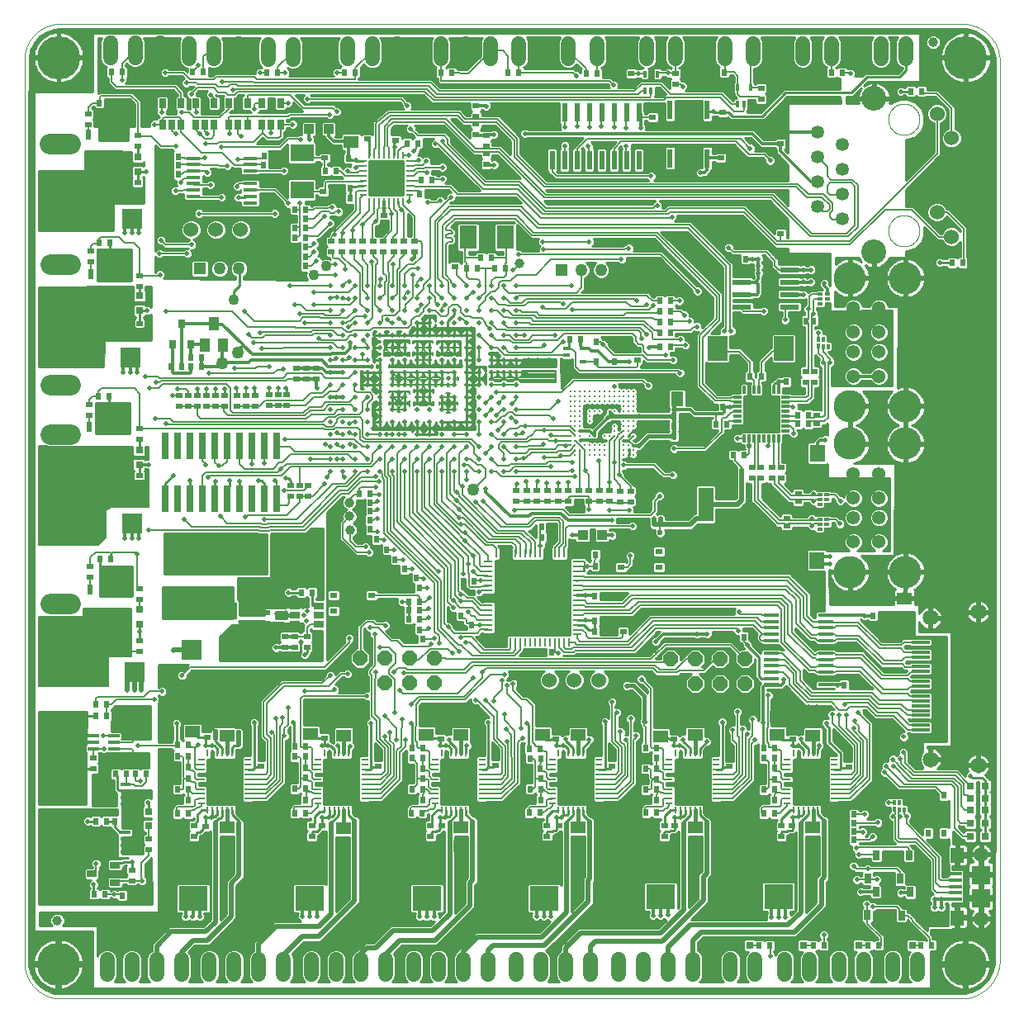
<source format=gtl>
G75*
%MOIN*%
%OFA0B0*%
%FSLAX25Y25*%
%IPPOS*%
%LPD*%
%AMOC8*
5,1,8,0,0,1.08239X$1,22.5*
%
%ADD10C,0.00000*%
%ADD11R,0.03150X0.03150*%
%ADD12R,0.02756X0.02362*%
%ADD13R,0.02362X0.02756*%
%ADD14C,0.06000*%
%ADD15C,0.08250*%
%ADD16R,0.07874X0.07874*%
%ADD17C,0.03937*%
%ADD18R,0.01969X0.04331*%
%ADD19R,0.16929X0.13780*%
%ADD20R,0.02200X0.07800*%
%ADD21R,0.01575X0.02756*%
%ADD22R,0.02756X0.03937*%
%ADD23R,0.05906X0.05118*%
%ADD24R,0.06299X0.07087*%
%ADD25R,0.29528X0.07087*%
%ADD26R,0.11811X0.09843*%
%ADD27R,0.07480X0.01181*%
%ADD28C,0.06496*%
%ADD29C,0.05315*%
%ADD30C,0.06024*%
%ADD31C,0.10039*%
%ADD32C,0.05433*%
%ADD33C,0.13055*%
%ADD34R,0.02717X0.00945*%
%ADD35R,0.00945X0.02717*%
%ADD36R,0.12598X0.12598*%
%ADD37C,0.01181*%
%ADD38R,0.05118X0.05906*%
%ADD39R,0.07087X0.09449*%
%ADD40R,0.07874X0.09843*%
%ADD41R,0.03937X0.03937*%
%ADD42R,0.20079X0.20079*%
%ADD43R,0.03543X0.01142*%
%ADD44R,0.01142X0.03543*%
%ADD45C,0.01969*%
%ADD46C,0.02362*%
%ADD47C,0.04331*%
%ADD48C,0.05000*%
%ADD49R,0.02756X0.00984*%
%ADD50R,0.00984X0.02756*%
%ADD51C,0.00850*%
%ADD52R,0.05315X0.01575*%
%ADD53R,0.05512X0.06299*%
%ADD54R,0.07480X0.07480*%
%ADD55C,0.05906*%
%ADD56R,0.03937X0.02756*%
%ADD57R,0.03200X0.01200*%
%ADD58R,0.01200X0.03200*%
%ADD59R,0.13200X0.13200*%
%ADD60R,0.06000X0.06000*%
%ADD61OC8,0.06000*%
%ADD62R,0.03937X0.05512*%
%ADD63R,0.03150X0.03543*%
%ADD64C,0.06000*%
%ADD65R,0.02800X0.11000*%
%ADD66R,0.09449X0.07087*%
%ADD67R,0.07098X0.06299*%
%ADD68R,0.03898X0.01594*%
%ADD69R,0.06791X0.09252*%
%ADD70R,0.06299X0.01181*%
%ADD71R,0.07800X0.02200*%
%ADD72R,0.01181X0.02165*%
%ADD73R,0.01181X0.02047*%
%ADD74R,0.02165X0.01181*%
%ADD75R,0.02047X0.01181*%
%ADD76R,0.05800X0.01400*%
%ADD77R,0.05000X0.05000*%
%ADD78R,0.04600X0.01400*%
%ADD79C,0.17500*%
%ADD80R,0.06299X0.13780*%
%ADD81R,0.02756X0.01575*%
%ADD82R,0.02362X0.03150*%
%ADD83R,0.03150X0.02362*%
%ADD84C,0.01981*%
%ADD85C,0.00984*%
%ADD86C,0.00591*%
%ADD87C,0.01181*%
%ADD88R,0.01981X0.01981*%
%ADD89C,0.00787*%
%ADD90C,0.07874*%
%ADD91C,0.05000*%
%ADD92C,0.01969*%
%ADD93OC8,0.01981*%
%ADD94C,0.01575*%
%ADD95C,0.01600*%
%ADD96C,0.00606*%
D10*
X0040190Y0042303D02*
X0404363Y0042303D01*
X0404744Y0042308D01*
X0405124Y0042321D01*
X0405504Y0042344D01*
X0405883Y0042377D01*
X0406261Y0042418D01*
X0406638Y0042468D01*
X0407014Y0042528D01*
X0407389Y0042596D01*
X0407761Y0042674D01*
X0408132Y0042761D01*
X0408500Y0042856D01*
X0408866Y0042961D01*
X0409229Y0043074D01*
X0409590Y0043196D01*
X0409947Y0043326D01*
X0410301Y0043466D01*
X0410652Y0043613D01*
X0410999Y0043770D01*
X0411342Y0043934D01*
X0411681Y0044107D01*
X0412016Y0044288D01*
X0412347Y0044477D01*
X0412672Y0044674D01*
X0412993Y0044878D01*
X0413309Y0045091D01*
X0413619Y0045311D01*
X0413925Y0045538D01*
X0414224Y0045773D01*
X0414518Y0046015D01*
X0414806Y0046263D01*
X0415088Y0046519D01*
X0415363Y0046782D01*
X0415632Y0047051D01*
X0415895Y0047326D01*
X0416151Y0047608D01*
X0416399Y0047896D01*
X0416641Y0048190D01*
X0416876Y0048489D01*
X0417103Y0048795D01*
X0417323Y0049105D01*
X0417536Y0049421D01*
X0417740Y0049742D01*
X0417937Y0050067D01*
X0418126Y0050398D01*
X0418307Y0050733D01*
X0418480Y0051072D01*
X0418644Y0051415D01*
X0418801Y0051762D01*
X0418948Y0052113D01*
X0419088Y0052467D01*
X0419218Y0052824D01*
X0419340Y0053185D01*
X0419453Y0053548D01*
X0419558Y0053914D01*
X0419653Y0054282D01*
X0419740Y0054653D01*
X0419818Y0055025D01*
X0419886Y0055400D01*
X0419946Y0055776D01*
X0419996Y0056153D01*
X0420037Y0056531D01*
X0420070Y0056910D01*
X0420093Y0057290D01*
X0420106Y0057670D01*
X0420111Y0058051D01*
X0420111Y0420256D01*
X0420112Y0420256D02*
X0420117Y0420623D01*
X0420113Y0420989D01*
X0420101Y0421355D01*
X0420079Y0421721D01*
X0420049Y0422086D01*
X0420010Y0422451D01*
X0419962Y0422814D01*
X0419905Y0423176D01*
X0419840Y0423536D01*
X0419766Y0423895D01*
X0419683Y0424252D01*
X0419592Y0424607D01*
X0419492Y0424960D01*
X0419383Y0425310D01*
X0419266Y0425657D01*
X0419141Y0426001D01*
X0419008Y0426343D01*
X0418866Y0426681D01*
X0418716Y0427015D01*
X0418559Y0427346D01*
X0418393Y0427672D01*
X0418219Y0427995D01*
X0418038Y0428313D01*
X0417849Y0428627D01*
X0417652Y0428937D01*
X0417448Y0429241D01*
X0417237Y0429540D01*
X0417019Y0429835D01*
X0416793Y0430124D01*
X0416561Y0430407D01*
X0416322Y0430684D01*
X0416076Y0430956D01*
X0415824Y0431222D01*
X0415565Y0431482D01*
X0415300Y0431735D01*
X0415029Y0431982D01*
X0414753Y0432222D01*
X0414470Y0432455D01*
X0414182Y0432682D01*
X0413889Y0432901D01*
X0413590Y0433113D01*
X0413286Y0433318D01*
X0412978Y0433516D01*
X0412665Y0433706D01*
X0412347Y0433889D01*
X0412025Y0434063D01*
X0411699Y0434230D01*
X0411368Y0434389D01*
X0411035Y0434540D01*
X0410697Y0434683D01*
X0410356Y0434818D01*
X0410012Y0434944D01*
X0409666Y0435062D01*
X0409316Y0435172D01*
X0408964Y0435273D01*
X0408609Y0435366D01*
X0408253Y0435450D01*
X0407894Y0435525D01*
X0407534Y0435592D01*
X0407172Y0435650D01*
X0406809Y0435699D01*
X0406445Y0435740D01*
X0406080Y0435771D01*
X0405714Y0435794D01*
X0405348Y0435808D01*
X0405347Y0435807D02*
X0039993Y0435807D01*
X0039641Y0435779D01*
X0039290Y0435742D01*
X0038940Y0435697D01*
X0038591Y0435644D01*
X0038244Y0435582D01*
X0037898Y0435512D01*
X0037554Y0435433D01*
X0037212Y0435346D01*
X0036873Y0435251D01*
X0036535Y0435148D01*
X0036201Y0435037D01*
X0035869Y0434917D01*
X0035540Y0434790D01*
X0035214Y0434654D01*
X0034891Y0434511D01*
X0034572Y0434360D01*
X0034257Y0434202D01*
X0033946Y0434035D01*
X0033639Y0433862D01*
X0033336Y0433681D01*
X0033038Y0433493D01*
X0032744Y0433297D01*
X0032455Y0433095D01*
X0032171Y0432885D01*
X0031892Y0432669D01*
X0031619Y0432446D01*
X0031351Y0432217D01*
X0031088Y0431981D01*
X0030831Y0431739D01*
X0030581Y0431491D01*
X0030336Y0431237D01*
X0030098Y0430976D01*
X0029866Y0430711D01*
X0029640Y0430439D01*
X0029421Y0430163D01*
X0029209Y0429881D01*
X0029003Y0429594D01*
X0028805Y0429302D01*
X0028614Y0429006D01*
X0028430Y0428705D01*
X0028253Y0428399D01*
X0028084Y0428090D01*
X0027922Y0427776D01*
X0027768Y0427459D01*
X0027621Y0427138D01*
X0027483Y0426814D01*
X0027352Y0426486D01*
X0027229Y0426155D01*
X0027114Y0425821D01*
X0027008Y0425485D01*
X0026909Y0425146D01*
X0026819Y0424805D01*
X0026737Y0424462D01*
X0026663Y0424117D01*
X0026598Y0423770D01*
X0026541Y0423422D01*
X0026492Y0423073D01*
X0026452Y0422722D01*
X0026421Y0422371D01*
X0026398Y0422019D01*
X0026383Y0421666D01*
X0026377Y0421313D01*
X0026380Y0420961D01*
X0026391Y0420608D01*
X0026410Y0420256D01*
X0026410Y0058051D01*
X0026390Y0057694D01*
X0026379Y0057337D01*
X0026377Y0056979D01*
X0026384Y0056622D01*
X0026399Y0056264D01*
X0026422Y0055908D01*
X0026455Y0055552D01*
X0026496Y0055196D01*
X0026545Y0054842D01*
X0026603Y0054489D01*
X0026670Y0054138D01*
X0026745Y0053788D01*
X0026828Y0053441D01*
X0026920Y0053095D01*
X0027020Y0052752D01*
X0027129Y0052411D01*
X0027245Y0052073D01*
X0027370Y0051738D01*
X0027503Y0051406D01*
X0027644Y0051077D01*
X0027792Y0050752D01*
X0027949Y0050431D01*
X0028113Y0050113D01*
X0028285Y0049799D01*
X0028464Y0049490D01*
X0028651Y0049185D01*
X0028845Y0048885D01*
X0029046Y0048589D01*
X0029255Y0048299D01*
X0029470Y0048013D01*
X0029692Y0047733D01*
X0029921Y0047458D01*
X0030157Y0047189D01*
X0030399Y0046926D01*
X0030647Y0046669D01*
X0030901Y0046417D01*
X0031161Y0046172D01*
X0031428Y0045933D01*
X0031700Y0045701D01*
X0031977Y0045475D01*
X0032260Y0045257D01*
X0032548Y0045045D01*
X0032841Y0044840D01*
X0033139Y0044642D01*
X0033441Y0044451D01*
X0033748Y0044268D01*
X0034060Y0044092D01*
X0034375Y0043924D01*
X0034695Y0043764D01*
X0035018Y0043611D01*
X0035345Y0043466D01*
X0035675Y0043330D01*
X0036009Y0043201D01*
X0036346Y0043080D01*
X0036685Y0042967D01*
X0037027Y0042863D01*
X0037371Y0042767D01*
X0037718Y0042679D01*
X0038067Y0042600D01*
X0038417Y0042529D01*
X0038769Y0042467D01*
X0039123Y0042413D01*
X0039478Y0042368D01*
X0039833Y0042331D01*
X0040190Y0042303D01*
X0375072Y0352264D02*
X0375074Y0352422D01*
X0375080Y0352580D01*
X0375090Y0352738D01*
X0375104Y0352896D01*
X0375122Y0353053D01*
X0375143Y0353210D01*
X0375169Y0353366D01*
X0375199Y0353522D01*
X0375232Y0353677D01*
X0375270Y0353830D01*
X0375311Y0353983D01*
X0375356Y0354135D01*
X0375405Y0354286D01*
X0375458Y0354435D01*
X0375514Y0354583D01*
X0375574Y0354729D01*
X0375638Y0354874D01*
X0375706Y0355017D01*
X0375777Y0355159D01*
X0375851Y0355299D01*
X0375929Y0355436D01*
X0376011Y0355572D01*
X0376095Y0355706D01*
X0376184Y0355837D01*
X0376275Y0355966D01*
X0376370Y0356093D01*
X0376467Y0356218D01*
X0376568Y0356340D01*
X0376672Y0356459D01*
X0376779Y0356576D01*
X0376889Y0356690D01*
X0377002Y0356801D01*
X0377117Y0356910D01*
X0377235Y0357015D01*
X0377356Y0357117D01*
X0377479Y0357217D01*
X0377605Y0357313D01*
X0377733Y0357406D01*
X0377863Y0357496D01*
X0377996Y0357582D01*
X0378131Y0357666D01*
X0378267Y0357745D01*
X0378406Y0357822D01*
X0378547Y0357894D01*
X0378689Y0357964D01*
X0378833Y0358029D01*
X0378979Y0358091D01*
X0379126Y0358149D01*
X0379275Y0358204D01*
X0379425Y0358255D01*
X0379576Y0358302D01*
X0379728Y0358345D01*
X0379881Y0358384D01*
X0380036Y0358420D01*
X0380191Y0358451D01*
X0380347Y0358479D01*
X0380503Y0358503D01*
X0380660Y0358523D01*
X0380818Y0358539D01*
X0380975Y0358551D01*
X0381134Y0358559D01*
X0381292Y0358563D01*
X0381450Y0358563D01*
X0381608Y0358559D01*
X0381767Y0358551D01*
X0381924Y0358539D01*
X0382082Y0358523D01*
X0382239Y0358503D01*
X0382395Y0358479D01*
X0382551Y0358451D01*
X0382706Y0358420D01*
X0382861Y0358384D01*
X0383014Y0358345D01*
X0383166Y0358302D01*
X0383317Y0358255D01*
X0383467Y0358204D01*
X0383616Y0358149D01*
X0383763Y0358091D01*
X0383909Y0358029D01*
X0384053Y0357964D01*
X0384195Y0357894D01*
X0384336Y0357822D01*
X0384475Y0357745D01*
X0384611Y0357666D01*
X0384746Y0357582D01*
X0384879Y0357496D01*
X0385009Y0357406D01*
X0385137Y0357313D01*
X0385263Y0357217D01*
X0385386Y0357117D01*
X0385507Y0357015D01*
X0385625Y0356910D01*
X0385740Y0356801D01*
X0385853Y0356690D01*
X0385963Y0356576D01*
X0386070Y0356459D01*
X0386174Y0356340D01*
X0386275Y0356218D01*
X0386372Y0356093D01*
X0386467Y0355966D01*
X0386558Y0355837D01*
X0386647Y0355706D01*
X0386731Y0355572D01*
X0386813Y0355436D01*
X0386891Y0355299D01*
X0386965Y0355159D01*
X0387036Y0355017D01*
X0387104Y0354874D01*
X0387168Y0354729D01*
X0387228Y0354583D01*
X0387284Y0354435D01*
X0387337Y0354286D01*
X0387386Y0354135D01*
X0387431Y0353983D01*
X0387472Y0353830D01*
X0387510Y0353677D01*
X0387543Y0353522D01*
X0387573Y0353366D01*
X0387599Y0353210D01*
X0387620Y0353053D01*
X0387638Y0352896D01*
X0387652Y0352738D01*
X0387662Y0352580D01*
X0387668Y0352422D01*
X0387670Y0352264D01*
X0387668Y0352106D01*
X0387662Y0351948D01*
X0387652Y0351790D01*
X0387638Y0351632D01*
X0387620Y0351475D01*
X0387599Y0351318D01*
X0387573Y0351162D01*
X0387543Y0351006D01*
X0387510Y0350851D01*
X0387472Y0350698D01*
X0387431Y0350545D01*
X0387386Y0350393D01*
X0387337Y0350242D01*
X0387284Y0350093D01*
X0387228Y0349945D01*
X0387168Y0349799D01*
X0387104Y0349654D01*
X0387036Y0349511D01*
X0386965Y0349369D01*
X0386891Y0349229D01*
X0386813Y0349092D01*
X0386731Y0348956D01*
X0386647Y0348822D01*
X0386558Y0348691D01*
X0386467Y0348562D01*
X0386372Y0348435D01*
X0386275Y0348310D01*
X0386174Y0348188D01*
X0386070Y0348069D01*
X0385963Y0347952D01*
X0385853Y0347838D01*
X0385740Y0347727D01*
X0385625Y0347618D01*
X0385507Y0347513D01*
X0385386Y0347411D01*
X0385263Y0347311D01*
X0385137Y0347215D01*
X0385009Y0347122D01*
X0384879Y0347032D01*
X0384746Y0346946D01*
X0384611Y0346862D01*
X0384475Y0346783D01*
X0384336Y0346706D01*
X0384195Y0346634D01*
X0384053Y0346564D01*
X0383909Y0346499D01*
X0383763Y0346437D01*
X0383616Y0346379D01*
X0383467Y0346324D01*
X0383317Y0346273D01*
X0383166Y0346226D01*
X0383014Y0346183D01*
X0382861Y0346144D01*
X0382706Y0346108D01*
X0382551Y0346077D01*
X0382395Y0346049D01*
X0382239Y0346025D01*
X0382082Y0346005D01*
X0381924Y0345989D01*
X0381767Y0345977D01*
X0381608Y0345969D01*
X0381450Y0345965D01*
X0381292Y0345965D01*
X0381134Y0345969D01*
X0380975Y0345977D01*
X0380818Y0345989D01*
X0380660Y0346005D01*
X0380503Y0346025D01*
X0380347Y0346049D01*
X0380191Y0346077D01*
X0380036Y0346108D01*
X0379881Y0346144D01*
X0379728Y0346183D01*
X0379576Y0346226D01*
X0379425Y0346273D01*
X0379275Y0346324D01*
X0379126Y0346379D01*
X0378979Y0346437D01*
X0378833Y0346499D01*
X0378689Y0346564D01*
X0378547Y0346634D01*
X0378406Y0346706D01*
X0378267Y0346783D01*
X0378131Y0346862D01*
X0377996Y0346946D01*
X0377863Y0347032D01*
X0377733Y0347122D01*
X0377605Y0347215D01*
X0377479Y0347311D01*
X0377356Y0347411D01*
X0377235Y0347513D01*
X0377117Y0347618D01*
X0377002Y0347727D01*
X0376889Y0347838D01*
X0376779Y0347952D01*
X0376672Y0348069D01*
X0376568Y0348188D01*
X0376467Y0348310D01*
X0376370Y0348435D01*
X0376275Y0348562D01*
X0376184Y0348691D01*
X0376095Y0348822D01*
X0376011Y0348956D01*
X0375929Y0349092D01*
X0375851Y0349229D01*
X0375777Y0349369D01*
X0375706Y0349511D01*
X0375638Y0349654D01*
X0375574Y0349799D01*
X0375514Y0349945D01*
X0375458Y0350093D01*
X0375405Y0350242D01*
X0375356Y0350393D01*
X0375311Y0350545D01*
X0375270Y0350698D01*
X0375232Y0350851D01*
X0375199Y0351006D01*
X0375169Y0351162D01*
X0375143Y0351318D01*
X0375122Y0351475D01*
X0375104Y0351632D01*
X0375090Y0351790D01*
X0375080Y0351948D01*
X0375074Y0352106D01*
X0375072Y0352264D01*
X0375072Y0397264D02*
X0375074Y0397422D01*
X0375080Y0397580D01*
X0375090Y0397738D01*
X0375104Y0397896D01*
X0375122Y0398053D01*
X0375143Y0398210D01*
X0375169Y0398366D01*
X0375199Y0398522D01*
X0375232Y0398677D01*
X0375270Y0398830D01*
X0375311Y0398983D01*
X0375356Y0399135D01*
X0375405Y0399286D01*
X0375458Y0399435D01*
X0375514Y0399583D01*
X0375574Y0399729D01*
X0375638Y0399874D01*
X0375706Y0400017D01*
X0375777Y0400159D01*
X0375851Y0400299D01*
X0375929Y0400436D01*
X0376011Y0400572D01*
X0376095Y0400706D01*
X0376184Y0400837D01*
X0376275Y0400966D01*
X0376370Y0401093D01*
X0376467Y0401218D01*
X0376568Y0401340D01*
X0376672Y0401459D01*
X0376779Y0401576D01*
X0376889Y0401690D01*
X0377002Y0401801D01*
X0377117Y0401910D01*
X0377235Y0402015D01*
X0377356Y0402117D01*
X0377479Y0402217D01*
X0377605Y0402313D01*
X0377733Y0402406D01*
X0377863Y0402496D01*
X0377996Y0402582D01*
X0378131Y0402666D01*
X0378267Y0402745D01*
X0378406Y0402822D01*
X0378547Y0402894D01*
X0378689Y0402964D01*
X0378833Y0403029D01*
X0378979Y0403091D01*
X0379126Y0403149D01*
X0379275Y0403204D01*
X0379425Y0403255D01*
X0379576Y0403302D01*
X0379728Y0403345D01*
X0379881Y0403384D01*
X0380036Y0403420D01*
X0380191Y0403451D01*
X0380347Y0403479D01*
X0380503Y0403503D01*
X0380660Y0403523D01*
X0380818Y0403539D01*
X0380975Y0403551D01*
X0381134Y0403559D01*
X0381292Y0403563D01*
X0381450Y0403563D01*
X0381608Y0403559D01*
X0381767Y0403551D01*
X0381924Y0403539D01*
X0382082Y0403523D01*
X0382239Y0403503D01*
X0382395Y0403479D01*
X0382551Y0403451D01*
X0382706Y0403420D01*
X0382861Y0403384D01*
X0383014Y0403345D01*
X0383166Y0403302D01*
X0383317Y0403255D01*
X0383467Y0403204D01*
X0383616Y0403149D01*
X0383763Y0403091D01*
X0383909Y0403029D01*
X0384053Y0402964D01*
X0384195Y0402894D01*
X0384336Y0402822D01*
X0384475Y0402745D01*
X0384611Y0402666D01*
X0384746Y0402582D01*
X0384879Y0402496D01*
X0385009Y0402406D01*
X0385137Y0402313D01*
X0385263Y0402217D01*
X0385386Y0402117D01*
X0385507Y0402015D01*
X0385625Y0401910D01*
X0385740Y0401801D01*
X0385853Y0401690D01*
X0385963Y0401576D01*
X0386070Y0401459D01*
X0386174Y0401340D01*
X0386275Y0401218D01*
X0386372Y0401093D01*
X0386467Y0400966D01*
X0386558Y0400837D01*
X0386647Y0400706D01*
X0386731Y0400572D01*
X0386813Y0400436D01*
X0386891Y0400299D01*
X0386965Y0400159D01*
X0387036Y0400017D01*
X0387104Y0399874D01*
X0387168Y0399729D01*
X0387228Y0399583D01*
X0387284Y0399435D01*
X0387337Y0399286D01*
X0387386Y0399135D01*
X0387431Y0398983D01*
X0387472Y0398830D01*
X0387510Y0398677D01*
X0387543Y0398522D01*
X0387573Y0398366D01*
X0387599Y0398210D01*
X0387620Y0398053D01*
X0387638Y0397896D01*
X0387652Y0397738D01*
X0387662Y0397580D01*
X0387668Y0397422D01*
X0387670Y0397264D01*
X0387668Y0397106D01*
X0387662Y0396948D01*
X0387652Y0396790D01*
X0387638Y0396632D01*
X0387620Y0396475D01*
X0387599Y0396318D01*
X0387573Y0396162D01*
X0387543Y0396006D01*
X0387510Y0395851D01*
X0387472Y0395698D01*
X0387431Y0395545D01*
X0387386Y0395393D01*
X0387337Y0395242D01*
X0387284Y0395093D01*
X0387228Y0394945D01*
X0387168Y0394799D01*
X0387104Y0394654D01*
X0387036Y0394511D01*
X0386965Y0394369D01*
X0386891Y0394229D01*
X0386813Y0394092D01*
X0386731Y0393956D01*
X0386647Y0393822D01*
X0386558Y0393691D01*
X0386467Y0393562D01*
X0386372Y0393435D01*
X0386275Y0393310D01*
X0386174Y0393188D01*
X0386070Y0393069D01*
X0385963Y0392952D01*
X0385853Y0392838D01*
X0385740Y0392727D01*
X0385625Y0392618D01*
X0385507Y0392513D01*
X0385386Y0392411D01*
X0385263Y0392311D01*
X0385137Y0392215D01*
X0385009Y0392122D01*
X0384879Y0392032D01*
X0384746Y0391946D01*
X0384611Y0391862D01*
X0384475Y0391783D01*
X0384336Y0391706D01*
X0384195Y0391634D01*
X0384053Y0391564D01*
X0383909Y0391499D01*
X0383763Y0391437D01*
X0383616Y0391379D01*
X0383467Y0391324D01*
X0383317Y0391273D01*
X0383166Y0391226D01*
X0383014Y0391183D01*
X0382861Y0391144D01*
X0382706Y0391108D01*
X0382551Y0391077D01*
X0382395Y0391049D01*
X0382239Y0391025D01*
X0382082Y0391005D01*
X0381924Y0390989D01*
X0381767Y0390977D01*
X0381608Y0390969D01*
X0381450Y0390965D01*
X0381292Y0390965D01*
X0381134Y0390969D01*
X0380975Y0390977D01*
X0380818Y0390989D01*
X0380660Y0391005D01*
X0380503Y0391025D01*
X0380347Y0391049D01*
X0380191Y0391077D01*
X0380036Y0391108D01*
X0379881Y0391144D01*
X0379728Y0391183D01*
X0379576Y0391226D01*
X0379425Y0391273D01*
X0379275Y0391324D01*
X0379126Y0391379D01*
X0378979Y0391437D01*
X0378833Y0391499D01*
X0378689Y0391564D01*
X0378547Y0391634D01*
X0378406Y0391706D01*
X0378267Y0391783D01*
X0378131Y0391862D01*
X0377996Y0391946D01*
X0377863Y0392032D01*
X0377733Y0392122D01*
X0377605Y0392215D01*
X0377479Y0392311D01*
X0377356Y0392411D01*
X0377235Y0392513D01*
X0377117Y0392618D01*
X0377002Y0392727D01*
X0376889Y0392838D01*
X0376779Y0392952D01*
X0376672Y0393069D01*
X0376568Y0393188D01*
X0376467Y0393310D01*
X0376370Y0393435D01*
X0376275Y0393562D01*
X0376184Y0393691D01*
X0376095Y0393822D01*
X0376011Y0393956D01*
X0375929Y0394092D01*
X0375851Y0394229D01*
X0375777Y0394369D01*
X0375706Y0394511D01*
X0375638Y0394654D01*
X0375574Y0394799D01*
X0375514Y0394945D01*
X0375458Y0395093D01*
X0375405Y0395242D01*
X0375356Y0395393D01*
X0375311Y0395545D01*
X0375270Y0395698D01*
X0375232Y0395851D01*
X0375199Y0396006D01*
X0375169Y0396162D01*
X0375143Y0396318D01*
X0375122Y0396475D01*
X0375104Y0396632D01*
X0375090Y0396790D01*
X0375080Y0396948D01*
X0375074Y0397106D01*
X0375072Y0397264D01*
D11*
X0408241Y0128287D03*
X0408221Y0123287D03*
X0408221Y0118465D03*
X0408241Y0113248D03*
X0408221Y0107894D03*
X0414127Y0107894D03*
X0414146Y0113248D03*
X0414127Y0118465D03*
X0414127Y0123287D03*
X0414146Y0128287D03*
X0384855Y0063780D03*
X0378950Y0063780D03*
X0363143Y0063780D03*
X0357237Y0063780D03*
X0340918Y0063780D03*
X0335013Y0063780D03*
X0319225Y0063780D03*
X0313320Y0063780D03*
X0076607Y0111988D03*
X0076607Y0117894D03*
X0072965Y0193583D03*
X0072965Y0199488D03*
X0072769Y0257756D03*
X0072769Y0263661D03*
X0072867Y0320059D03*
X0072867Y0325965D03*
X0072080Y0376260D03*
X0072080Y0382165D03*
D12*
X0072080Y0386299D03*
X0072080Y0390630D03*
X0052198Y0395059D03*
X0052198Y0399390D03*
X0072080Y0371831D03*
X0072080Y0367500D03*
X0053182Y0344272D03*
X0053182Y0339941D03*
X0072769Y0334232D03*
X0072769Y0329902D03*
X0072867Y0314941D03*
X0072867Y0310610D03*
X0088950Y0285768D03*
X0092552Y0285728D03*
X0096213Y0285728D03*
X0099954Y0285728D03*
X0103576Y0285689D03*
X0107139Y0285669D03*
X0107139Y0281339D03*
X0103576Y0281358D03*
X0099954Y0281398D03*
X0096213Y0281398D03*
X0092552Y0281398D03*
X0088950Y0281437D03*
X0072867Y0272323D03*
X0072867Y0267992D03*
X0072769Y0253425D03*
X0072769Y0249094D03*
X0052394Y0277736D03*
X0052394Y0282067D03*
X0112257Y0281516D03*
X0115780Y0281476D03*
X0119442Y0281516D03*
X0119442Y0285846D03*
X0115780Y0285807D03*
X0112257Y0285846D03*
X0125229Y0286004D03*
X0128792Y0285984D03*
X0132335Y0286043D03*
X0132335Y0281713D03*
X0128792Y0281654D03*
X0125229Y0281673D03*
X0136154Y0292500D03*
X0140190Y0292500D03*
X0144127Y0292500D03*
X0144127Y0296831D03*
X0140190Y0296831D03*
X0136154Y0296831D03*
X0137434Y0249587D03*
X0140977Y0249587D03*
X0140977Y0245256D03*
X0137434Y0245256D03*
X0133891Y0245256D03*
X0133891Y0249587D03*
X0124048Y0198209D03*
X0124048Y0193878D03*
X0131528Y0188563D03*
X0135367Y0188563D03*
X0135367Y0184232D03*
X0131528Y0184232D03*
X0140485Y0184232D03*
X0140485Y0188563D03*
X0147513Y0151772D03*
X0147513Y0147441D03*
X0169127Y0140531D03*
X0169127Y0136201D03*
X0194383Y0147185D03*
X0194383Y0151516D03*
X0216528Y0140728D03*
X0216528Y0136398D03*
X0240918Y0146988D03*
X0240918Y0151319D03*
X0263654Y0140531D03*
X0263654Y0136201D03*
X0288379Y0146988D03*
X0288379Y0151319D03*
X0310977Y0140335D03*
X0310977Y0136004D03*
X0336607Y0146988D03*
X0336607Y0151319D03*
X0359068Y0140138D03*
X0359068Y0135807D03*
X0336312Y0112146D03*
X0336312Y0107815D03*
X0331883Y0107815D03*
X0331883Y0112146D03*
X0288871Y0112146D03*
X0284737Y0112146D03*
X0284737Y0107815D03*
X0288871Y0107815D03*
X0242099Y0107815D03*
X0242099Y0112146D03*
X0237296Y0112224D03*
X0237296Y0107894D03*
X0194973Y0107815D03*
X0194973Y0112146D03*
X0190249Y0112146D03*
X0190249Y0107815D03*
X0146666Y0107815D03*
X0142454Y0107815D03*
X0142454Y0112146D03*
X0146666Y0112146D03*
X0122001Y0136161D03*
X0122001Y0140492D03*
X0100072Y0147894D03*
X0100072Y0152224D03*
X0072906Y0182579D03*
X0072906Y0186909D03*
X0072965Y0203622D03*
X0072965Y0207953D03*
X0052985Y0212382D03*
X0052985Y0216713D03*
X0054166Y0139350D03*
X0054166Y0135020D03*
X0076607Y0106673D03*
X0076607Y0102343D03*
X0069717Y0094272D03*
X0069717Y0089941D03*
X0094835Y0107815D03*
X0094835Y0112146D03*
X0099442Y0111870D03*
X0099442Y0107539D03*
X0224993Y0242992D03*
X0229225Y0242992D03*
X0233359Y0242992D03*
X0237493Y0242992D03*
X0241725Y0242992D03*
X0245957Y0242992D03*
X0250091Y0242992D03*
X0254324Y0242992D03*
X0258457Y0242992D03*
X0262670Y0242992D03*
X0266804Y0242933D03*
X0271095Y0242953D03*
X0271095Y0247283D03*
X0266804Y0247264D03*
X0262670Y0247323D03*
X0258457Y0247323D03*
X0254324Y0247323D03*
X0250091Y0247323D03*
X0245957Y0247323D03*
X0241725Y0247323D03*
X0237493Y0247323D03*
X0233359Y0247323D03*
X0229225Y0247323D03*
X0224993Y0247323D03*
X0268044Y0194862D03*
X0268044Y0190531D03*
X0334087Y0228917D03*
X0334087Y0233248D03*
X0334087Y0236201D03*
X0334087Y0240531D03*
X0338812Y0238760D03*
X0338812Y0243091D03*
X0338812Y0246240D03*
X0338812Y0250571D03*
X0331725Y0252343D03*
X0328182Y0252343D03*
X0328182Y0256673D03*
X0331725Y0256673D03*
X0323654Y0256673D03*
X0320111Y0256673D03*
X0320111Y0252343D03*
X0323654Y0252343D03*
X0346095Y0270256D03*
X0346095Y0274587D03*
X0346095Y0277736D03*
X0346095Y0282067D03*
X0345111Y0291122D03*
X0341765Y0291122D03*
X0341765Y0295453D03*
X0345111Y0295453D03*
X0331607Y0351102D03*
X0331607Y0355433D03*
X0307513Y0381673D03*
X0307513Y0386004D03*
X0308300Y0395846D03*
X0308300Y0400177D03*
X0323753Y0405551D03*
X0323753Y0409882D03*
X0331568Y0391791D03*
X0331568Y0387461D03*
X0289225Y0411437D03*
X0289225Y0415768D03*
X0271331Y0415768D03*
X0271331Y0411437D03*
X0279954Y0398189D03*
X0279954Y0393858D03*
X0212847Y0390650D03*
X0208654Y0391004D03*
X0208654Y0395335D03*
X0208654Y0398307D03*
X0208654Y0402638D03*
X0212847Y0386319D03*
X0212847Y0383346D03*
X0212847Y0379016D03*
X0183851Y0348012D03*
X0179658Y0348012D03*
X0175544Y0348012D03*
X0171312Y0348012D03*
X0167099Y0348012D03*
X0162906Y0348012D03*
X0158772Y0348012D03*
X0154501Y0348012D03*
X0150308Y0348012D03*
X0150308Y0343681D03*
X0154501Y0343681D03*
X0158772Y0343681D03*
X0162906Y0343681D03*
X0167099Y0343681D03*
X0171312Y0343681D03*
X0175544Y0343681D03*
X0179658Y0343681D03*
X0183851Y0343681D03*
X0171646Y0354252D03*
X0171646Y0358583D03*
X0146922Y0363799D03*
X0146922Y0368130D03*
X0147611Y0381673D03*
X0147611Y0386004D03*
X0164717Y0389311D03*
X0164717Y0393642D03*
X0176292Y0393209D03*
X0176292Y0388878D03*
X0200131Y0342067D03*
X0200131Y0337736D03*
X0273851Y0304311D03*
X0273851Y0299980D03*
D13*
X0282709Y0305433D03*
X0287040Y0305433D03*
X0287099Y0311280D03*
X0287099Y0315413D03*
X0282769Y0315413D03*
X0282769Y0311280D03*
X0282847Y0319843D03*
X0282828Y0324075D03*
X0287158Y0324075D03*
X0287178Y0319843D03*
X0264599Y0299587D03*
X0257119Y0299587D03*
X0257119Y0307461D03*
X0251017Y0308445D03*
X0246686Y0308445D03*
X0220544Y0337067D03*
X0216213Y0337067D03*
X0214875Y0341398D03*
X0210544Y0341398D03*
X0209087Y0337165D03*
X0204757Y0337165D03*
X0190347Y0367106D03*
X0186017Y0367106D03*
X0186646Y0372697D03*
X0190977Y0372697D03*
X0185269Y0387559D03*
X0180938Y0387559D03*
X0157119Y0381614D03*
X0152788Y0381614D03*
X0152237Y0376437D03*
X0147906Y0376437D03*
X0153536Y0369331D03*
X0153576Y0365335D03*
X0157906Y0365335D03*
X0157867Y0369331D03*
X0139796Y0360807D03*
X0139796Y0357067D03*
X0139796Y0353327D03*
X0139796Y0349587D03*
X0139796Y0345846D03*
X0139796Y0341909D03*
X0139796Y0337972D03*
X0135465Y0337972D03*
X0135465Y0341909D03*
X0135465Y0345846D03*
X0135465Y0349587D03*
X0135465Y0353327D03*
X0135465Y0357067D03*
X0135465Y0360807D03*
X0127355Y0378839D03*
X0127394Y0382461D03*
X0123064Y0382461D03*
X0123024Y0378839D03*
X0088418Y0378917D03*
X0088418Y0382264D03*
X0084087Y0382264D03*
X0084087Y0378917D03*
X0084087Y0374980D03*
X0088418Y0374980D03*
X0060957Y0347323D03*
X0056627Y0347323D03*
X0093536Y0301161D03*
X0093536Y0297421D03*
X0089993Y0297421D03*
X0085662Y0297421D03*
X0097867Y0297421D03*
X0097867Y0301161D03*
X0060662Y0285512D03*
X0056331Y0285512D03*
X0057020Y0219764D03*
X0061351Y0219764D03*
X0059481Y0161004D03*
X0055150Y0161004D03*
X0055150Y0156476D03*
X0059481Y0156476D03*
X0063221Y0133051D03*
X0067552Y0133051D03*
X0071095Y0133051D03*
X0075426Y0133051D03*
X0088261Y0131280D03*
X0092591Y0131280D03*
X0092591Y0126831D03*
X0088261Y0126831D03*
X0088261Y0122421D03*
X0092591Y0122421D03*
X0092591Y0116988D03*
X0088261Y0116988D03*
X0088300Y0135807D03*
X0092631Y0135807D03*
X0092631Y0140217D03*
X0088300Y0140217D03*
X0088221Y0144665D03*
X0092552Y0144665D03*
X0067158Y0113957D03*
X0062828Y0113957D03*
X0059481Y0113957D03*
X0055150Y0113957D03*
X0054560Y0084429D03*
X0058891Y0084429D03*
X0065780Y0083839D03*
X0070111Y0083839D03*
X0135623Y0117146D03*
X0139954Y0117146D03*
X0139855Y0122579D03*
X0135524Y0122579D03*
X0135583Y0127008D03*
X0135583Y0131299D03*
X0135603Y0135571D03*
X0139934Y0135571D03*
X0139914Y0131299D03*
X0139914Y0127008D03*
X0139914Y0140079D03*
X0139993Y0144075D03*
X0135662Y0144075D03*
X0135583Y0140079D03*
X0182769Y0139390D03*
X0182828Y0135197D03*
X0182867Y0131024D03*
X0182946Y0126890D03*
X0187276Y0126890D03*
X0187198Y0131024D03*
X0187158Y0135197D03*
X0187099Y0139390D03*
X0187080Y0143622D03*
X0182749Y0143622D03*
X0182769Y0122461D03*
X0187099Y0122461D03*
X0187001Y0117264D03*
X0182670Y0117264D03*
X0230111Y0117362D03*
X0234442Y0117362D03*
X0234737Y0122461D03*
X0230406Y0122461D03*
X0230387Y0126890D03*
X0230387Y0131024D03*
X0230347Y0135118D03*
X0230406Y0139193D03*
X0230190Y0143228D03*
X0234520Y0143228D03*
X0234737Y0139193D03*
X0234678Y0135118D03*
X0234717Y0131024D03*
X0234717Y0126890D03*
X0277237Y0126693D03*
X0277237Y0130827D03*
X0277198Y0135118D03*
X0281528Y0135118D03*
X0281568Y0130827D03*
X0281568Y0126693D03*
X0281587Y0122461D03*
X0277257Y0122461D03*
X0277355Y0117362D03*
X0281686Y0117362D03*
X0281469Y0139508D03*
X0281371Y0143622D03*
X0277040Y0143622D03*
X0277139Y0139508D03*
X0239206Y0182264D03*
X0234875Y0182264D03*
X0256469Y0190610D03*
X0256568Y0194803D03*
X0260898Y0194803D03*
X0260800Y0190610D03*
X0260859Y0204705D03*
X0256528Y0204705D03*
X0256725Y0216909D03*
X0261056Y0216909D03*
X0261135Y0221516D03*
X0256804Y0221516D03*
X0239501Y0228465D03*
X0239422Y0232736D03*
X0235091Y0232736D03*
X0235170Y0228465D03*
X0207828Y0210807D03*
X0203497Y0210807D03*
X0202513Y0196929D03*
X0202631Y0193248D03*
X0206961Y0193248D03*
X0198182Y0196929D03*
X0185741Y0195531D03*
X0185741Y0199035D03*
X0185780Y0202480D03*
X0181450Y0202480D03*
X0181410Y0199035D03*
X0181410Y0195531D03*
X0181430Y0191181D03*
X0182808Y0187362D03*
X0187139Y0187362D03*
X0185761Y0191181D03*
X0185859Y0208031D03*
X0184678Y0212185D03*
X0180347Y0212185D03*
X0179954Y0215728D03*
X0175623Y0215728D03*
X0176017Y0219469D03*
X0171686Y0219469D03*
X0172670Y0223602D03*
X0168339Y0223602D03*
X0168536Y0227736D03*
X0164206Y0227736D03*
X0165977Y0231673D03*
X0165918Y0235610D03*
X0165977Y0239213D03*
X0165977Y0242579D03*
X0165977Y0245965D03*
X0161646Y0245965D03*
X0161646Y0242579D03*
X0161646Y0239213D03*
X0161587Y0235610D03*
X0161646Y0231673D03*
X0181528Y0208031D03*
X0142552Y0206280D03*
X0138221Y0206280D03*
X0288457Y0269350D03*
X0288477Y0273484D03*
X0288438Y0277559D03*
X0292769Y0277559D03*
X0292808Y0273484D03*
X0292788Y0269350D03*
X0305544Y0274193D03*
X0309875Y0274193D03*
X0308300Y0281083D03*
X0303969Y0281083D03*
X0314934Y0293346D03*
X0319265Y0293346D03*
X0323910Y0293484D03*
X0328241Y0293484D03*
X0333891Y0291339D03*
X0338221Y0291339D03*
X0338418Y0277933D03*
X0338418Y0274390D03*
X0342749Y0274390D03*
X0342749Y0277933D03*
X0316765Y0261791D03*
X0312434Y0261791D03*
X0337631Y0315925D03*
X0341961Y0315925D03*
X0344914Y0315925D03*
X0349245Y0315925D03*
X0317552Y0340925D03*
X0313221Y0340925D03*
X0384265Y0408563D03*
X0388595Y0408563D03*
X0356391Y0416142D03*
X0352060Y0416142D03*
X0308930Y0416220D03*
X0304599Y0416220D03*
X0257513Y0415787D03*
X0253182Y0415787D03*
X0225957Y0416280D03*
X0221627Y0416280D03*
X0198812Y0416102D03*
X0194481Y0416102D03*
X0160013Y0416201D03*
X0155682Y0416201D03*
X0128635Y0416102D03*
X0124304Y0416102D03*
X0098694Y0416398D03*
X0094363Y0416398D03*
X0065820Y0416299D03*
X0061489Y0416299D03*
X0061017Y0403819D03*
X0056686Y0403819D03*
X0312434Y0188169D03*
X0316765Y0188169D03*
X0357158Y0168878D03*
X0361489Y0168878D03*
X0368930Y0196831D03*
X0373261Y0196831D03*
X0329186Y0143465D03*
X0329206Y0139390D03*
X0329206Y0135374D03*
X0324875Y0135374D03*
X0324875Y0139390D03*
X0324855Y0143465D03*
X0324875Y0130925D03*
X0324875Y0126693D03*
X0324894Y0122461D03*
X0329225Y0122461D03*
X0329206Y0126693D03*
X0329206Y0130925D03*
X0329225Y0117067D03*
X0324894Y0117067D03*
X0356863Y0116673D03*
X0356902Y0113287D03*
X0356863Y0109921D03*
X0356843Y0106398D03*
X0361174Y0106398D03*
X0361194Y0109921D03*
X0361233Y0113287D03*
X0361194Y0116673D03*
X0366942Y0063780D03*
X0371272Y0063780D03*
X0388339Y0063780D03*
X0392670Y0063780D03*
X0349068Y0063780D03*
X0344737Y0063780D03*
X0327316Y0063780D03*
X0322985Y0063780D03*
X0400761Y0339409D03*
X0405091Y0339409D03*
D14*
X0382080Y0421921D02*
X0382080Y0427921D01*
X0372080Y0427921D02*
X0372080Y0421921D01*
X0362080Y0421921D02*
X0362080Y0427921D01*
X0352080Y0427921D02*
X0352080Y0421921D01*
X0340564Y0421921D02*
X0340564Y0427921D01*
X0330564Y0427921D02*
X0330564Y0421921D01*
X0320564Y0421921D02*
X0320564Y0427921D01*
X0309068Y0427882D02*
X0309068Y0421882D01*
X0299068Y0421882D02*
X0299068Y0427882D01*
X0289068Y0427882D02*
X0289068Y0421882D01*
X0277572Y0421921D02*
X0277572Y0427921D01*
X0267572Y0427921D02*
X0267572Y0421921D01*
X0257572Y0421921D02*
X0257572Y0427921D01*
X0245918Y0427921D02*
X0245918Y0421921D01*
X0235918Y0421921D02*
X0235918Y0427921D01*
X0225918Y0427921D02*
X0225918Y0421921D01*
X0214481Y0421882D02*
X0214481Y0427882D01*
X0204481Y0427882D02*
X0204481Y0421882D01*
X0194481Y0421882D02*
X0194481Y0427882D01*
X0176725Y0427744D02*
X0176725Y0421744D01*
X0166725Y0421744D02*
X0166725Y0427744D01*
X0156725Y0427744D02*
X0156725Y0421744D01*
X0144757Y0421587D02*
X0144757Y0427587D01*
X0134757Y0427587D02*
X0134757Y0421587D01*
X0124757Y0421587D02*
X0124757Y0427587D01*
X0112828Y0427902D02*
X0112828Y0421902D01*
X0102828Y0421902D02*
X0102828Y0427902D01*
X0092828Y0427902D02*
X0092828Y0421902D01*
X0081036Y0422118D02*
X0081036Y0428118D01*
X0071036Y0428118D02*
X0071036Y0422118D01*
X0061036Y0422118D02*
X0061036Y0428118D01*
X0059737Y0058000D02*
X0059737Y0052000D01*
X0069737Y0052000D02*
X0069737Y0058000D01*
X0079737Y0058000D02*
X0079737Y0052000D01*
X0089737Y0052000D02*
X0089737Y0058000D01*
X0100997Y0058079D02*
X0100997Y0052079D01*
X0110997Y0052079D02*
X0110997Y0058079D01*
X0120997Y0058079D02*
X0120997Y0052079D01*
X0130997Y0052079D02*
X0130997Y0058079D01*
X0142217Y0058157D02*
X0142217Y0052157D01*
X0152217Y0052157D02*
X0152217Y0058157D01*
X0162217Y0058157D02*
X0162217Y0052157D01*
X0172217Y0052157D02*
X0172217Y0058157D01*
X0183556Y0058197D02*
X0183556Y0052197D01*
X0193556Y0052197D02*
X0193556Y0058197D01*
X0203556Y0058197D02*
X0203556Y0052197D01*
X0213556Y0052197D02*
X0213556Y0058197D01*
X0224894Y0058157D02*
X0224894Y0052157D01*
X0234894Y0052157D02*
X0234894Y0058157D01*
X0244894Y0058157D02*
X0244894Y0052157D01*
X0254894Y0052157D02*
X0254894Y0058157D01*
X0266253Y0058197D02*
X0266253Y0052197D01*
X0276253Y0052197D02*
X0276253Y0058197D01*
X0286253Y0058197D02*
X0286253Y0052197D01*
X0296253Y0052197D02*
X0296253Y0058197D01*
X0311351Y0058197D02*
X0311351Y0052197D01*
X0321351Y0052197D02*
X0321351Y0058197D01*
X0333261Y0058197D02*
X0333261Y0052197D01*
X0343261Y0052197D02*
X0343261Y0058197D01*
X0355111Y0058197D02*
X0355111Y0052197D01*
X0365111Y0052197D02*
X0365111Y0058197D01*
X0376824Y0058197D02*
X0376824Y0052197D01*
X0386824Y0052197D02*
X0386824Y0058197D01*
D15*
X0045023Y0093209D02*
X0036773Y0093209D01*
X0036773Y0113209D02*
X0045023Y0113209D01*
X0045023Y0133209D02*
X0036773Y0133209D01*
X0036773Y0153209D02*
X0045023Y0153209D01*
X0045023Y0181713D02*
X0036773Y0181713D01*
X0036773Y0201713D02*
X0045023Y0201713D01*
X0045023Y0230217D02*
X0036773Y0230217D01*
X0036773Y0250217D02*
X0045023Y0250217D01*
X0045023Y0270217D02*
X0036773Y0270217D01*
X0036773Y0290217D02*
X0045023Y0290217D01*
X0045023Y0318720D02*
X0036773Y0318720D01*
X0036773Y0338720D02*
X0045023Y0338720D01*
X0044925Y0367343D02*
X0036675Y0367343D01*
X0036675Y0387343D02*
X0044925Y0387343D01*
D16*
X0054068Y0357264D03*
X0069816Y0357264D03*
X0069127Y0300965D03*
X0053379Y0300965D03*
X0053969Y0234035D03*
X0069717Y0234035D03*
X0093930Y0183051D03*
X0109678Y0183051D03*
X0070702Y0173996D03*
X0054954Y0173996D03*
D17*
X0157828Y0231476D03*
X0157670Y0236988D03*
X0157591Y0242618D03*
X0226135Y0338996D03*
X0393280Y0428366D03*
X0039678Y0073839D03*
D18*
X0052867Y0184528D03*
X0057867Y0184528D03*
X0062867Y0184528D03*
X0067867Y0184528D03*
X0067867Y0207362D03*
X0062867Y0207362D03*
X0057867Y0207362D03*
X0052867Y0207362D03*
X0052473Y0250276D03*
X0057473Y0250276D03*
X0062473Y0250276D03*
X0067473Y0250276D03*
X0067473Y0273110D03*
X0062473Y0273110D03*
X0057473Y0273110D03*
X0052473Y0273110D03*
X0053162Y0312087D03*
X0058162Y0312087D03*
X0063162Y0312087D03*
X0068162Y0312087D03*
X0068162Y0334921D03*
X0063162Y0334921D03*
X0058162Y0334921D03*
X0053162Y0334921D03*
X0052178Y0368189D03*
X0057178Y0368189D03*
X0062178Y0368189D03*
X0067178Y0368189D03*
X0067178Y0391024D03*
X0062178Y0391024D03*
X0057178Y0391024D03*
X0052178Y0391024D03*
D19*
X0059678Y0376654D03*
X0060662Y0320551D03*
X0059973Y0258740D03*
X0060367Y0192992D03*
D20*
X0239422Y0380772D03*
X0244422Y0380772D03*
X0249422Y0380772D03*
X0254422Y0380772D03*
X0259422Y0380772D03*
X0264422Y0380772D03*
X0269422Y0380772D03*
X0274422Y0380772D03*
X0287020Y0381619D03*
X0292020Y0381619D03*
X0297020Y0381619D03*
X0302020Y0381619D03*
X0302020Y0401019D03*
X0297020Y0401019D03*
X0292020Y0401019D03*
X0287020Y0401019D03*
X0274422Y0400172D03*
X0269422Y0400172D03*
X0264422Y0400172D03*
X0259422Y0400172D03*
X0254422Y0400172D03*
X0249422Y0400172D03*
X0244422Y0400172D03*
X0239422Y0400172D03*
D21*
X0276784Y0408898D03*
X0279343Y0408898D03*
X0281902Y0408898D03*
X0281902Y0415591D03*
X0276784Y0415591D03*
X0314265Y0410118D03*
X0319383Y0410118D03*
X0319383Y0403425D03*
X0316824Y0403425D03*
X0314265Y0403425D03*
D22*
X0129757Y0403878D03*
X0126017Y0403878D03*
X0122276Y0403878D03*
X0116371Y0403917D03*
X0112631Y0403917D03*
X0108891Y0403917D03*
X0108891Y0395256D03*
X0112631Y0395256D03*
X0116371Y0395256D03*
X0122276Y0395217D03*
X0126017Y0395217D03*
X0129757Y0395217D03*
X0102985Y0395059D03*
X0099245Y0395059D03*
X0095505Y0395059D03*
X0089599Y0395059D03*
X0085859Y0395059D03*
X0082119Y0395059D03*
X0082119Y0403720D03*
X0085859Y0403720D03*
X0089599Y0403720D03*
X0095505Y0403720D03*
X0099245Y0403720D03*
X0102985Y0403720D03*
X0370328Y0100197D03*
X0373871Y0090748D03*
X0379835Y0090650D03*
X0384009Y0085335D03*
X0386922Y0090650D03*
X0383379Y0100098D03*
X0366784Y0090748D03*
X0370131Y0085433D03*
X0373674Y0075984D03*
X0380465Y0075886D03*
X0387552Y0075886D03*
X0366587Y0075984D03*
D23*
X0344658Y0104055D03*
X0344658Y0111535D03*
X0344678Y0148543D03*
X0344678Y0156024D03*
X0330308Y0156142D03*
X0330308Y0148661D03*
X0297040Y0148642D03*
X0297040Y0156122D03*
X0283162Y0155748D03*
X0283162Y0148268D03*
X0249796Y0148642D03*
X0249796Y0156122D03*
X0235524Y0156142D03*
X0235524Y0148661D03*
X0202552Y0148642D03*
X0202552Y0156122D03*
X0188379Y0156437D03*
X0188379Y0148957D03*
X0155308Y0148563D03*
X0155308Y0156043D03*
X0141784Y0156752D03*
X0141784Y0149272D03*
X0108143Y0148563D03*
X0108143Y0156043D03*
X0094284Y0157461D03*
X0094284Y0149980D03*
X0108182Y0111398D03*
X0108182Y0103917D03*
X0155111Y0103543D03*
X0155111Y0111024D03*
X0202631Y0111339D03*
X0202631Y0103858D03*
X0249875Y0103858D03*
X0249875Y0111339D03*
X0297119Y0111339D03*
X0297119Y0103858D03*
X0381568Y0196358D03*
X0381568Y0203839D03*
X0158339Y0388031D03*
X0158339Y0395512D03*
X0118241Y0199783D03*
X0118241Y0192303D03*
D24*
X0118339Y0217205D03*
X0118359Y0225768D03*
X0129383Y0225768D03*
X0129363Y0217205D03*
X0335269Y0219272D03*
X0346292Y0219272D03*
X0346489Y0262382D03*
X0335465Y0262382D03*
D25*
X0097375Y0220846D03*
X0097375Y0198799D03*
D26*
X0094402Y0082657D03*
X0119993Y0082657D03*
X0141607Y0082717D03*
X0167198Y0082717D03*
X0188891Y0082677D03*
X0214481Y0082677D03*
X0236213Y0082697D03*
X0261804Y0082697D03*
X0283261Y0083386D03*
X0308851Y0083386D03*
X0330702Y0083386D03*
X0356292Y0083386D03*
D27*
X0388143Y0150728D03*
X0388143Y0152697D03*
X0388143Y0154665D03*
X0388143Y0156634D03*
X0388143Y0158602D03*
X0388143Y0160571D03*
X0388143Y0162539D03*
X0388143Y0164508D03*
X0388143Y0166476D03*
X0388143Y0168445D03*
X0388143Y0170413D03*
X0388143Y0172382D03*
X0388143Y0174350D03*
X0388143Y0176319D03*
X0388143Y0178287D03*
X0388143Y0180256D03*
X0388143Y0182224D03*
X0388143Y0184193D03*
X0388143Y0186161D03*
D28*
X0392080Y0196004D03*
X0411371Y0198366D03*
X0411371Y0136555D03*
X0392080Y0138917D03*
D29*
X0356371Y0357264D03*
X0356371Y0367264D03*
X0356371Y0377264D03*
X0356371Y0387264D03*
X0346371Y0392264D03*
X0346371Y0382264D03*
X0346371Y0372264D03*
X0346371Y0362264D03*
D30*
X0394757Y0359803D03*
X0400662Y0349961D03*
X0400662Y0389724D03*
X0394757Y0399567D03*
D31*
X0369363Y0405768D03*
X0369363Y0343760D03*
D32*
X0371272Y0321142D03*
X0371272Y0311299D03*
X0371272Y0303425D03*
X0371272Y0293583D03*
X0360957Y0293583D03*
X0360957Y0303425D03*
X0360957Y0311299D03*
X0360957Y0321142D03*
X0360957Y0254213D03*
X0360957Y0244370D03*
X0360957Y0236496D03*
X0360957Y0226654D03*
X0371272Y0226654D03*
X0371272Y0236496D03*
X0371272Y0244370D03*
X0371272Y0254213D03*
D33*
X0381942Y0266299D03*
X0381942Y0281496D03*
X0359580Y0281496D03*
X0359580Y0266299D03*
X0359580Y0214567D03*
X0381942Y0214567D03*
X0381942Y0333228D03*
X0359580Y0333228D03*
D34*
X0181706Y0366654D03*
X0181706Y0368622D03*
X0181706Y0370591D03*
X0181706Y0372559D03*
X0181706Y0374528D03*
X0181706Y0376496D03*
X0181706Y0378465D03*
X0181706Y0380433D03*
X0163162Y0380433D03*
X0163162Y0378465D03*
X0163162Y0376496D03*
X0163162Y0374528D03*
X0163162Y0372559D03*
X0163162Y0370591D03*
X0163162Y0368622D03*
X0163162Y0366654D03*
D35*
X0165544Y0364272D03*
X0167513Y0364272D03*
X0169481Y0364272D03*
X0171450Y0364272D03*
X0173418Y0364272D03*
X0175387Y0364272D03*
X0177355Y0364272D03*
X0179324Y0364272D03*
X0179324Y0382815D03*
X0177355Y0382815D03*
X0175387Y0382815D03*
X0173418Y0382815D03*
X0171450Y0382815D03*
X0169481Y0382815D03*
X0167513Y0382815D03*
X0165544Y0382815D03*
D36*
X0172434Y0373543D03*
D37*
X0246706Y0287303D03*
X0248674Y0287303D03*
X0248674Y0285335D03*
X0246706Y0285335D03*
X0246706Y0283366D03*
X0248674Y0283366D03*
X0248674Y0281398D03*
X0246706Y0281398D03*
X0246706Y0279429D03*
X0248674Y0279429D03*
X0248674Y0277461D03*
X0246706Y0277461D03*
X0246706Y0275492D03*
X0248674Y0275492D03*
X0248674Y0273524D03*
X0246706Y0273524D03*
X0246706Y0271555D03*
X0248674Y0271555D03*
X0248674Y0269587D03*
X0246706Y0269587D03*
X0246706Y0267618D03*
X0248674Y0267618D03*
X0248674Y0265650D03*
X0246706Y0265650D03*
X0246706Y0263681D03*
X0248674Y0263681D03*
X0248674Y0261713D03*
X0246706Y0261713D03*
X0250643Y0261713D03*
X0252611Y0261713D03*
X0252611Y0263681D03*
X0250643Y0263681D03*
X0250643Y0265650D03*
X0252611Y0265650D03*
X0252611Y0267618D03*
X0250643Y0267618D03*
X0250643Y0269587D03*
X0250643Y0271555D03*
X0250643Y0273524D03*
X0250643Y0275492D03*
X0250643Y0277461D03*
X0250643Y0279429D03*
X0250643Y0281398D03*
X0250643Y0283366D03*
X0252611Y0283366D03*
X0254580Y0283366D03*
X0256548Y0283366D03*
X0258517Y0283366D03*
X0260485Y0283366D03*
X0262454Y0283366D03*
X0264422Y0283366D03*
X0266391Y0283366D03*
X0268359Y0283366D03*
X0268359Y0281398D03*
X0270328Y0281398D03*
X0272296Y0281398D03*
X0272296Y0283366D03*
X0270328Y0283366D03*
X0270328Y0285335D03*
X0272296Y0285335D03*
X0272296Y0287303D03*
X0270328Y0287303D03*
X0268359Y0287303D03*
X0268359Y0285335D03*
X0266391Y0285335D03*
X0266391Y0287303D03*
X0264422Y0287303D03*
X0264422Y0285335D03*
X0262454Y0285335D03*
X0262454Y0287303D03*
X0260485Y0287303D03*
X0260485Y0285335D03*
X0258517Y0285335D03*
X0258517Y0287303D03*
X0256548Y0287303D03*
X0256548Y0285335D03*
X0254580Y0285335D03*
X0254580Y0287303D03*
X0252611Y0287303D03*
X0252611Y0285335D03*
X0250643Y0285335D03*
X0250643Y0287303D03*
X0254580Y0279429D03*
X0256548Y0279429D03*
X0258517Y0279429D03*
X0260485Y0279429D03*
X0262454Y0279429D03*
X0264422Y0279429D03*
X0264422Y0277461D03*
X0264422Y0275492D03*
X0264422Y0273524D03*
X0264422Y0271555D03*
X0264422Y0269587D03*
X0262454Y0269587D03*
X0260485Y0269587D03*
X0258517Y0269587D03*
X0256548Y0269587D03*
X0254580Y0269587D03*
X0254580Y0271555D03*
X0254580Y0273524D03*
X0254580Y0275492D03*
X0254580Y0277461D03*
X0254580Y0265650D03*
X0256548Y0265650D03*
X0258517Y0265650D03*
X0260485Y0265650D03*
X0262454Y0265650D03*
X0264422Y0265650D03*
X0266391Y0265650D03*
X0268359Y0265650D03*
X0268359Y0267618D03*
X0270328Y0267618D03*
X0272296Y0267618D03*
X0272296Y0265650D03*
X0270328Y0265650D03*
X0270328Y0263681D03*
X0272296Y0263681D03*
X0272296Y0261713D03*
X0270328Y0261713D03*
X0268359Y0261713D03*
X0268359Y0263681D03*
X0266391Y0263681D03*
X0266391Y0261713D03*
X0264422Y0261713D03*
X0264422Y0263681D03*
X0262454Y0263681D03*
X0262454Y0261713D03*
X0260485Y0261713D03*
X0260485Y0263681D03*
X0258517Y0263681D03*
X0258517Y0261713D03*
X0256548Y0261713D03*
X0256548Y0263681D03*
X0254580Y0263681D03*
X0254580Y0261713D03*
X0268359Y0269587D03*
X0268359Y0271555D03*
X0270328Y0271555D03*
X0272296Y0271555D03*
X0272296Y0269587D03*
X0270328Y0269587D03*
X0270328Y0273524D03*
X0272296Y0273524D03*
X0272296Y0275492D03*
X0270328Y0275492D03*
X0270328Y0277461D03*
X0272296Y0277461D03*
X0272296Y0279429D03*
X0270328Y0279429D03*
X0268359Y0279429D03*
X0268359Y0277461D03*
X0268359Y0275492D03*
X0268359Y0273524D03*
D38*
X0289816Y0284429D03*
X0297296Y0284429D03*
D39*
X0220485Y0349665D03*
X0205524Y0349665D03*
D40*
X0306095Y0304882D03*
X0332867Y0304882D03*
D41*
X0259619Y0229370D03*
X0251745Y0229370D03*
X0149166Y0393366D03*
X0141292Y0393366D03*
D42*
X0231528Y0204075D03*
D43*
X0213615Y0205059D03*
X0213615Y0203091D03*
X0213615Y0201122D03*
X0213615Y0199154D03*
X0213615Y0197185D03*
X0213615Y0195217D03*
X0213615Y0193248D03*
X0213615Y0191280D03*
X0213615Y0189311D03*
X0213615Y0207028D03*
X0213615Y0208996D03*
X0213615Y0210965D03*
X0213615Y0212933D03*
X0213615Y0214902D03*
X0213615Y0216870D03*
X0213615Y0218839D03*
X0249442Y0218839D03*
X0249442Y0216870D03*
X0249442Y0214902D03*
X0249442Y0212933D03*
X0249442Y0210965D03*
X0249442Y0208996D03*
X0249442Y0207028D03*
X0249442Y0205059D03*
X0249442Y0203091D03*
X0249442Y0201122D03*
X0249442Y0199154D03*
X0249442Y0197185D03*
X0249442Y0195217D03*
X0249442Y0193248D03*
X0249442Y0191280D03*
X0249442Y0189311D03*
D44*
X0246292Y0186161D03*
X0244324Y0186161D03*
X0242355Y0186161D03*
X0240387Y0186161D03*
X0238418Y0186161D03*
X0236450Y0186161D03*
X0234481Y0186161D03*
X0232513Y0186161D03*
X0230544Y0186161D03*
X0228576Y0186161D03*
X0226607Y0186161D03*
X0224639Y0186161D03*
X0222670Y0186161D03*
X0220702Y0186161D03*
X0218733Y0186161D03*
X0216765Y0186161D03*
X0216765Y0221988D03*
X0218733Y0221988D03*
X0220702Y0221988D03*
X0222670Y0221988D03*
X0224639Y0221988D03*
X0226607Y0221988D03*
X0228576Y0221988D03*
X0230544Y0221988D03*
X0232513Y0221988D03*
X0234481Y0221988D03*
X0236450Y0221988D03*
X0238418Y0221988D03*
X0240387Y0221988D03*
X0242355Y0221988D03*
X0244324Y0221988D03*
X0246292Y0221988D03*
D45*
X0224973Y0255118D03*
X0219973Y0255118D03*
X0214973Y0255118D03*
X0209973Y0255118D03*
X0204973Y0255118D03*
X0199973Y0255118D03*
X0194973Y0255118D03*
X0189973Y0255118D03*
X0184973Y0255118D03*
X0179973Y0255118D03*
X0174973Y0255118D03*
X0169973Y0255118D03*
X0164973Y0255118D03*
X0159973Y0255118D03*
X0154973Y0255118D03*
X0149973Y0255118D03*
X0149973Y0260118D03*
X0154973Y0260118D03*
X0159973Y0260118D03*
X0164973Y0260118D03*
X0169973Y0260118D03*
X0174973Y0260118D03*
X0179973Y0260118D03*
X0184973Y0260118D03*
X0189973Y0260118D03*
X0194973Y0260118D03*
X0199973Y0260118D03*
X0204973Y0260118D03*
X0209973Y0260118D03*
X0214973Y0260118D03*
X0219973Y0260118D03*
X0224973Y0260118D03*
X0224973Y0265118D03*
X0219973Y0265118D03*
X0214973Y0265118D03*
X0209973Y0265118D03*
X0204973Y0265118D03*
X0199973Y0265118D03*
X0194973Y0265118D03*
X0189973Y0265118D03*
X0184973Y0265118D03*
X0179973Y0265118D03*
X0174973Y0265118D03*
X0169973Y0265118D03*
X0164973Y0265118D03*
X0159973Y0265118D03*
X0154973Y0265118D03*
X0149973Y0265118D03*
X0149973Y0270118D03*
X0149973Y0275118D03*
X0149973Y0280118D03*
X0149973Y0285118D03*
X0149973Y0290118D03*
X0149973Y0295118D03*
X0149973Y0300118D03*
X0149973Y0305118D03*
X0149973Y0310118D03*
X0149973Y0315118D03*
X0149973Y0320118D03*
X0149973Y0325118D03*
X0149973Y0330118D03*
X0154973Y0330118D03*
X0154973Y0325118D03*
X0154973Y0320118D03*
X0154973Y0315118D03*
X0154973Y0310118D03*
X0154973Y0305118D03*
X0154973Y0300118D03*
X0154973Y0295118D03*
X0154973Y0290118D03*
X0154973Y0285118D03*
X0154973Y0280118D03*
X0154973Y0275118D03*
X0154973Y0270118D03*
X0159973Y0270118D03*
X0159973Y0275118D03*
X0159973Y0280118D03*
X0159973Y0285118D03*
X0159973Y0290118D03*
X0159973Y0295118D03*
X0159973Y0300118D03*
X0159973Y0305118D03*
X0159973Y0310118D03*
X0159973Y0315118D03*
X0159973Y0320118D03*
X0159973Y0325118D03*
X0159973Y0330118D03*
X0164973Y0330118D03*
X0164973Y0325118D03*
X0164973Y0320118D03*
X0164973Y0315118D03*
X0164973Y0310118D03*
X0164973Y0305118D03*
X0164973Y0300118D03*
X0164973Y0295118D03*
X0164973Y0290118D03*
X0164973Y0285118D03*
X0164973Y0280118D03*
X0164973Y0275118D03*
X0164973Y0270118D03*
X0169973Y0270118D03*
X0169973Y0275118D03*
X0169973Y0280118D03*
X0169973Y0285118D03*
X0169973Y0290118D03*
X0169973Y0295118D03*
X0169973Y0300118D03*
X0169973Y0305118D03*
X0169973Y0310118D03*
X0169973Y0315118D03*
X0169973Y0320118D03*
X0169973Y0325118D03*
X0169973Y0330118D03*
X0174973Y0330118D03*
X0174973Y0325118D03*
X0174973Y0320118D03*
X0174973Y0315118D03*
X0174973Y0310118D03*
X0174973Y0305118D03*
X0174973Y0300118D03*
X0174973Y0295118D03*
X0174973Y0290118D03*
X0174973Y0285118D03*
X0174973Y0280118D03*
X0174973Y0275118D03*
X0174973Y0270118D03*
X0179973Y0270118D03*
X0179973Y0275118D03*
X0179973Y0280118D03*
X0179973Y0285118D03*
X0179973Y0290118D03*
X0179973Y0295118D03*
X0179973Y0300118D03*
X0179973Y0305118D03*
X0179973Y0310118D03*
X0179973Y0315118D03*
X0179973Y0320118D03*
X0179973Y0325118D03*
X0179973Y0330118D03*
X0184973Y0330118D03*
X0184973Y0325118D03*
X0184973Y0320118D03*
X0184973Y0315118D03*
X0184973Y0310118D03*
X0184973Y0305118D03*
X0184973Y0300118D03*
X0184973Y0295118D03*
X0184973Y0290118D03*
X0184973Y0285118D03*
X0184973Y0280118D03*
X0184973Y0275118D03*
X0184973Y0270118D03*
X0189973Y0270118D03*
X0189973Y0275118D03*
X0189973Y0280118D03*
X0189973Y0285118D03*
X0189973Y0290118D03*
X0189973Y0295118D03*
X0189973Y0300118D03*
X0189973Y0305118D03*
X0189973Y0310118D03*
X0189973Y0315118D03*
X0189973Y0320118D03*
X0189973Y0325118D03*
X0189973Y0330118D03*
X0194973Y0330118D03*
X0194973Y0325118D03*
X0194973Y0320118D03*
X0194973Y0315118D03*
X0194973Y0310118D03*
X0194973Y0305118D03*
X0194973Y0300118D03*
X0194973Y0295118D03*
X0194973Y0290118D03*
X0194973Y0285118D03*
X0194973Y0280118D03*
X0194973Y0275118D03*
X0194973Y0270118D03*
X0199973Y0270118D03*
X0199973Y0275118D03*
X0199973Y0280118D03*
X0199973Y0285118D03*
X0199973Y0290118D03*
X0199973Y0295118D03*
X0199973Y0300118D03*
X0199973Y0305118D03*
X0199973Y0310118D03*
X0199973Y0315118D03*
X0199973Y0320118D03*
X0199973Y0325118D03*
X0199973Y0330118D03*
X0204973Y0330118D03*
X0204973Y0325118D03*
X0204973Y0320118D03*
X0204973Y0315118D03*
X0204973Y0310118D03*
X0204973Y0305118D03*
X0204973Y0300118D03*
X0204973Y0295118D03*
X0204973Y0290118D03*
X0204973Y0285118D03*
X0204973Y0280118D03*
X0204973Y0275118D03*
X0204973Y0270118D03*
X0209973Y0270118D03*
X0209973Y0275118D03*
X0209973Y0280118D03*
X0209973Y0285118D03*
X0209973Y0290118D03*
X0209973Y0295118D03*
X0209973Y0300118D03*
X0209973Y0305118D03*
X0209973Y0310118D03*
X0209973Y0315118D03*
X0209973Y0320118D03*
X0209973Y0325118D03*
X0209973Y0330118D03*
X0214973Y0330118D03*
X0214973Y0325118D03*
X0214973Y0320118D03*
X0214973Y0315118D03*
X0214973Y0310118D03*
X0214973Y0305118D03*
X0214973Y0300118D03*
X0214973Y0295118D03*
X0214973Y0290118D03*
X0214973Y0285118D03*
X0214973Y0280118D03*
X0214973Y0275118D03*
X0214973Y0270118D03*
X0219973Y0270118D03*
X0219973Y0275118D03*
X0219973Y0280118D03*
X0219973Y0285118D03*
X0219973Y0290118D03*
X0219973Y0295118D03*
X0219973Y0300118D03*
X0219973Y0305118D03*
X0219973Y0310118D03*
X0219973Y0315118D03*
X0219973Y0320118D03*
X0219973Y0325118D03*
X0219973Y0330118D03*
X0224973Y0330118D03*
X0224973Y0325118D03*
X0224973Y0320118D03*
X0224973Y0315118D03*
X0224973Y0310118D03*
X0224973Y0305118D03*
X0224973Y0300118D03*
X0224973Y0295118D03*
X0224973Y0290118D03*
X0224973Y0285118D03*
X0224973Y0280118D03*
X0224973Y0275118D03*
X0224973Y0270118D03*
D46*
X0282985Y0230374D03*
D47*
X0148221Y0337972D03*
X0143261Y0334469D03*
X0110977Y0324311D03*
D48*
X0113024Y0336988D03*
X0105150Y0336988D03*
X0120898Y0336988D03*
X0112473Y0303248D03*
X0106292Y0298839D03*
X0207513Y0247776D03*
X0251213Y0336398D03*
X0259087Y0336398D03*
X0266961Y0336398D03*
D49*
X0258300Y0138760D03*
X0258300Y0136791D03*
X0258300Y0134823D03*
X0258300Y0132854D03*
X0258300Y0130886D03*
X0258300Y0128917D03*
X0258300Y0126949D03*
X0258300Y0124980D03*
X0258300Y0123012D03*
X0258300Y0121043D03*
X0239402Y0121043D03*
X0239402Y0123012D03*
X0239402Y0124980D03*
X0239402Y0126949D03*
X0239402Y0128917D03*
X0239402Y0130886D03*
X0239402Y0132854D03*
X0239402Y0134823D03*
X0239402Y0136791D03*
X0239402Y0138760D03*
X0211056Y0138760D03*
X0211056Y0136791D03*
X0211056Y0134823D03*
X0211056Y0132854D03*
X0211056Y0130886D03*
X0211056Y0128917D03*
X0211056Y0126949D03*
X0211056Y0124980D03*
X0211056Y0123012D03*
X0211056Y0121043D03*
X0192158Y0121043D03*
X0192158Y0123012D03*
X0192158Y0124980D03*
X0192158Y0126949D03*
X0192158Y0128917D03*
X0192158Y0130886D03*
X0192158Y0132854D03*
X0192158Y0134823D03*
X0192158Y0136791D03*
X0192158Y0138760D03*
X0163772Y0138760D03*
X0163772Y0136791D03*
X0163772Y0134823D03*
X0163772Y0132854D03*
X0163772Y0130886D03*
X0163772Y0128917D03*
X0163772Y0126949D03*
X0163772Y0124980D03*
X0163772Y0123012D03*
X0163772Y0121043D03*
X0144875Y0121043D03*
X0144875Y0123012D03*
X0144875Y0124980D03*
X0144875Y0126949D03*
X0144875Y0128917D03*
X0144875Y0130886D03*
X0144875Y0132854D03*
X0144875Y0134823D03*
X0144875Y0136791D03*
X0144875Y0138760D03*
X0116646Y0138760D03*
X0116646Y0136791D03*
X0116646Y0134823D03*
X0116646Y0132854D03*
X0116646Y0130886D03*
X0116646Y0128917D03*
X0116646Y0126949D03*
X0116646Y0124980D03*
X0116646Y0123012D03*
X0116646Y0121043D03*
X0097749Y0121043D03*
X0097749Y0123012D03*
X0097749Y0124980D03*
X0097749Y0126949D03*
X0097749Y0128917D03*
X0097749Y0130886D03*
X0097749Y0132854D03*
X0097749Y0134823D03*
X0097749Y0136791D03*
X0097749Y0138760D03*
X0286646Y0138760D03*
X0286646Y0136791D03*
X0286646Y0134823D03*
X0286646Y0132854D03*
X0286646Y0130886D03*
X0286646Y0128917D03*
X0286646Y0126949D03*
X0286646Y0124980D03*
X0286646Y0123012D03*
X0286646Y0121043D03*
X0305544Y0121043D03*
X0305544Y0123012D03*
X0305544Y0124980D03*
X0305544Y0126949D03*
X0305544Y0128917D03*
X0305544Y0130886D03*
X0305544Y0132854D03*
X0305544Y0134823D03*
X0305544Y0136791D03*
X0305544Y0138760D03*
X0334284Y0138760D03*
X0334284Y0136791D03*
X0334284Y0134823D03*
X0334284Y0132854D03*
X0334284Y0130886D03*
X0334284Y0128917D03*
X0334284Y0126949D03*
X0334284Y0124980D03*
X0334284Y0123012D03*
X0334284Y0121043D03*
X0353182Y0121043D03*
X0353182Y0123012D03*
X0353182Y0124980D03*
X0353182Y0126949D03*
X0353182Y0128917D03*
X0353182Y0130886D03*
X0353182Y0132854D03*
X0353182Y0134823D03*
X0353182Y0136791D03*
X0353182Y0138760D03*
D50*
X0350623Y0141319D03*
X0348654Y0141319D03*
X0346686Y0141319D03*
X0344717Y0141319D03*
X0342749Y0141319D03*
X0340780Y0141319D03*
X0338812Y0141319D03*
X0336843Y0141319D03*
X0336843Y0118484D03*
X0338812Y0118484D03*
X0340780Y0118484D03*
X0342749Y0118484D03*
X0344717Y0118484D03*
X0346686Y0118484D03*
X0348654Y0118484D03*
X0350623Y0118484D03*
X0302985Y0118484D03*
X0301017Y0118484D03*
X0299048Y0118484D03*
X0297080Y0118484D03*
X0295111Y0118484D03*
X0293143Y0118484D03*
X0291174Y0118484D03*
X0289206Y0118484D03*
X0289206Y0141319D03*
X0291174Y0141319D03*
X0293143Y0141319D03*
X0295111Y0141319D03*
X0297080Y0141319D03*
X0299048Y0141319D03*
X0301017Y0141319D03*
X0302985Y0141319D03*
X0255741Y0141319D03*
X0253772Y0141319D03*
X0251804Y0141319D03*
X0249835Y0141319D03*
X0247867Y0141319D03*
X0245898Y0141319D03*
X0243930Y0141319D03*
X0241961Y0141319D03*
X0241961Y0118484D03*
X0243930Y0118484D03*
X0245898Y0118484D03*
X0247867Y0118484D03*
X0249835Y0118484D03*
X0251804Y0118484D03*
X0253772Y0118484D03*
X0255741Y0118484D03*
X0208497Y0118484D03*
X0206528Y0118484D03*
X0204560Y0118484D03*
X0202591Y0118484D03*
X0200623Y0118484D03*
X0198654Y0118484D03*
X0196686Y0118484D03*
X0194717Y0118484D03*
X0194717Y0141319D03*
X0196686Y0141319D03*
X0198654Y0141319D03*
X0200623Y0141319D03*
X0202591Y0141319D03*
X0204560Y0141319D03*
X0206528Y0141319D03*
X0208497Y0141319D03*
X0161213Y0141319D03*
X0159245Y0141319D03*
X0157276Y0141319D03*
X0155308Y0141319D03*
X0153339Y0141319D03*
X0151371Y0141319D03*
X0149402Y0141319D03*
X0147434Y0141319D03*
X0147434Y0118484D03*
X0149402Y0118484D03*
X0151371Y0118484D03*
X0153339Y0118484D03*
X0155308Y0118484D03*
X0157276Y0118484D03*
X0159245Y0118484D03*
X0161213Y0118484D03*
X0114087Y0118484D03*
X0112119Y0118484D03*
X0110150Y0118484D03*
X0108182Y0118484D03*
X0106213Y0118484D03*
X0104245Y0118484D03*
X0102276Y0118484D03*
X0100308Y0118484D03*
X0100308Y0141319D03*
X0102276Y0141319D03*
X0104245Y0141319D03*
X0106213Y0141319D03*
X0108182Y0141319D03*
X0110150Y0141319D03*
X0112119Y0141319D03*
X0114087Y0141319D03*
D51*
X0113859Y0138532D02*
X0100537Y0138532D01*
X0113859Y0138532D02*
X0113859Y0121272D01*
X0100537Y0121272D01*
X0100537Y0138532D01*
X0100537Y0122121D02*
X0113859Y0122121D01*
X0113859Y0122970D02*
X0100537Y0122970D01*
X0100537Y0123819D02*
X0113859Y0123819D01*
X0113859Y0124668D02*
X0100537Y0124668D01*
X0100537Y0125517D02*
X0113859Y0125517D01*
X0113859Y0126366D02*
X0100537Y0126366D01*
X0100537Y0127215D02*
X0113859Y0127215D01*
X0113859Y0128064D02*
X0100537Y0128064D01*
X0100537Y0128913D02*
X0113859Y0128913D01*
X0113859Y0129762D02*
X0100537Y0129762D01*
X0100537Y0130611D02*
X0113859Y0130611D01*
X0113859Y0131460D02*
X0100537Y0131460D01*
X0100537Y0132309D02*
X0113859Y0132309D01*
X0113859Y0133158D02*
X0100537Y0133158D01*
X0100537Y0134007D02*
X0113859Y0134007D01*
X0113859Y0134856D02*
X0100537Y0134856D01*
X0100537Y0135705D02*
X0113859Y0135705D01*
X0113859Y0136554D02*
X0100537Y0136554D01*
X0100537Y0137403D02*
X0113859Y0137403D01*
X0113859Y0138252D02*
X0100537Y0138252D01*
X0147663Y0138532D02*
X0160985Y0138532D01*
X0160985Y0121272D01*
X0147663Y0121272D01*
X0147663Y0138532D01*
X0147663Y0122121D02*
X0160985Y0122121D01*
X0160985Y0122970D02*
X0147663Y0122970D01*
X0147663Y0123819D02*
X0160985Y0123819D01*
X0160985Y0124668D02*
X0147663Y0124668D01*
X0147663Y0125517D02*
X0160985Y0125517D01*
X0160985Y0126366D02*
X0147663Y0126366D01*
X0147663Y0127215D02*
X0160985Y0127215D01*
X0160985Y0128064D02*
X0147663Y0128064D01*
X0147663Y0128913D02*
X0160985Y0128913D01*
X0160985Y0129762D02*
X0147663Y0129762D01*
X0147663Y0130611D02*
X0160985Y0130611D01*
X0160985Y0131460D02*
X0147663Y0131460D01*
X0147663Y0132309D02*
X0160985Y0132309D01*
X0160985Y0133158D02*
X0147663Y0133158D01*
X0147663Y0134007D02*
X0160985Y0134007D01*
X0160985Y0134856D02*
X0147663Y0134856D01*
X0147663Y0135705D02*
X0160985Y0135705D01*
X0160985Y0136554D02*
X0147663Y0136554D01*
X0147663Y0137403D02*
X0160985Y0137403D01*
X0160985Y0138252D02*
X0147663Y0138252D01*
X0194946Y0138532D02*
X0208268Y0138532D01*
X0208268Y0121272D01*
X0194946Y0121272D01*
X0194946Y0138532D01*
X0194946Y0122121D02*
X0208268Y0122121D01*
X0208268Y0122970D02*
X0194946Y0122970D01*
X0194946Y0123819D02*
X0208268Y0123819D01*
X0208268Y0124668D02*
X0194946Y0124668D01*
X0194946Y0125517D02*
X0208268Y0125517D01*
X0208268Y0126366D02*
X0194946Y0126366D01*
X0194946Y0127215D02*
X0208268Y0127215D01*
X0208268Y0128064D02*
X0194946Y0128064D01*
X0194946Y0128913D02*
X0208268Y0128913D01*
X0208268Y0129762D02*
X0194946Y0129762D01*
X0194946Y0130611D02*
X0208268Y0130611D01*
X0208268Y0131460D02*
X0194946Y0131460D01*
X0194946Y0132309D02*
X0208268Y0132309D01*
X0208268Y0133158D02*
X0194946Y0133158D01*
X0194946Y0134007D02*
X0208268Y0134007D01*
X0208268Y0134856D02*
X0194946Y0134856D01*
X0194946Y0135705D02*
X0208268Y0135705D01*
X0208268Y0136554D02*
X0194946Y0136554D01*
X0194946Y0137403D02*
X0208268Y0137403D01*
X0208268Y0138252D02*
X0194946Y0138252D01*
X0242190Y0138532D02*
X0255512Y0138532D01*
X0255512Y0121272D01*
X0242190Y0121272D01*
X0242190Y0138532D01*
X0242190Y0122121D02*
X0255512Y0122121D01*
X0255512Y0122970D02*
X0242190Y0122970D01*
X0242190Y0123819D02*
X0255512Y0123819D01*
X0255512Y0124668D02*
X0242190Y0124668D01*
X0242190Y0125517D02*
X0255512Y0125517D01*
X0255512Y0126366D02*
X0242190Y0126366D01*
X0242190Y0127215D02*
X0255512Y0127215D01*
X0255512Y0128064D02*
X0242190Y0128064D01*
X0242190Y0128913D02*
X0255512Y0128913D01*
X0255512Y0129762D02*
X0242190Y0129762D01*
X0242190Y0130611D02*
X0255512Y0130611D01*
X0255512Y0131460D02*
X0242190Y0131460D01*
X0242190Y0132309D02*
X0255512Y0132309D01*
X0255512Y0133158D02*
X0242190Y0133158D01*
X0242190Y0134007D02*
X0255512Y0134007D01*
X0255512Y0134856D02*
X0242190Y0134856D01*
X0242190Y0135705D02*
X0255512Y0135705D01*
X0255512Y0136554D02*
X0242190Y0136554D01*
X0242190Y0137403D02*
X0255512Y0137403D01*
X0255512Y0138252D02*
X0242190Y0138252D01*
X0289434Y0138532D02*
X0302756Y0138532D01*
X0302756Y0121272D01*
X0289434Y0121272D01*
X0289434Y0138532D01*
X0289434Y0122121D02*
X0302756Y0122121D01*
X0302756Y0122970D02*
X0289434Y0122970D01*
X0289434Y0123819D02*
X0302756Y0123819D01*
X0302756Y0124668D02*
X0289434Y0124668D01*
X0289434Y0125517D02*
X0302756Y0125517D01*
X0302756Y0126366D02*
X0289434Y0126366D01*
X0289434Y0127215D02*
X0302756Y0127215D01*
X0302756Y0128064D02*
X0289434Y0128064D01*
X0289434Y0128913D02*
X0302756Y0128913D01*
X0302756Y0129762D02*
X0289434Y0129762D01*
X0289434Y0130611D02*
X0302756Y0130611D01*
X0302756Y0131460D02*
X0289434Y0131460D01*
X0289434Y0132309D02*
X0302756Y0132309D01*
X0302756Y0133158D02*
X0289434Y0133158D01*
X0289434Y0134007D02*
X0302756Y0134007D01*
X0302756Y0134856D02*
X0289434Y0134856D01*
X0289434Y0135705D02*
X0302756Y0135705D01*
X0302756Y0136554D02*
X0289434Y0136554D01*
X0289434Y0137403D02*
X0302756Y0137403D01*
X0302756Y0138252D02*
X0289434Y0138252D01*
X0337072Y0138532D02*
X0350394Y0138532D01*
X0350394Y0121272D01*
X0337072Y0121272D01*
X0337072Y0138532D01*
X0337072Y0122121D02*
X0350394Y0122121D01*
X0350394Y0122970D02*
X0337072Y0122970D01*
X0337072Y0123819D02*
X0350394Y0123819D01*
X0350394Y0124668D02*
X0337072Y0124668D01*
X0337072Y0125517D02*
X0350394Y0125517D01*
X0350394Y0126366D02*
X0337072Y0126366D01*
X0337072Y0127215D02*
X0350394Y0127215D01*
X0350394Y0128064D02*
X0337072Y0128064D01*
X0337072Y0128913D02*
X0350394Y0128913D01*
X0350394Y0129762D02*
X0337072Y0129762D01*
X0337072Y0130611D02*
X0350394Y0130611D01*
X0350394Y0131460D02*
X0337072Y0131460D01*
X0337072Y0132309D02*
X0350394Y0132309D01*
X0350394Y0133158D02*
X0337072Y0133158D01*
X0337072Y0134007D02*
X0350394Y0134007D01*
X0350394Y0134856D02*
X0337072Y0134856D01*
X0337072Y0135705D02*
X0350394Y0135705D01*
X0350394Y0136554D02*
X0337072Y0136554D01*
X0337072Y0137403D02*
X0350394Y0137403D01*
X0350394Y0138252D02*
X0337072Y0138252D01*
D52*
X0402139Y0092657D03*
X0402139Y0090098D03*
X0402139Y0087539D03*
X0402139Y0084980D03*
X0402139Y0082421D03*
D53*
X0403024Y0074941D03*
X0403024Y0100138D03*
D54*
X0412670Y0092264D03*
X0412670Y0082815D03*
D55*
X0412670Y0074547D03*
X0412670Y0100531D03*
D56*
X0263812Y0307461D03*
X0145032Y0200886D03*
X0145032Y0197146D03*
X0145032Y0193406D03*
X0135583Y0193406D03*
X0135583Y0197146D03*
X0135583Y0200886D03*
X0063024Y0096240D03*
X0063024Y0089154D03*
X0053576Y0092697D03*
D57*
X0314051Y0271427D03*
X0314051Y0273427D03*
X0314051Y0275327D03*
X0314051Y0277327D03*
X0314051Y0279327D03*
X0314051Y0281327D03*
X0314051Y0283227D03*
X0314051Y0285227D03*
X0333651Y0285227D03*
X0333651Y0283227D03*
X0333651Y0281327D03*
X0333651Y0279327D03*
X0333651Y0277327D03*
X0333651Y0275327D03*
X0333651Y0273427D03*
X0333651Y0271427D03*
D58*
X0330751Y0268527D03*
X0328751Y0268527D03*
X0326851Y0268527D03*
X0324851Y0268527D03*
X0322851Y0268527D03*
X0320851Y0268527D03*
X0318951Y0268527D03*
X0316951Y0268527D03*
X0316951Y0288127D03*
X0318951Y0288127D03*
X0320851Y0288127D03*
X0322851Y0288127D03*
X0324851Y0288127D03*
X0326851Y0288127D03*
X0328751Y0288127D03*
X0330751Y0288127D03*
D59*
X0323851Y0278127D03*
D60*
X0287198Y0169390D03*
X0228339Y0170846D03*
X0161922Y0169665D03*
X0123694Y0352736D03*
D61*
X0161922Y0179665D03*
X0171922Y0179665D03*
X0171922Y0169665D03*
X0181922Y0169665D03*
X0191922Y0169665D03*
X0191922Y0179665D03*
X0181922Y0179665D03*
X0287198Y0179390D03*
X0297198Y0179390D03*
X0307198Y0179390D03*
X0317198Y0179390D03*
X0317198Y0169390D03*
X0307198Y0169390D03*
X0297198Y0169390D03*
D62*
X0106528Y0306280D03*
X0099048Y0306280D03*
X0102788Y0314941D03*
D63*
X0093536Y0306476D03*
X0086056Y0306476D03*
X0089796Y0314744D03*
D64*
X0093694Y0352736D03*
X0103694Y0352736D03*
X0113694Y0352736D03*
X0238339Y0170846D03*
X0248339Y0170846D03*
X0258339Y0170846D03*
D65*
X0128241Y0244252D03*
X0123241Y0244252D03*
X0118241Y0244252D03*
X0113241Y0244252D03*
X0108241Y0244252D03*
X0103241Y0244252D03*
X0098241Y0244252D03*
X0093241Y0244252D03*
X0088241Y0244252D03*
X0083241Y0244252D03*
X0083241Y0265552D03*
X0088241Y0265552D03*
X0093241Y0265552D03*
X0098241Y0265552D03*
X0103241Y0265552D03*
X0108241Y0265552D03*
X0113241Y0265552D03*
X0118241Y0265552D03*
X0123241Y0265552D03*
X0128241Y0265552D03*
D66*
X0138418Y0368681D03*
X0138418Y0383642D03*
D67*
X0070111Y0149870D03*
X0070111Y0138673D03*
D68*
X0067296Y0128681D03*
X0067296Y0126083D03*
X0067296Y0123484D03*
X0067296Y0120886D03*
X0055997Y0120886D03*
X0055997Y0123484D03*
X0055997Y0126083D03*
X0055997Y0128681D03*
X0055997Y0109390D03*
X0055997Y0106791D03*
X0055997Y0104193D03*
X0055997Y0101594D03*
X0067296Y0101594D03*
X0067296Y0104193D03*
X0067296Y0106791D03*
X0067296Y0109390D03*
D69*
X0059520Y0105492D03*
X0059520Y0124783D03*
D70*
X0327788Y0168976D03*
X0327788Y0171535D03*
X0327788Y0174094D03*
X0327788Y0176654D03*
X0327788Y0179213D03*
X0327788Y0181772D03*
X0327788Y0184331D03*
X0327788Y0186890D03*
X0327788Y0189449D03*
X0327788Y0192008D03*
X0327788Y0194567D03*
X0327788Y0197126D03*
X0349835Y0197126D03*
X0349835Y0194567D03*
X0349835Y0192008D03*
X0349835Y0189449D03*
X0349835Y0186890D03*
X0349835Y0184331D03*
X0349835Y0181772D03*
X0349835Y0179213D03*
X0349835Y0176654D03*
X0349835Y0174094D03*
X0349835Y0171535D03*
X0349835Y0168976D03*
D71*
X0335323Y0321614D03*
X0335323Y0326614D03*
X0335323Y0331614D03*
X0335323Y0336614D03*
X0315923Y0336614D03*
X0315923Y0331614D03*
X0315923Y0326614D03*
X0315923Y0321614D03*
D72*
X0346883Y0305669D03*
X0377591Y0118661D03*
D73*
X0379560Y0118602D03*
X0381528Y0118602D03*
X0381528Y0121516D03*
X0379560Y0121516D03*
X0377591Y0121516D03*
X0350820Y0305610D03*
X0348851Y0305610D03*
X0348851Y0308524D03*
X0346883Y0308524D03*
X0350820Y0308524D03*
D74*
X0347650Y0326752D03*
X0347453Y0245650D03*
X0347453Y0235807D03*
D75*
X0347394Y0233839D03*
X0347394Y0231870D03*
X0350308Y0231870D03*
X0350308Y0233839D03*
X0350308Y0235807D03*
X0350308Y0241713D03*
X0350308Y0243681D03*
X0350308Y0245650D03*
X0347394Y0243681D03*
X0347394Y0241713D03*
X0347591Y0322815D03*
X0347591Y0324783D03*
X0350505Y0324783D03*
X0350505Y0322815D03*
X0350505Y0326752D03*
D76*
X0117635Y0363618D03*
X0117635Y0366218D03*
X0117635Y0368818D03*
X0117635Y0371318D03*
X0117635Y0373918D03*
X0117635Y0376418D03*
X0117635Y0379018D03*
X0117635Y0381618D03*
X0094635Y0381618D03*
X0094635Y0379018D03*
X0094635Y0376418D03*
X0094635Y0373918D03*
X0094635Y0371318D03*
X0094635Y0368818D03*
X0094635Y0366218D03*
X0094635Y0363618D03*
D77*
X0097276Y0336988D03*
X0243339Y0336398D03*
D78*
X0062400Y0148446D03*
X0062400Y0145846D03*
X0062400Y0143246D03*
X0054200Y0143246D03*
X0054200Y0145846D03*
X0054200Y0148446D03*
D79*
X0040190Y0056083D03*
X0406331Y0056083D03*
X0406331Y0422224D03*
X0040190Y0422224D03*
D80*
X0301410Y0241909D03*
X0301410Y0220650D03*
D81*
X0252001Y0299587D03*
X0252001Y0304705D03*
X0245308Y0304705D03*
X0245308Y0302146D03*
X0245308Y0299587D03*
D82*
X0391174Y0124587D03*
X0397473Y0124587D03*
X0397473Y0109232D03*
X0391174Y0109232D03*
D83*
X0282513Y0216516D03*
X0282513Y0222815D03*
X0267158Y0222815D03*
X0267158Y0216516D03*
X0166568Y0205098D03*
X0166568Y0198799D03*
X0151213Y0198799D03*
X0151213Y0205098D03*
D84*
X0140583Y0198799D03*
X0139166Y0197028D03*
X0140347Y0194862D03*
X0139009Y0200571D03*
X0131922Y0198012D03*
X0130150Y0196437D03*
X0128182Y0197815D03*
X0129560Y0200965D03*
X0125426Y0201752D03*
X0132906Y0206280D03*
X0128831Y0211811D03*
X0121725Y0207382D03*
X0118064Y0207382D03*
X0114698Y0207480D03*
X0110662Y0214941D03*
X0103772Y0207264D03*
X0101804Y0204705D03*
X0100229Y0207264D03*
X0097670Y0204705D03*
X0096095Y0207264D03*
X0093536Y0204705D03*
X0091961Y0207264D03*
X0090780Y0227933D03*
X0094914Y0227933D03*
X0100229Y0228130D03*
X0104363Y0227933D03*
X0105544Y0236988D03*
X0115583Y0236791D03*
X0123261Y0235650D03*
X0135131Y0228425D03*
X0135072Y0223799D03*
X0134973Y0219567D03*
X0134973Y0214843D03*
X0164166Y0224705D03*
X0165544Y0222421D03*
X0168654Y0220472D03*
X0172788Y0215945D03*
X0177119Y0211614D03*
X0178635Y0209193D03*
X0178772Y0202539D03*
X0189796Y0204114D03*
X0189009Y0208051D03*
X0187434Y0211791D03*
X0182709Y0215925D03*
X0179166Y0219469D03*
X0175426Y0223602D03*
X0171528Y0227539D03*
X0168930Y0230886D03*
X0168930Y0236201D03*
X0168733Y0239744D03*
X0168733Y0243287D03*
X0169520Y0245768D03*
X0168143Y0248642D03*
X0169599Y0251161D03*
X0168103Y0253287D03*
X0155662Y0252697D03*
X0152591Y0260098D03*
X0148654Y0252736D03*
X0147670Y0249980D03*
X0141961Y0260098D03*
X0147867Y0266240D03*
X0152591Y0266122D03*
X0152591Y0270650D03*
X0157670Y0270807D03*
X0157631Y0274587D03*
X0157749Y0266240D03*
X0167257Y0272520D03*
X0167690Y0277638D03*
X0167847Y0282559D03*
X0167847Y0287835D03*
X0177394Y0287185D03*
X0177394Y0282854D03*
X0177394Y0292697D03*
X0187276Y0287461D03*
X0195308Y0282657D03*
X0197473Y0281476D03*
X0197473Y0283839D03*
X0199639Y0282657D03*
X0207020Y0282756D03*
X0207020Y0287677D03*
X0207020Y0292795D03*
X0202394Y0297815D03*
X0207020Y0303031D03*
X0206627Y0307756D03*
X0207020Y0312677D03*
X0202493Y0312244D03*
X0202198Y0316673D03*
X0197375Y0312874D03*
X0192257Y0312874D03*
X0187335Y0312480D03*
X0182414Y0311102D03*
X0177493Y0311102D03*
X0177513Y0307303D03*
X0172591Y0307106D03*
X0172375Y0311102D03*
X0172867Y0316358D03*
X0177591Y0316909D03*
X0186646Y0322618D03*
X0193339Y0322618D03*
X0196292Y0322421D03*
X0207513Y0327539D03*
X0214245Y0312657D03*
X0228143Y0310138D03*
X0236056Y0306083D03*
X0240583Y0310020D03*
X0243891Y0307461D03*
X0238221Y0299980D03*
X0233694Y0299980D03*
X0229757Y0299980D03*
X0231331Y0293681D03*
X0234284Y0293681D03*
X0237237Y0293681D03*
X0228182Y0293681D03*
X0223261Y0282461D03*
X0217749Y0282854D03*
X0216961Y0287185D03*
X0212631Y0282854D03*
X0212631Y0277933D03*
X0216765Y0277736D03*
X0217552Y0271831D03*
X0222749Y0276949D03*
X0228576Y0273602D03*
X0227591Y0270846D03*
X0236056Y0271634D03*
X0238812Y0269665D03*
X0240780Y0267500D03*
X0244717Y0265531D03*
X0242749Y0261398D03*
X0247670Y0258642D03*
X0247473Y0255492D03*
X0248654Y0253130D03*
X0245898Y0250768D03*
X0241765Y0250571D03*
X0237237Y0250571D03*
X0233497Y0250965D03*
X0228969Y0250965D03*
X0225229Y0250177D03*
X0224245Y0239547D03*
X0232237Y0230906D03*
X0234678Y0225177D03*
X0237729Y0225374D03*
X0247670Y0229508D03*
X0250032Y0239744D03*
X0254324Y0239803D03*
X0262631Y0239547D03*
X0263615Y0235413D03*
X0263615Y0229350D03*
X0261095Y0224783D03*
X0253379Y0216909D03*
X0252828Y0205138D03*
X0253024Y0195217D03*
X0264461Y0194902D03*
X0264265Y0190965D03*
X0271154Y0195492D03*
X0264658Y0205177D03*
X0270898Y0221043D03*
X0271804Y0233051D03*
X0270505Y0239547D03*
X0280544Y0236201D03*
X0283103Y0236201D03*
X0283103Y0233642D03*
X0280544Y0233642D03*
X0282709Y0245256D03*
X0288024Y0253720D03*
X0287729Y0261299D03*
X0288615Y0264350D03*
X0274324Y0265610D03*
X0274324Y0271654D03*
X0274481Y0277461D03*
X0261961Y0276870D03*
X0257828Y0276181D03*
X0261568Y0272441D03*
X0258221Y0259311D03*
X0264402Y0258642D03*
X0268339Y0257657D03*
X0270308Y0259626D03*
X0266371Y0253720D03*
X0262532Y0250669D03*
X0252788Y0255492D03*
X0238812Y0257067D03*
X0236253Y0260807D03*
X0235859Y0266122D03*
X0227985Y0260315D03*
X0212434Y0262382D03*
X0203969Y0257657D03*
X0204954Y0251752D03*
X0203182Y0248996D03*
X0200721Y0246929D03*
X0200721Y0243583D03*
X0201902Y0239646D03*
X0201902Y0236299D03*
X0202690Y0233740D03*
X0204265Y0230591D03*
X0204363Y0227146D03*
X0207513Y0221240D03*
X0205544Y0217894D03*
X0207513Y0214941D03*
X0203576Y0213799D03*
X0204166Y0207854D03*
X0202690Y0205591D03*
X0202690Y0202835D03*
X0199540Y0203031D03*
X0199540Y0200079D03*
X0199894Y0194035D03*
X0197473Y0192303D03*
X0202591Y0187972D03*
X0204560Y0186201D03*
X0201902Y0182559D03*
X0199048Y0181673D03*
X0193733Y0185807D03*
X0191765Y0187776D03*
X0190387Y0185492D03*
X0189402Y0191713D03*
X0189402Y0196043D03*
X0189599Y0199783D03*
X0178831Y0191280D03*
X0172080Y0192894D03*
X0167749Y0189350D03*
X0165780Y0192106D03*
X0169717Y0184232D03*
X0168339Y0173996D03*
X0175623Y0174232D03*
X0179402Y0173642D03*
X0177906Y0166909D03*
X0182513Y0161083D03*
X0186784Y0160551D03*
X0190190Y0160610D03*
X0194186Y0160630D03*
X0200721Y0160630D03*
X0204028Y0160630D03*
X0208497Y0162776D03*
X0212631Y0162776D03*
X0215780Y0162382D03*
X0220072Y0156988D03*
X0220702Y0151240D03*
X0221095Y0146083D03*
X0216469Y0143602D03*
X0213615Y0153839D03*
X0204993Y0144429D03*
X0197867Y0146909D03*
X0196686Y0144311D03*
X0194324Y0144311D03*
X0182513Y0153524D03*
X0178851Y0155217D03*
X0176017Y0157894D03*
X0171843Y0156437D03*
X0166253Y0153524D03*
X0171883Y0148209D03*
X0173969Y0149862D03*
X0176410Y0146831D03*
X0180347Y0146673D03*
X0179914Y0135020D03*
X0179914Y0130886D03*
X0179166Y0122421D03*
X0194127Y0115531D03*
X0196292Y0115531D03*
X0195446Y0104213D03*
X0201351Y0099685D03*
X0201233Y0096969D03*
X0204461Y0096988D03*
X0204461Y0099724D03*
X0210288Y0074724D03*
X0214028Y0074724D03*
X0218162Y0074724D03*
X0233103Y0075571D03*
X0236056Y0075571D03*
X0239009Y0075571D03*
X0257532Y0075315D03*
X0261272Y0075315D03*
X0265406Y0075315D03*
X0280150Y0075768D03*
X0283103Y0075768D03*
X0286056Y0075965D03*
X0304973Y0075512D03*
X0308713Y0075512D03*
X0312847Y0075512D03*
X0327788Y0075177D03*
X0330741Y0075177D03*
X0333694Y0075177D03*
X0327394Y0059626D03*
X0349048Y0068091D03*
X0352217Y0075512D03*
X0355957Y0075512D03*
X0360091Y0075512D03*
X0366371Y0080492D03*
X0368930Y0079508D03*
X0364009Y0085413D03*
X0362434Y0090335D03*
X0361056Y0095846D03*
X0363221Y0100374D03*
X0362237Y0103130D03*
X0364796Y0109626D03*
X0368733Y0107657D03*
X0370898Y0113366D03*
X0365583Y0116713D03*
X0375229Y0121437D03*
X0377001Y0115925D03*
X0379914Y0115846D03*
X0382513Y0115925D03*
X0373654Y0133642D03*
X0374245Y0136201D03*
X0377198Y0136004D03*
X0377001Y0138957D03*
X0379954Y0139154D03*
X0381135Y0141713D03*
X0381331Y0148012D03*
X0393930Y0154902D03*
X0394127Y0166713D03*
X0394127Y0172618D03*
X0394127Y0178524D03*
X0393930Y0184429D03*
X0376607Y0196831D03*
X0365583Y0196831D03*
X0345111Y0184823D03*
X0344914Y0171634D03*
X0354402Y0168878D03*
X0357513Y0161004D03*
X0358103Y0156870D03*
X0355347Y0156870D03*
X0352394Y0157067D03*
X0350032Y0153524D03*
X0346154Y0160039D03*
X0343005Y0160039D03*
X0331981Y0160315D03*
X0328871Y0160315D03*
X0326646Y0164744D03*
X0332709Y0171043D03*
X0322867Y0184429D03*
X0318143Y0185217D03*
X0314402Y0190925D03*
X0309678Y0188169D03*
X0302001Y0189547D03*
X0297867Y0189547D03*
X0281135Y0186398D03*
X0275426Y0171240D03*
X0269520Y0168602D03*
X0263615Y0161988D03*
X0265583Y0157854D03*
X0271095Y0155413D03*
X0276599Y0153983D03*
X0273261Y0148406D03*
X0269206Y0146791D03*
X0266961Y0150059D03*
X0260780Y0153996D03*
X0254363Y0146831D03*
X0262926Y0143642D03*
X0274304Y0139567D03*
X0274304Y0131102D03*
X0274304Y0122441D03*
X0289009Y0115492D03*
X0291174Y0115492D03*
X0289343Y0103819D03*
X0295249Y0099291D03*
X0295328Y0096575D03*
X0298753Y0096594D03*
X0298753Y0099331D03*
X0321194Y0122185D03*
X0321902Y0131043D03*
X0321863Y0135138D03*
X0321292Y0146634D03*
X0318339Y0149193D03*
X0316174Y0150965D03*
X0312237Y0150768D03*
X0308103Y0153917D03*
X0314206Y0158051D03*
X0320308Y0155098D03*
X0324442Y0153720D03*
X0310957Y0143839D03*
X0301804Y0146043D03*
X0292355Y0146949D03*
X0290780Y0144311D03*
X0288418Y0144311D03*
X0284737Y0160827D03*
X0281430Y0160827D03*
X0295603Y0160433D03*
X0298910Y0160433D03*
X0336450Y0144311D03*
X0338772Y0144311D03*
X0339993Y0147028D03*
X0347119Y0144311D03*
X0358792Y0143839D03*
X0361056Y0151358D03*
X0361646Y0154311D03*
X0363024Y0157657D03*
X0338812Y0115689D03*
X0336450Y0115492D03*
X0336391Y0103622D03*
X0343083Y0099685D03*
X0343162Y0096969D03*
X0346587Y0096988D03*
X0346587Y0099724D03*
X0366765Y0094665D03*
X0370505Y0090335D03*
X0376666Y0090079D03*
X0380150Y0085020D03*
X0376627Y0075512D03*
X0390406Y0075512D03*
X0393733Y0079114D03*
X0396489Y0079114D03*
X0396489Y0082461D03*
X0393733Y0082461D03*
X0389816Y0090276D03*
X0397788Y0092717D03*
X0397788Y0095472D03*
X0397788Y0098031D03*
X0397788Y0100591D03*
X0408300Y0132264D03*
X0351410Y0217697D03*
X0351410Y0220846D03*
X0353300Y0231890D03*
X0355544Y0234035D03*
X0353103Y0241732D03*
X0355741Y0243287D03*
X0344914Y0243287D03*
X0344914Y0246043D03*
X0344324Y0236201D03*
X0344324Y0233248D03*
X0336174Y0225394D03*
X0330465Y0242323D03*
X0319442Y0240748D03*
X0315780Y0247421D03*
X0315780Y0250374D03*
X0315780Y0253130D03*
X0315780Y0255689D03*
X0308615Y0261811D03*
X0314206Y0268484D03*
X0319816Y0273504D03*
X0328674Y0273307D03*
X0326607Y0265335D03*
X0336843Y0270453D03*
X0336646Y0281083D03*
X0339304Y0287677D03*
X0330938Y0291319D03*
X0328280Y0296339D03*
X0322375Y0303031D03*
X0322572Y0307756D03*
X0321017Y0311024D03*
X0311646Y0311791D03*
X0308891Y0311791D03*
X0305662Y0311811D03*
X0303497Y0319488D03*
X0297867Y0313563D03*
X0294914Y0315728D03*
X0292749Y0318287D03*
X0290780Y0323996D03*
X0293261Y0328543D03*
X0298064Y0327933D03*
X0294048Y0334646D03*
X0295426Y0343307D03*
X0304678Y0336614D03*
X0310387Y0342520D03*
X0310662Y0345453D03*
X0314914Y0347244D03*
X0320308Y0340925D03*
X0322670Y0340925D03*
X0322670Y0337972D03*
X0322670Y0335217D03*
X0324835Y0319862D03*
X0333497Y0316319D03*
X0342709Y0320768D03*
X0344757Y0318917D03*
X0340780Y0326555D03*
X0340977Y0331673D03*
X0343733Y0331673D03*
X0343930Y0336594D03*
X0340780Y0336594D03*
X0349245Y0331083D03*
X0352709Y0315945D03*
X0346883Y0311201D03*
X0348851Y0298996D03*
X0351607Y0299193D03*
X0346194Y0284724D03*
X0349639Y0267894D03*
X0336843Y0255492D03*
X0328871Y0283150D03*
X0318831Y0283150D03*
X0311056Y0281280D03*
X0314107Y0290433D03*
X0312552Y0297638D03*
X0293143Y0306083D03*
X0291174Y0308445D03*
X0285072Y0302146D03*
X0288221Y0300177D03*
X0290977Y0294862D03*
X0288694Y0290551D03*
X0278182Y0289744D03*
X0270505Y0299390D03*
X0268241Y0305591D03*
X0275426Y0308642D03*
X0277591Y0310413D03*
X0278379Y0305098D03*
X0280150Y0322028D03*
X0277513Y0322618D03*
X0273457Y0323996D03*
X0267355Y0340728D03*
X0270308Y0345256D03*
X0279284Y0346260D03*
X0287828Y0357854D03*
X0281922Y0362382D03*
X0279363Y0374390D03*
X0288320Y0373504D03*
X0299245Y0375768D03*
X0311154Y0385866D03*
X0319324Y0385610D03*
X0327394Y0380689D03*
X0321391Y0374291D03*
X0322572Y0362087D03*
X0328083Y0355748D03*
X0333202Y0366220D03*
X0303497Y0356890D03*
X0269324Y0386398D03*
X0269324Y0393878D03*
X0264402Y0394075D03*
X0259284Y0394469D03*
X0254560Y0394272D03*
X0249442Y0394469D03*
X0244520Y0394272D03*
X0244520Y0386594D03*
X0253969Y0386398D03*
X0233792Y0378819D03*
X0228280Y0386102D03*
X0228379Y0391516D03*
X0236154Y0399252D03*
X0221587Y0397126D03*
X0215780Y0391122D03*
X0221391Y0387480D03*
X0215977Y0378917D03*
X0221194Y0377244D03*
X0219835Y0364370D03*
X0210977Y0364567D03*
X0202119Y0364370D03*
X0198457Y0365728D03*
X0194127Y0364350D03*
X0193733Y0367146D03*
X0189206Y0363760D03*
X0181528Y0364154D03*
X0178674Y0360709D03*
X0174639Y0359232D03*
X0171489Y0361398D03*
X0168241Y0356181D03*
X0168851Y0353543D03*
X0169875Y0351358D03*
X0162906Y0354783D03*
X0158772Y0352421D03*
X0154757Y0351358D03*
X0151509Y0350866D03*
X0149835Y0355295D03*
X0147670Y0358051D03*
X0150623Y0361791D03*
X0150741Y0364764D03*
X0153182Y0360020D03*
X0137631Y0363484D03*
X0132906Y0363366D03*
X0127375Y0359252D03*
X0112749Y0365728D03*
X0112237Y0370256D03*
X0112788Y0373563D03*
X0108300Y0378624D03*
X0112631Y0381280D03*
X0105938Y0386004D03*
X0109087Y0391319D03*
X0113812Y0390335D03*
X0126017Y0391713D03*
X0126017Y0400492D03*
X0119324Y0401358D03*
X0112591Y0400531D03*
X0110465Y0409232D03*
X0106331Y0412579D03*
X0101607Y0407264D03*
X0096843Y0407421D03*
X0093733Y0407461D03*
X0091765Y0411988D03*
X0086017Y0407421D03*
X0089717Y0400098D03*
X0095898Y0400138D03*
X0097276Y0391516D03*
X0100229Y0391516D03*
X0099442Y0387579D03*
X0099048Y0381673D03*
X0100229Y0375768D03*
X0101410Y0370846D03*
X0105938Y0365728D03*
X0096883Y0359232D03*
X0087434Y0368484D03*
X0089599Y0371831D03*
X0080544Y0380295D03*
X0075426Y0375965D03*
X0087434Y0386398D03*
X0087434Y0391319D03*
X0078969Y0395256D03*
X0081725Y0400177D03*
X0067119Y0397776D03*
X0067119Y0395217D03*
X0062198Y0395217D03*
X0062198Y0397776D03*
X0057276Y0397579D03*
X0057276Y0395217D03*
X0065780Y0413169D03*
X0083300Y0416122D03*
X0096489Y0419075D03*
X0121686Y0416122D03*
X0131528Y0416122D03*
X0140583Y0405492D03*
X0132709Y0403917D03*
X0134678Y0395256D03*
X0137828Y0389154D03*
X0141371Y0389154D03*
X0152591Y0384862D03*
X0156725Y0376555D03*
X0160072Y0377933D03*
X0160269Y0380689D03*
X0169009Y0376949D03*
X0172355Y0376949D03*
X0172355Y0373406D03*
X0169009Y0373406D03*
X0169009Y0370217D03*
X0172355Y0370059D03*
X0176410Y0370098D03*
X0176292Y0373602D03*
X0176410Y0376988D03*
X0181528Y0382854D03*
X0183694Y0384429D03*
X0185465Y0380886D03*
X0188615Y0380492D03*
X0188812Y0375768D03*
X0195111Y0377933D03*
X0195111Y0373209D03*
X0203497Y0370669D03*
X0193457Y0382480D03*
X0192355Y0387382D03*
X0195111Y0388366D03*
X0193635Y0393976D03*
X0186548Y0393976D03*
X0182316Y0393484D03*
X0179363Y0392736D03*
X0175820Y0386004D03*
X0164796Y0396870D03*
X0152394Y0400374D03*
X0149639Y0399193D03*
X0152591Y0416122D03*
X0176115Y0402441D03*
X0180938Y0402736D03*
X0199934Y0402047D03*
X0204461Y0400276D03*
X0201509Y0395354D03*
X0205249Y0394173D03*
X0201312Y0387087D03*
X0212828Y0402539D03*
X0249048Y0414941D03*
X0264206Y0411201D03*
X0274127Y0415768D03*
X0286253Y0415965D03*
X0292119Y0410571D03*
X0284186Y0407520D03*
X0283202Y0394134D03*
X0275032Y0393878D03*
X0303083Y0394528D03*
X0304560Y0400374D03*
X0331627Y0395315D03*
X0359796Y0415846D03*
X0380150Y0408445D03*
X0395800Y0339449D03*
X0295032Y0224606D03*
X0295032Y0221654D03*
X0295032Y0218701D03*
X0295032Y0215748D03*
X0314796Y0198406D03*
X0251469Y0160433D03*
X0248162Y0160433D03*
X0244186Y0160433D03*
X0240879Y0160433D03*
X0237099Y0160394D03*
X0233792Y0160354D03*
X0229363Y0153524D03*
X0226804Y0151358D03*
X0227394Y0147421D03*
X0227394Y0135020D03*
X0227394Y0130886D03*
X0227198Y0122421D03*
X0241174Y0115531D03*
X0243339Y0115531D03*
X0242296Y0103425D03*
X0248005Y0099685D03*
X0248083Y0096969D03*
X0251509Y0096988D03*
X0251509Y0099724D03*
X0243733Y0144311D03*
X0241174Y0144311D03*
X0244914Y0147067D03*
X0223654Y0169469D03*
X0221095Y0168878D03*
X0219127Y0170650D03*
X0220190Y0173012D03*
X0211351Y0174291D03*
X0207513Y0171831D03*
X0210072Y0193287D03*
X0205367Y0198307D03*
X0209875Y0206476D03*
X0210426Y0211004D03*
X0223280Y0212618D03*
X0223280Y0209311D03*
X0223320Y0206161D03*
X0223202Y0202382D03*
X0223202Y0198996D03*
X0223320Y0195610D03*
X0226548Y0195610D03*
X0229698Y0195610D03*
X0232926Y0195571D03*
X0236351Y0195728D03*
X0240052Y0195689D03*
X0240052Y0198839D03*
X0240091Y0202067D03*
X0240052Y0205768D03*
X0240131Y0209075D03*
X0240091Y0212382D03*
X0236666Y0212421D03*
X0233477Y0212461D03*
X0229973Y0212500D03*
X0226745Y0212618D03*
X0230288Y0205453D03*
X0230249Y0202697D03*
X0233202Y0202697D03*
X0233083Y0205492D03*
X0232020Y0182146D03*
X0241961Y0181673D03*
X0193536Y0214941D03*
X0208694Y0242894D03*
X0211646Y0243091D03*
X0212434Y0248012D03*
X0207808Y0273307D03*
X0207217Y0277835D03*
X0202690Y0273110D03*
X0197375Y0272913D03*
X0192650Y0272717D03*
X0187335Y0272717D03*
X0182414Y0272717D03*
X0177493Y0272913D03*
X0177591Y0270098D03*
X0172552Y0270098D03*
X0172572Y0273110D03*
X0152355Y0285059D03*
X0144520Y0288957D03*
X0131922Y0288760D03*
X0128772Y0288760D03*
X0125229Y0288760D03*
X0119324Y0288957D03*
X0115780Y0288957D03*
X0111843Y0288957D03*
X0107119Y0288563D03*
X0103576Y0288563D03*
X0099835Y0288366D03*
X0096292Y0288563D03*
X0088103Y0288602D03*
X0086056Y0285807D03*
X0079560Y0291122D03*
X0077001Y0288957D03*
X0075229Y0293484D03*
X0071883Y0295059D03*
X0069127Y0295059D03*
X0066174Y0295059D03*
X0067355Y0281083D03*
X0067355Y0278327D03*
X0062335Y0278524D03*
X0062335Y0281280D03*
X0057414Y0281083D03*
X0057513Y0278524D03*
X0079363Y0276358D03*
X0083497Y0274390D03*
X0076410Y0257854D03*
X0086450Y0253327D03*
X0093339Y0251555D03*
X0100426Y0252736D03*
X0103576Y0251161D03*
X0109087Y0251358D03*
X0113221Y0251161D03*
X0118143Y0258051D03*
X0123261Y0258445D03*
X0120898Y0251358D03*
X0127591Y0251555D03*
X0131922Y0252343D03*
X0129954Y0256083D03*
X0131253Y0247421D03*
X0131528Y0268287D03*
X0104757Y0257461D03*
X0099639Y0257854D03*
X0090977Y0235807D03*
X0076607Y0231476D03*
X0072670Y0228130D03*
X0069914Y0228130D03*
X0066961Y0228130D03*
X0071883Y0221831D03*
X0067946Y0215335D03*
X0067946Y0212382D03*
X0063024Y0212382D03*
X0063024Y0215138D03*
X0058300Y0215728D03*
X0058497Y0212579D03*
X0072867Y0190335D03*
X0086450Y0182854D03*
X0089993Y0172815D03*
X0081922Y0166319D03*
X0078772Y0162972D03*
X0073457Y0166909D03*
X0070702Y0166909D03*
X0067749Y0166909D03*
X0067355Y0157854D03*
X0070111Y0157854D03*
X0072867Y0157854D03*
X0072867Y0154705D03*
X0070111Y0154705D03*
X0067355Y0154705D03*
X0058300Y0148406D03*
X0058497Y0143287D03*
X0072316Y0144469D03*
X0085662Y0135846D03*
X0085544Y0131161D03*
X0085505Y0122264D03*
X0076213Y0121437D03*
X0073064Y0130098D03*
X0052001Y0113957D03*
X0055347Y0096831D03*
X0054363Y0088366D03*
X0062631Y0084429D03*
X0071489Y0086791D03*
X0074245Y0086791D03*
X0076804Y0086791D03*
X0073851Y0089941D03*
X0069717Y0097618D03*
X0091371Y0075374D03*
X0094324Y0075374D03*
X0097276Y0075374D03*
X0116194Y0075709D03*
X0119934Y0075709D03*
X0124068Y0075709D03*
X0138615Y0075571D03*
X0141568Y0075571D03*
X0144520Y0075571D03*
X0163241Y0075709D03*
X0166981Y0075709D03*
X0171115Y0075709D03*
X0185859Y0075374D03*
X0188812Y0075374D03*
X0191765Y0075374D03*
X0156824Y0096791D03*
X0156824Y0099528D03*
X0153320Y0099488D03*
X0153398Y0096772D03*
X0146430Y0104016D03*
X0146489Y0115531D03*
X0149245Y0115531D03*
X0132217Y0122579D03*
X0132611Y0131437D03*
X0132611Y0135571D03*
X0131331Y0148406D03*
X0126213Y0149783D03*
X0127788Y0155492D03*
X0130544Y0155689D03*
X0132709Y0159823D03*
X0134875Y0153720D03*
X0140052Y0162480D03*
X0143202Y0162480D03*
X0139599Y0166516D03*
X0149835Y0172815D03*
X0151607Y0167106D03*
X0153674Y0160039D03*
X0156587Y0160039D03*
X0164639Y0164508D03*
X0156725Y0173406D03*
X0157513Y0187776D03*
X0139599Y0181083D03*
X0127985Y0184035D03*
X0110170Y0160571D03*
X0106745Y0160551D03*
X0100170Y0156024D03*
X0096351Y0162008D03*
X0093044Y0162008D03*
X0087828Y0153327D03*
X0096489Y0144862D03*
X0099639Y0144311D03*
X0102158Y0144311D03*
X0119127Y0153681D03*
X0121981Y0144035D03*
X0146489Y0144311D03*
X0149009Y0144311D03*
X0152867Y0144390D03*
X0157709Y0144272D03*
X0168831Y0143445D03*
X0148477Y0156457D03*
X0101804Y0115335D03*
X0099442Y0115335D03*
X0099973Y0104016D03*
X0106469Y0099291D03*
X0106548Y0096575D03*
X0109973Y0096594D03*
X0109973Y0099331D03*
X0239796Y0276358D03*
X0241765Y0283445D03*
X0264402Y0289547D03*
X0259973Y0306378D03*
X0247670Y0320453D03*
X0243733Y0322815D03*
X0247080Y0330295D03*
X0235583Y0321555D03*
X0223654Y0336398D03*
X0226017Y0342697D03*
X0227513Y0350984D03*
X0235662Y0347815D03*
X0235859Y0344665D03*
X0254363Y0347815D03*
X0261174Y0347835D03*
X0262335Y0363661D03*
X0247375Y0363661D03*
X0199934Y0345906D03*
X0186646Y0332657D03*
X0183300Y0334626D03*
X0185072Y0337185D03*
X0182709Y0340925D03*
X0175032Y0338760D03*
X0170111Y0332657D03*
X0166568Y0339744D03*
X0155938Y0336791D03*
X0152001Y0338957D03*
X0151804Y0334429D03*
X0157513Y0331673D03*
X0157355Y0324783D03*
X0152394Y0325571D03*
X0143339Y0327539D03*
X0143143Y0322421D03*
X0137631Y0318681D03*
X0139599Y0315138D03*
X0145308Y0308957D03*
X0152276Y0300728D03*
X0157513Y0301161D03*
X0162946Y0302382D03*
X0167611Y0302362D03*
X0166568Y0297421D03*
X0167650Y0307953D03*
X0163182Y0308091D03*
X0157709Y0307067D03*
X0157316Y0313366D03*
X0163812Y0317697D03*
X0181135Y0327539D03*
X0197473Y0307067D03*
X0197473Y0292697D03*
X0144324Y0340138D03*
X0143339Y0343681D03*
X0143339Y0347028D03*
X0130662Y0340748D03*
X0133694Y0330295D03*
X0135662Y0322618D03*
X0121489Y0311201D03*
X0116961Y0310610D03*
X0118930Y0307067D03*
X0122080Y0304705D03*
X0125229Y0297618D03*
X0130938Y0296437D03*
X0111253Y0296634D03*
X0101017Y0294862D03*
X0115190Y0319862D03*
X0091961Y0343091D03*
X0093930Y0346634D03*
X0081528Y0348406D03*
X0080938Y0343091D03*
X0072473Y0351555D03*
X0069717Y0351555D03*
X0066765Y0351555D03*
X0068044Y0342008D03*
X0068103Y0339331D03*
X0063123Y0339449D03*
X0063182Y0342087D03*
X0058398Y0342008D03*
X0058457Y0339528D03*
X0081135Y0334626D03*
X0083497Y0319665D03*
X0076017Y0320059D03*
X0131135Y0376555D03*
X0181843Y0352362D03*
D85*
X0182473Y0351874D02*
X0181036Y0351874D01*
X0181036Y0352856D02*
X0182473Y0352856D01*
X0182473Y0353839D02*
X0181036Y0353839D01*
X0181036Y0354822D02*
X0182473Y0354822D01*
X0182473Y0355805D02*
X0181036Y0355805D01*
X0181036Y0356787D02*
X0182473Y0356787D01*
X0182473Y0357638D02*
X0181036Y0359075D01*
X0181036Y0350276D01*
X0181485Y0350276D01*
X0181755Y0350006D01*
X0182025Y0350276D01*
X0182473Y0350276D01*
X0182473Y0357638D01*
X0182341Y0357770D02*
X0181036Y0357770D01*
X0181036Y0358753D02*
X0181358Y0358753D01*
X0188280Y0365767D02*
X0188280Y0368681D01*
X0197690Y0368681D01*
X0198569Y0367802D01*
X0197599Y0367802D01*
X0196384Y0366587D01*
X0196384Y0365604D01*
X0196095Y0365314D01*
X0194986Y0366424D01*
X0193268Y0366424D01*
X0192054Y0365209D01*
X0192054Y0365138D01*
X0190760Y0365138D01*
X0190064Y0365833D01*
X0188347Y0365833D01*
X0188280Y0365767D01*
X0188280Y0366615D02*
X0196412Y0366615D01*
X0196384Y0365632D02*
X0195777Y0365632D01*
X0197395Y0367598D02*
X0188280Y0367598D01*
X0188280Y0368581D02*
X0197790Y0368581D01*
X0199722Y0370546D02*
X0208226Y0370546D01*
X0207244Y0371529D02*
X0196363Y0371529D01*
X0196271Y0371437D02*
X0197184Y0372350D01*
X0197184Y0374067D01*
X0195970Y0375282D01*
X0194252Y0375282D01*
X0193557Y0374587D01*
X0193178Y0374587D01*
X0192607Y0375157D01*
X0190885Y0375157D01*
X0190885Y0376555D01*
X0193557Y0376555D01*
X0194252Y0375860D01*
X0195970Y0375860D01*
X0197184Y0377074D01*
X0197184Y0378792D01*
X0195970Y0380006D01*
X0194252Y0380006D01*
X0193557Y0379311D01*
X0190366Y0379311D01*
X0190688Y0379633D01*
X0190688Y0381351D01*
X0189474Y0382565D01*
X0187756Y0382565D01*
X0187237Y0382046D01*
X0186324Y0382959D01*
X0185156Y0382959D01*
X0185767Y0383570D01*
X0185767Y0384554D01*
X0186056Y0384843D01*
X0186056Y0385098D01*
X0186898Y0385098D01*
X0187532Y0385733D01*
X0187532Y0389350D01*
X0191392Y0389350D01*
X0190282Y0388241D01*
X0190282Y0386523D01*
X0191496Y0385309D01*
X0193214Y0385309D01*
X0193339Y0385434D01*
X0210072Y0368701D01*
X0210288Y0368484D01*
X0201784Y0368484D01*
X0198831Y0371437D01*
X0196271Y0371437D01*
X0197184Y0372512D02*
X0206261Y0372512D01*
X0205278Y0373494D02*
X0197184Y0373494D01*
X0196775Y0374477D02*
X0204295Y0374477D01*
X0203313Y0375460D02*
X0190885Y0375460D01*
X0190885Y0376443D02*
X0193669Y0376443D01*
X0196553Y0376443D02*
X0202330Y0376443D01*
X0201347Y0377425D02*
X0197184Y0377425D01*
X0197184Y0378408D02*
X0200364Y0378408D01*
X0199382Y0379391D02*
X0196585Y0379391D01*
X0198399Y0380374D02*
X0190688Y0380374D01*
X0190683Y0381356D02*
X0197416Y0381356D01*
X0196433Y0382339D02*
X0189700Y0382339D01*
X0187530Y0382339D02*
X0186944Y0382339D01*
X0185519Y0383322D02*
X0195451Y0383322D01*
X0194468Y0384305D02*
X0185767Y0384305D01*
X0187087Y0385288D02*
X0193485Y0385288D01*
X0190535Y0386270D02*
X0187532Y0386270D01*
X0187532Y0387253D02*
X0190282Y0387253D01*
X0190282Y0388236D02*
X0187532Y0388236D01*
X0187532Y0389219D02*
X0191260Y0389219D01*
X0196272Y0392106D02*
X0185642Y0392106D01*
X0184389Y0393360D01*
X0184389Y0394343D01*
X0183870Y0394862D01*
X0195406Y0394862D01*
X0206607Y0383662D01*
X0207414Y0382854D01*
X0210387Y0382854D01*
X0210387Y0381717D01*
X0210922Y0381181D01*
X0210387Y0380645D01*
X0210387Y0377386D01*
X0211021Y0376752D01*
X0214674Y0376752D01*
X0214942Y0377020D01*
X0215118Y0376844D01*
X0216836Y0376844D01*
X0218050Y0378059D01*
X0218050Y0379776D01*
X0216836Y0380991D01*
X0215118Y0380991D01*
X0215041Y0380913D01*
X0214772Y0381181D01*
X0215308Y0381717D01*
X0215308Y0382854D01*
X0217178Y0382854D01*
X0226430Y0373602D01*
X0213005Y0373602D01*
X0198654Y0387953D01*
X0198654Y0389724D01*
X0197080Y0391299D01*
X0196272Y0392106D01*
X0197195Y0391184D02*
X0199084Y0391184D01*
X0198177Y0390201D02*
X0200067Y0390201D01*
X0201050Y0389219D02*
X0198654Y0389219D01*
X0198654Y0388236D02*
X0202033Y0388236D01*
X0203016Y0387253D02*
X0199354Y0387253D01*
X0200337Y0386270D02*
X0203998Y0386270D01*
X0204981Y0385288D02*
X0201319Y0385288D01*
X0202302Y0384305D02*
X0205964Y0384305D01*
X0206947Y0383322D02*
X0203285Y0383322D01*
X0204268Y0382339D02*
X0210387Y0382339D01*
X0210747Y0381356D02*
X0205250Y0381356D01*
X0206233Y0380374D02*
X0210387Y0380374D01*
X0210387Y0379391D02*
X0207216Y0379391D01*
X0208199Y0378408D02*
X0210387Y0378408D01*
X0210387Y0377425D02*
X0209182Y0377425D01*
X0210164Y0376443D02*
X0223590Y0376443D01*
X0222607Y0377425D02*
X0217417Y0377425D01*
X0218050Y0378408D02*
X0221624Y0378408D01*
X0220641Y0379391D02*
X0218050Y0379391D01*
X0217453Y0380374D02*
X0219659Y0380374D01*
X0218676Y0381356D02*
X0214947Y0381356D01*
X0215308Y0382339D02*
X0217693Y0382339D01*
X0220414Y0385288D02*
X0222670Y0385288D01*
X0222670Y0386270D02*
X0219431Y0386270D01*
X0218910Y0386791D02*
X0222670Y0383031D01*
X0222670Y0388386D01*
X0216194Y0394862D01*
X0211115Y0394862D01*
X0211115Y0393705D01*
X0210579Y0393169D01*
X0210928Y0392820D01*
X0211021Y0392913D01*
X0214640Y0392913D01*
X0214922Y0393195D01*
X0216639Y0393195D01*
X0217854Y0391981D01*
X0217854Y0390263D01*
X0216639Y0389049D01*
X0215308Y0389049D01*
X0215308Y0389020D01*
X0214772Y0388484D01*
X0215308Y0387948D01*
X0215308Y0386791D01*
X0218910Y0386791D01*
X0216809Y0389219D02*
X0221837Y0389219D01*
X0222670Y0388236D02*
X0215020Y0388236D01*
X0215308Y0387253D02*
X0222670Y0387253D01*
X0222670Y0384305D02*
X0221397Y0384305D01*
X0222379Y0383322D02*
X0222670Y0383322D01*
X0226607Y0383425D02*
X0226607Y0390118D01*
X0225800Y0390925D01*
X0218733Y0397992D01*
X0217926Y0398799D01*
X0211115Y0398799D01*
X0211115Y0399937D01*
X0210579Y0400472D01*
X0211071Y0400965D01*
X0211470Y0400965D01*
X0211969Y0400466D01*
X0213686Y0400466D01*
X0214901Y0401681D01*
X0214901Y0403398D01*
X0214578Y0403720D01*
X0242239Y0403720D01*
X0242239Y0395824D01*
X0242690Y0395373D01*
X0242447Y0395130D01*
X0242447Y0393413D01*
X0242868Y0392992D01*
X0229834Y0392992D01*
X0229237Y0393589D01*
X0227520Y0393589D01*
X0226306Y0392375D01*
X0226306Y0390657D01*
X0227520Y0389443D01*
X0229237Y0389443D01*
X0229441Y0389646D01*
X0251725Y0389646D01*
X0248044Y0385964D01*
X0248044Y0385755D01*
X0247874Y0385755D01*
X0247239Y0385121D01*
X0247239Y0376424D01*
X0247874Y0375790D01*
X0250970Y0375790D01*
X0251605Y0376424D01*
X0251605Y0385121D01*
X0251351Y0385374D01*
X0251896Y0385919D01*
X0251896Y0385539D01*
X0252277Y0385158D01*
X0252239Y0385121D01*
X0252239Y0376424D01*
X0252874Y0375790D01*
X0255970Y0375790D01*
X0256605Y0376424D01*
X0256605Y0385121D01*
X0256043Y0385683D01*
X0256043Y0387256D01*
X0255130Y0388169D01*
X0265210Y0388169D01*
X0263044Y0386004D01*
X0263044Y0385755D01*
X0262874Y0385755D01*
X0262239Y0385121D01*
X0262239Y0376424D01*
X0262874Y0375790D01*
X0265970Y0375790D01*
X0266605Y0376424D01*
X0266605Y0385121D01*
X0266332Y0385394D01*
X0267250Y0386313D01*
X0267250Y0385539D01*
X0267454Y0385335D01*
X0267239Y0385121D01*
X0267239Y0376424D01*
X0267874Y0375790D01*
X0270970Y0375790D01*
X0271605Y0376424D01*
X0271605Y0385121D01*
X0271292Y0385434D01*
X0271397Y0385539D01*
X0271397Y0386988D01*
X0313029Y0386988D01*
X0317355Y0382496D01*
X0317355Y0382480D01*
X0317750Y0382086D01*
X0318136Y0381684D01*
X0318152Y0381684D01*
X0318162Y0381673D01*
X0318720Y0381673D01*
X0319278Y0381663D01*
X0319289Y0381673D01*
X0324462Y0381673D01*
X0325321Y0380813D01*
X0325321Y0379830D01*
X0326536Y0378616D01*
X0328253Y0378616D01*
X0329468Y0379830D01*
X0329468Y0381548D01*
X0328253Y0382762D01*
X0327270Y0382762D01*
X0325603Y0384429D01*
X0321074Y0384429D01*
X0321397Y0384751D01*
X0321397Y0386469D01*
X0320182Y0387683D01*
X0319199Y0387683D01*
X0317237Y0389646D01*
X0319615Y0389646D01*
X0322493Y0386768D01*
X0322493Y0386768D01*
X0323473Y0385787D01*
X0329151Y0385787D01*
X0329741Y0385197D01*
X0329865Y0385197D01*
X0329864Y0385171D01*
X0329855Y0385162D01*
X0329855Y0384479D01*
X0329846Y0383798D01*
X0329855Y0383788D01*
X0329855Y0383775D01*
X0330338Y0383293D01*
X0330813Y0382805D01*
X0330826Y0382804D01*
X0334678Y0378953D01*
X0334678Y0372618D01*
X0280523Y0372618D01*
X0281436Y0373531D01*
X0281436Y0375249D01*
X0280222Y0376463D01*
X0278504Y0376463D01*
X0277809Y0375768D01*
X0241745Y0375768D01*
X0241347Y0376166D01*
X0241605Y0376424D01*
X0241605Y0385121D01*
X0240970Y0385755D01*
X0237874Y0385755D01*
X0237239Y0385121D01*
X0237239Y0376424D01*
X0237874Y0375790D01*
X0238024Y0375790D01*
X0238024Y0375591D01*
X0238832Y0374783D01*
X0240603Y0373012D01*
X0277809Y0373012D01*
X0278203Y0372618D01*
X0237414Y0372618D01*
X0226607Y0383425D01*
X0226710Y0383322D02*
X0237239Y0383322D01*
X0237239Y0382339D02*
X0227693Y0382339D01*
X0228676Y0381356D02*
X0237239Y0381356D01*
X0237239Y0380374D02*
X0229658Y0380374D01*
X0230641Y0379391D02*
X0237239Y0379391D01*
X0237239Y0378408D02*
X0231624Y0378408D01*
X0232607Y0377425D02*
X0237239Y0377425D01*
X0237239Y0376443D02*
X0233590Y0376443D01*
X0234572Y0375460D02*
X0238155Y0375460D01*
X0239138Y0374477D02*
X0235555Y0374477D01*
X0236538Y0373494D02*
X0240121Y0373494D01*
X0241605Y0376443D02*
X0242239Y0376443D01*
X0242239Y0376424D02*
X0242874Y0375790D01*
X0245970Y0375790D01*
X0246605Y0376424D01*
X0246605Y0385121D01*
X0246292Y0385434D01*
X0246594Y0385736D01*
X0246594Y0387453D01*
X0245379Y0388668D01*
X0243662Y0388668D01*
X0242447Y0387453D01*
X0242447Y0385736D01*
X0242651Y0385532D01*
X0242239Y0385121D01*
X0242239Y0376424D01*
X0242239Y0377425D02*
X0241605Y0377425D01*
X0241605Y0378408D02*
X0242239Y0378408D01*
X0242239Y0379391D02*
X0241605Y0379391D01*
X0241605Y0380374D02*
X0242239Y0380374D01*
X0242239Y0381356D02*
X0241605Y0381356D01*
X0241605Y0382339D02*
X0242239Y0382339D01*
X0242239Y0383322D02*
X0241605Y0383322D01*
X0241605Y0384305D02*
X0242239Y0384305D01*
X0242406Y0385288D02*
X0241438Y0385288D01*
X0242447Y0386270D02*
X0226607Y0386270D01*
X0226607Y0385288D02*
X0237406Y0385288D01*
X0237239Y0384305D02*
X0226607Y0384305D01*
X0226607Y0387253D02*
X0242447Y0387253D01*
X0243230Y0388236D02*
X0226607Y0388236D01*
X0226607Y0389219D02*
X0251298Y0389219D01*
X0250315Y0388236D02*
X0245811Y0388236D01*
X0246594Y0387253D02*
X0249333Y0387253D01*
X0248350Y0386270D02*
X0246594Y0386270D01*
X0246438Y0385288D02*
X0247406Y0385288D01*
X0247239Y0384305D02*
X0246605Y0384305D01*
X0246605Y0383322D02*
X0247239Y0383322D01*
X0247239Y0382339D02*
X0246605Y0382339D01*
X0246605Y0381356D02*
X0247239Y0381356D01*
X0247239Y0380374D02*
X0246605Y0380374D01*
X0246605Y0379391D02*
X0247239Y0379391D01*
X0247239Y0378408D02*
X0246605Y0378408D01*
X0246605Y0377425D02*
X0247239Y0377425D01*
X0247239Y0376443D02*
X0246605Y0376443D01*
X0251605Y0376443D02*
X0252239Y0376443D01*
X0252239Y0377425D02*
X0251605Y0377425D01*
X0251605Y0378408D02*
X0252239Y0378408D01*
X0252239Y0379391D02*
X0251605Y0379391D01*
X0251605Y0380374D02*
X0252239Y0380374D01*
X0252239Y0381356D02*
X0251605Y0381356D01*
X0251605Y0382339D02*
X0252239Y0382339D01*
X0252239Y0383322D02*
X0251605Y0383322D01*
X0251605Y0384305D02*
X0252239Y0384305D01*
X0252147Y0385288D02*
X0251438Y0385288D01*
X0256043Y0386270D02*
X0263311Y0386270D01*
X0262406Y0385288D02*
X0261438Y0385288D01*
X0261605Y0385121D02*
X0260970Y0385755D01*
X0257874Y0385755D01*
X0257239Y0385121D01*
X0257239Y0376424D01*
X0257874Y0375790D01*
X0260970Y0375790D01*
X0261605Y0376424D01*
X0261605Y0385121D01*
X0261605Y0384305D02*
X0262239Y0384305D01*
X0262239Y0383322D02*
X0261605Y0383322D01*
X0261605Y0382339D02*
X0262239Y0382339D01*
X0262239Y0381356D02*
X0261605Y0381356D01*
X0261605Y0380374D02*
X0262239Y0380374D01*
X0262239Y0379391D02*
X0261605Y0379391D01*
X0261605Y0378408D02*
X0262239Y0378408D01*
X0262239Y0377425D02*
X0261605Y0377425D01*
X0261605Y0376443D02*
X0262239Y0376443D01*
X0266605Y0376443D02*
X0267239Y0376443D01*
X0267239Y0377425D02*
X0266605Y0377425D01*
X0266605Y0378408D02*
X0267239Y0378408D01*
X0267239Y0379391D02*
X0266605Y0379391D01*
X0266605Y0380374D02*
X0267239Y0380374D01*
X0267239Y0381356D02*
X0266605Y0381356D01*
X0266605Y0382339D02*
X0267239Y0382339D01*
X0267239Y0383322D02*
X0266605Y0383322D01*
X0266605Y0384305D02*
X0267239Y0384305D01*
X0267406Y0385288D02*
X0266438Y0385288D01*
X0267208Y0386270D02*
X0267250Y0386270D01*
X0264293Y0387253D02*
X0256043Y0387253D01*
X0256438Y0385288D02*
X0257406Y0385288D01*
X0257239Y0384305D02*
X0256605Y0384305D01*
X0256605Y0383322D02*
X0257239Y0383322D01*
X0257239Y0382339D02*
X0256605Y0382339D01*
X0256605Y0381356D02*
X0257239Y0381356D01*
X0257239Y0380374D02*
X0256605Y0380374D01*
X0256605Y0379391D02*
X0257239Y0379391D01*
X0257239Y0378408D02*
X0256605Y0378408D01*
X0256605Y0377425D02*
X0257239Y0377425D01*
X0257239Y0376443D02*
X0256605Y0376443D01*
X0271605Y0376443D02*
X0272239Y0376443D01*
X0272239Y0376424D02*
X0272874Y0375790D01*
X0275970Y0375790D01*
X0276605Y0376424D01*
X0276605Y0385121D01*
X0275970Y0385755D01*
X0272874Y0385755D01*
X0272239Y0385121D01*
X0272239Y0376424D01*
X0272239Y0377425D02*
X0271605Y0377425D01*
X0271605Y0378408D02*
X0272239Y0378408D01*
X0272239Y0379391D02*
X0271605Y0379391D01*
X0271605Y0380374D02*
X0272239Y0380374D01*
X0272239Y0381356D02*
X0271605Y0381356D01*
X0271605Y0382339D02*
X0272239Y0382339D01*
X0272239Y0383322D02*
X0271605Y0383322D01*
X0271605Y0384305D02*
X0272239Y0384305D01*
X0272406Y0385288D02*
X0271438Y0385288D01*
X0271397Y0386270D02*
X0285141Y0386270D01*
X0284838Y0385967D02*
X0284838Y0377270D01*
X0285472Y0376636D01*
X0288569Y0376636D01*
X0289203Y0377270D01*
X0289203Y0385967D01*
X0288569Y0386602D01*
X0285472Y0386602D01*
X0284838Y0385967D01*
X0284838Y0385288D02*
X0276438Y0385288D01*
X0276605Y0384305D02*
X0284838Y0384305D01*
X0284838Y0383322D02*
X0276605Y0383322D01*
X0276605Y0382339D02*
X0284838Y0382339D01*
X0284838Y0381356D02*
X0276605Y0381356D01*
X0276605Y0380374D02*
X0284838Y0380374D01*
X0284838Y0379391D02*
X0276605Y0379391D01*
X0276605Y0378408D02*
X0284838Y0378408D01*
X0284838Y0377425D02*
X0276605Y0377425D01*
X0276605Y0376443D02*
X0278484Y0376443D01*
X0280242Y0376443D02*
X0297172Y0376443D01*
X0297172Y0376626D02*
X0297172Y0374909D01*
X0298386Y0373694D01*
X0300104Y0373694D01*
X0300504Y0374094D01*
X0301710Y0374094D01*
X0302694Y0375079D01*
X0303674Y0376059D01*
X0303674Y0376741D01*
X0304203Y0377270D01*
X0304203Y0380000D01*
X0305096Y0380000D01*
X0305686Y0379409D01*
X0309339Y0379409D01*
X0309973Y0380044D01*
X0309973Y0383303D01*
X0309339Y0383937D01*
X0305686Y0383937D01*
X0305096Y0383346D01*
X0304203Y0383346D01*
X0304203Y0385967D01*
X0303569Y0386602D01*
X0300472Y0386602D01*
X0299838Y0385967D01*
X0299838Y0377841D01*
X0298386Y0377841D01*
X0297172Y0376626D01*
X0297971Y0377425D02*
X0289203Y0377425D01*
X0289203Y0378408D02*
X0299838Y0378408D01*
X0299838Y0379391D02*
X0289203Y0379391D01*
X0289203Y0380374D02*
X0299838Y0380374D01*
X0299838Y0381356D02*
X0289203Y0381356D01*
X0289203Y0382339D02*
X0299838Y0382339D01*
X0299838Y0383322D02*
X0289203Y0383322D01*
X0289203Y0384305D02*
X0299838Y0384305D01*
X0299838Y0385288D02*
X0289203Y0385288D01*
X0288900Y0386270D02*
X0300141Y0386270D01*
X0303900Y0386270D02*
X0313720Y0386270D01*
X0314667Y0385288D02*
X0304203Y0385288D01*
X0304203Y0384305D02*
X0315613Y0384305D01*
X0316559Y0383322D02*
X0309954Y0383322D01*
X0309973Y0382339D02*
X0317496Y0382339D01*
X0321397Y0385288D02*
X0329651Y0385288D01*
X0329853Y0384305D02*
X0325727Y0384305D01*
X0326710Y0383322D02*
X0330309Y0383322D01*
X0331291Y0382339D02*
X0328676Y0382339D01*
X0329468Y0381356D02*
X0332274Y0381356D01*
X0333257Y0380374D02*
X0329468Y0380374D01*
X0329028Y0379391D02*
X0334240Y0379391D01*
X0334678Y0378408D02*
X0304203Y0378408D01*
X0304203Y0377425D02*
X0334678Y0377425D01*
X0334678Y0376443D02*
X0303674Y0376443D01*
X0303075Y0375460D02*
X0334678Y0375460D01*
X0334678Y0374477D02*
X0302092Y0374477D01*
X0297603Y0374477D02*
X0281436Y0374477D01*
X0281400Y0373494D02*
X0334678Y0373494D01*
X0334678Y0368681D02*
X0334678Y0362559D01*
X0329757Y0367480D01*
X0328950Y0368287D01*
X0237414Y0368287D01*
X0237020Y0368681D01*
X0334678Y0368681D01*
X0334678Y0368581D02*
X0237121Y0368581D01*
X0236036Y0364350D02*
X0280959Y0364350D01*
X0279849Y0363241D01*
X0279849Y0363045D01*
X0279776Y0362972D01*
X0237414Y0362972D01*
X0236036Y0364350D01*
X0236720Y0363667D02*
X0280275Y0363667D01*
X0282886Y0364350D02*
X0327217Y0364350D01*
X0334678Y0356890D01*
X0334678Y0349587D01*
X0334068Y0349587D01*
X0334068Y0352732D01*
X0333433Y0353366D01*
X0329781Y0353366D01*
X0329146Y0352732D01*
X0329146Y0351161D01*
X0317532Y0362776D01*
X0285879Y0362776D01*
X0285072Y0361968D01*
X0284698Y0361594D01*
X0283995Y0361594D01*
X0283995Y0363241D01*
X0282886Y0364350D01*
X0283569Y0363667D02*
X0327901Y0363667D01*
X0328884Y0362684D02*
X0317624Y0362684D01*
X0318607Y0361701D02*
X0329867Y0361701D01*
X0330849Y0360718D02*
X0319589Y0360718D01*
X0320572Y0359736D02*
X0331832Y0359736D01*
X0332815Y0358753D02*
X0321555Y0358753D01*
X0322538Y0357770D02*
X0333798Y0357770D01*
X0334678Y0356787D02*
X0323520Y0356787D01*
X0324503Y0355805D02*
X0334678Y0355805D01*
X0334678Y0354822D02*
X0325486Y0354822D01*
X0326469Y0353839D02*
X0334678Y0353839D01*
X0334678Y0352856D02*
X0333943Y0352856D01*
X0334068Y0351874D02*
X0334678Y0351874D01*
X0334678Y0350891D02*
X0334068Y0350891D01*
X0334068Y0349908D02*
X0334678Y0349908D01*
X0334678Y0345256D02*
X0329383Y0345256D01*
X0328576Y0346063D01*
X0316194Y0358445D01*
X0289901Y0358445D01*
X0289901Y0356996D01*
X0288988Y0356083D01*
X0295485Y0356083D01*
X0311627Y0339941D01*
X0312434Y0339134D01*
X0312434Y0333797D01*
X0320271Y0333797D01*
X0320781Y0333287D01*
X0320845Y0333287D01*
X0320997Y0333467D01*
X0320997Y0333958D01*
X0320597Y0334358D01*
X0320597Y0336075D01*
X0320997Y0336475D01*
X0320997Y0336714D01*
X0320597Y0337114D01*
X0320597Y0338831D01*
X0320618Y0338852D01*
X0319569Y0338852D01*
X0319182Y0338465D01*
X0315922Y0338465D01*
X0315288Y0339099D01*
X0315288Y0342303D01*
X0311863Y0342303D01*
X0311056Y0343110D01*
X0310787Y0343380D01*
X0309803Y0343380D01*
X0308589Y0344594D01*
X0308589Y0346312D01*
X0309803Y0347526D01*
X0311521Y0347526D01*
X0312735Y0346312D01*
X0312735Y0345328D01*
X0313005Y0345059D01*
X0326390Y0345059D01*
X0329934Y0341516D01*
X0330741Y0340709D01*
X0330741Y0338740D01*
X0330829Y0338652D01*
X0330974Y0338797D01*
X0339671Y0338797D01*
X0339861Y0338607D01*
X0339922Y0338668D01*
X0341639Y0338668D01*
X0342039Y0338268D01*
X0342671Y0338268D01*
X0343071Y0338668D01*
X0344789Y0338668D01*
X0346003Y0337453D01*
X0346003Y0335736D01*
X0344789Y0334521D01*
X0343071Y0334521D01*
X0342671Y0334921D01*
X0342039Y0334921D01*
X0341639Y0334521D01*
X0339922Y0334521D01*
X0339841Y0334602D01*
X0339671Y0334431D01*
X0330974Y0334431D01*
X0330340Y0335066D01*
X0330340Y0335243D01*
X0329560Y0336024D01*
X0327985Y0337599D01*
X0327985Y0339567D01*
X0325249Y0342303D01*
X0324224Y0342303D01*
X0324743Y0341784D01*
X0324743Y0340066D01*
X0324343Y0339666D01*
X0324343Y0339231D01*
X0324743Y0338831D01*
X0324743Y0337114D01*
X0324343Y0336714D01*
X0324343Y0336475D01*
X0324743Y0336075D01*
X0324743Y0334358D01*
X0324343Y0333958D01*
X0324343Y0332924D01*
X0324395Y0332303D01*
X0324343Y0332241D01*
X0324343Y0332161D01*
X0323970Y0331788D01*
X0324266Y0331545D01*
X0324276Y0331450D01*
X0324343Y0331382D01*
X0324343Y0330772D01*
X0324404Y0330166D01*
X0324343Y0330092D01*
X0324343Y0326453D01*
X0323363Y0325472D01*
X0322832Y0324941D01*
X0320781Y0324941D01*
X0320271Y0324431D01*
X0312434Y0324431D01*
X0312434Y0323797D01*
X0320271Y0323797D01*
X0320905Y0323163D01*
X0320905Y0321339D01*
X0323380Y0321339D01*
X0323977Y0321935D01*
X0325694Y0321935D01*
X0326909Y0320721D01*
X0326909Y0319003D01*
X0325694Y0317789D01*
X0323977Y0317789D01*
X0323380Y0318386D01*
X0317000Y0318386D01*
X0316723Y0318265D01*
X0316412Y0318386D01*
X0316079Y0318386D01*
X0315865Y0318600D01*
X0315584Y0318710D01*
X0315450Y0319015D01*
X0315214Y0319251D01*
X0315214Y0319431D01*
X0312434Y0319431D01*
X0312434Y0313865D01*
X0312505Y0313865D01*
X0313720Y0312650D01*
X0313720Y0310933D01*
X0312505Y0309718D01*
X0311115Y0309718D01*
X0311115Y0305000D01*
X0315604Y0305000D01*
X0316469Y0304135D01*
X0320741Y0299863D01*
X0320741Y0295807D01*
X0320894Y0295807D01*
X0321528Y0295173D01*
X0321528Y0293171D01*
X0321617Y0293082D01*
X0321646Y0293112D01*
X0321646Y0295311D01*
X0322281Y0295945D01*
X0322434Y0295945D01*
X0322434Y0299863D01*
X0326902Y0304332D01*
X0327767Y0305197D01*
X0327847Y0305197D01*
X0327847Y0310252D01*
X0328481Y0310886D01*
X0337252Y0310886D01*
X0337887Y0310252D01*
X0337887Y0299512D01*
X0337252Y0298878D01*
X0328481Y0298878D01*
X0327847Y0299512D01*
X0327847Y0301101D01*
X0325387Y0298640D01*
X0325387Y0295945D01*
X0325540Y0295945D01*
X0326174Y0295311D01*
X0326174Y0291658D01*
X0325540Y0291024D01*
X0324328Y0291024D01*
X0324328Y0290382D01*
X0324534Y0290175D01*
X0324534Y0286078D01*
X0323900Y0285444D01*
X0319803Y0285444D01*
X0319169Y0286078D01*
X0319169Y0290175D01*
X0319375Y0290382D01*
X0319375Y0290886D01*
X0317635Y0290886D01*
X0317001Y0291520D01*
X0317001Y0295173D01*
X0317635Y0295807D01*
X0317788Y0295807D01*
X0317788Y0298640D01*
X0314381Y0302047D01*
X0311115Y0302047D01*
X0311115Y0299512D01*
X0310481Y0298878D01*
X0301710Y0298878D01*
X0301410Y0299178D01*
X0301410Y0291102D01*
X0306312Y0286201D01*
X0310879Y0286201D01*
X0311076Y0286398D01*
X0311491Y0286398D01*
X0312003Y0286909D01*
X0315269Y0286909D01*
X0315269Y0290175D01*
X0315903Y0290809D01*
X0318000Y0290809D01*
X0318634Y0290175D01*
X0318634Y0286078D01*
X0318000Y0285444D01*
X0316734Y0285444D01*
X0316734Y0274278D01*
X0316100Y0273644D01*
X0312139Y0273644D01*
X0312139Y0272366D01*
X0311504Y0271732D01*
X0309087Y0271732D01*
X0309087Y0270473D01*
X0308280Y0269665D01*
X0301587Y0262972D01*
X0290169Y0262972D01*
X0289474Y0262277D01*
X0287756Y0262277D01*
X0286542Y0263492D01*
X0286542Y0265209D01*
X0287756Y0266424D01*
X0289474Y0266424D01*
X0290169Y0265728D01*
X0300446Y0265728D01*
X0306331Y0271614D01*
X0306331Y0271732D01*
X0303915Y0271732D01*
X0303280Y0272366D01*
X0303280Y0276019D01*
X0303915Y0276654D01*
X0304166Y0276654D01*
X0304166Y0276850D01*
X0296892Y0276850D01*
X0296209Y0276843D01*
X0296201Y0276850D01*
X0296190Y0276850D01*
X0295706Y0277334D01*
X0294469Y0278543D01*
X0290702Y0278543D01*
X0290702Y0275733D01*
X0290510Y0275541D01*
X0290741Y0275311D01*
X0290741Y0271658D01*
X0290491Y0271407D01*
X0290721Y0271177D01*
X0290721Y0267524D01*
X0290087Y0266890D01*
X0289271Y0266890D01*
X0289193Y0266811D01*
X0287643Y0266811D01*
X0287565Y0266890D01*
X0286828Y0266890D01*
X0286237Y0267480D01*
X0278872Y0267480D01*
X0276397Y0265031D01*
X0276397Y0264751D01*
X0275182Y0263537D01*
X0273969Y0263537D01*
X0273969Y0262988D01*
X0273678Y0262697D01*
X0273969Y0262406D01*
X0273969Y0261020D01*
X0272989Y0260039D01*
X0271603Y0260039D01*
X0271312Y0260331D01*
X0271021Y0260039D01*
X0269634Y0260039D01*
X0269343Y0260331D01*
X0269052Y0260039D01*
X0267749Y0260039D01*
X0267749Y0259731D01*
X0269198Y0259731D01*
X0269893Y0259035D01*
X0281115Y0259035D01*
X0285052Y0255098D01*
X0286470Y0255098D01*
X0287166Y0255794D01*
X0288883Y0255794D01*
X0290098Y0254579D01*
X0290098Y0252862D01*
X0288883Y0251647D01*
X0287166Y0251647D01*
X0286470Y0252343D01*
X0283910Y0252343D01*
X0283103Y0253150D01*
X0279973Y0256280D01*
X0269893Y0256280D01*
X0269198Y0255584D01*
X0267749Y0255584D01*
X0267749Y0255275D01*
X0268444Y0254579D01*
X0268444Y0253596D01*
X0271666Y0250374D01*
X0272473Y0249567D01*
X0272473Y0249547D01*
X0272922Y0249547D01*
X0273556Y0248913D01*
X0273556Y0245654D01*
X0273020Y0245118D01*
X0273556Y0244582D01*
X0273556Y0241323D01*
X0272922Y0240689D01*
X0272295Y0240689D01*
X0272578Y0240406D01*
X0272578Y0238957D01*
X0278595Y0238957D01*
X0279363Y0239724D01*
X0279363Y0243858D01*
X0280636Y0245131D01*
X0280636Y0246115D01*
X0281851Y0247329D01*
X0283568Y0247329D01*
X0284783Y0246115D01*
X0284783Y0244397D01*
X0283568Y0243183D01*
X0282585Y0243183D01*
X0282119Y0242717D01*
X0282119Y0238583D01*
X0281606Y0238070D01*
X0281824Y0237853D01*
X0282244Y0238274D01*
X0283962Y0238274D01*
X0285176Y0237060D01*
X0285176Y0235709D01*
X0294255Y0235709D01*
X0296617Y0238071D01*
X0297178Y0238071D01*
X0297178Y0249248D01*
X0297812Y0249882D01*
X0305008Y0249882D01*
X0305643Y0249248D01*
X0305643Y0243976D01*
X0313349Y0243976D01*
X0313713Y0244340D01*
X0313713Y0246556D01*
X0313707Y0246562D01*
X0313707Y0248280D01*
X0313713Y0248286D01*
X0313713Y0249509D01*
X0313707Y0249515D01*
X0313707Y0251233D01*
X0313713Y0251239D01*
X0313713Y0252265D01*
X0313707Y0252271D01*
X0313707Y0253989D01*
X0313713Y0253995D01*
X0313713Y0254824D01*
X0313707Y0254830D01*
X0313707Y0256548D01*
X0313931Y0256771D01*
X0312650Y0258051D01*
X0311843Y0258858D01*
X0311843Y0259331D01*
X0310804Y0259331D01*
X0310170Y0259965D01*
X0310170Y0263618D01*
X0310804Y0264252D01*
X0314063Y0264252D01*
X0314599Y0263716D01*
X0315135Y0264252D01*
X0317081Y0264252D01*
X0316857Y0264476D01*
X0316857Y0265844D01*
X0315903Y0265844D01*
X0315269Y0266478D01*
X0315269Y0266615D01*
X0315064Y0266411D01*
X0313347Y0266411D01*
X0312132Y0267625D01*
X0312132Y0269343D01*
X0313347Y0270557D01*
X0315064Y0270557D01*
X0315269Y0270353D01*
X0315269Y0270575D01*
X0315903Y0271209D01*
X0330969Y0271209D01*
X0330969Y0285444D01*
X0327703Y0285444D01*
X0327069Y0286078D01*
X0327069Y0290175D01*
X0327176Y0290283D01*
X0327176Y0290966D01*
X0327788Y0291577D01*
X0328711Y0292500D01*
X0329187Y0292500D01*
X0330079Y0293392D01*
X0331797Y0293392D01*
X0331825Y0293363D01*
X0332261Y0293799D01*
X0335520Y0293799D01*
X0336154Y0293165D01*
X0336154Y0289512D01*
X0335520Y0288878D01*
X0332434Y0288878D01*
X0332434Y0286909D01*
X0335700Y0286909D01*
X0336113Y0286496D01*
X0341272Y0286496D01*
X0341272Y0288858D01*
X0339938Y0288858D01*
X0339304Y0289492D01*
X0339304Y0292752D01*
X0339840Y0293287D01*
X0339304Y0293823D01*
X0339304Y0297082D01*
X0339938Y0297717D01*
X0341272Y0297717D01*
X0341272Y0313465D01*
X0340332Y0313465D01*
X0339698Y0314099D01*
X0339698Y0317752D01*
X0340332Y0318386D01*
X0341272Y0318386D01*
X0341272Y0319273D01*
X0340636Y0319909D01*
X0340636Y0321626D01*
X0341851Y0322841D01*
X0341863Y0322841D01*
X0341863Y0324706D01*
X0341639Y0324482D01*
X0339922Y0324482D01*
X0339822Y0324582D01*
X0339671Y0324431D01*
X0330974Y0324431D01*
X0330340Y0325066D01*
X0330340Y0328163D01*
X0330974Y0328797D01*
X0339671Y0328797D01*
X0339881Y0328587D01*
X0339922Y0328628D01*
X0341639Y0328628D01*
X0342854Y0327414D01*
X0342854Y0327370D01*
X0343712Y0328228D01*
X0345922Y0328228D01*
X0346119Y0328425D01*
X0348552Y0328425D01*
X0348552Y0328425D01*
X0348552Y0328425D01*
X0347572Y0329405D01*
X0347572Y0329824D01*
X0347172Y0330224D01*
X0347172Y0331941D01*
X0348386Y0333156D01*
X0350104Y0333156D01*
X0351318Y0331941D01*
X0351318Y0330391D01*
X0351607Y0330103D01*
X0351607Y0343287D01*
X0334678Y0343287D01*
X0334678Y0345256D01*
X0334678Y0344994D02*
X0326455Y0344994D01*
X0327438Y0344011D02*
X0334678Y0344011D01*
X0330386Y0341063D02*
X0351607Y0341063D01*
X0351607Y0340080D02*
X0330741Y0340080D01*
X0330741Y0339098D02*
X0351607Y0339098D01*
X0351607Y0338115D02*
X0345341Y0338115D01*
X0346003Y0337132D02*
X0351607Y0337132D01*
X0351607Y0336149D02*
X0346003Y0336149D01*
X0345434Y0335167D02*
X0351607Y0335167D01*
X0351607Y0334184D02*
X0324569Y0334184D01*
X0324743Y0335167D02*
X0330340Y0335167D01*
X0329434Y0336149D02*
X0324669Y0336149D01*
X0324743Y0337132D02*
X0328451Y0337132D01*
X0327985Y0338115D02*
X0324743Y0338115D01*
X0324477Y0339098D02*
X0327985Y0339098D01*
X0327472Y0340080D02*
X0324743Y0340080D01*
X0324743Y0341063D02*
X0326489Y0341063D01*
X0325506Y0342046D02*
X0324481Y0342046D01*
X0328421Y0343029D02*
X0351607Y0343029D01*
X0351607Y0342046D02*
X0329404Y0342046D01*
X0328662Y0345977D02*
X0312735Y0345977D01*
X0312087Y0346960D02*
X0327679Y0346960D01*
X0326696Y0347943D02*
X0303625Y0347943D01*
X0302642Y0348925D02*
X0325713Y0348925D01*
X0324731Y0349908D02*
X0301660Y0349908D01*
X0300677Y0350891D02*
X0323748Y0350891D01*
X0322765Y0351874D02*
X0299694Y0351874D01*
X0298711Y0352856D02*
X0321782Y0352856D01*
X0320800Y0353839D02*
X0297728Y0353839D01*
X0296746Y0354822D02*
X0319817Y0354822D01*
X0318834Y0355805D02*
X0295763Y0355805D01*
X0293753Y0351949D02*
X0308300Y0337402D01*
X0308300Y0313865D01*
X0308032Y0313865D01*
X0306817Y0312650D01*
X0306817Y0310933D01*
X0306864Y0310886D01*
X0303635Y0310886D01*
X0308300Y0315551D01*
X0308300Y0316693D01*
X0308300Y0326929D01*
X0307493Y0327736D01*
X0307493Y0327736D01*
X0283280Y0351949D01*
X0293753Y0351949D01*
X0293828Y0351874D02*
X0283355Y0351874D01*
X0284338Y0350891D02*
X0294811Y0350891D01*
X0295794Y0349908D02*
X0285321Y0349908D01*
X0286304Y0348925D02*
X0296776Y0348925D01*
X0297759Y0347943D02*
X0287286Y0347943D01*
X0288269Y0346960D02*
X0298742Y0346960D01*
X0299725Y0345977D02*
X0289252Y0345977D01*
X0290235Y0344994D02*
X0300707Y0344994D01*
X0301690Y0344011D02*
X0291218Y0344011D01*
X0292200Y0343029D02*
X0302673Y0343029D01*
X0303656Y0342046D02*
X0293183Y0342046D01*
X0294166Y0341063D02*
X0304638Y0341063D01*
X0305621Y0340080D02*
X0295149Y0340080D01*
X0296131Y0339098D02*
X0306604Y0339098D01*
X0307587Y0338115D02*
X0297114Y0338115D01*
X0298097Y0337132D02*
X0308300Y0337132D01*
X0308300Y0336149D02*
X0299080Y0336149D01*
X0300062Y0335167D02*
X0308300Y0335167D01*
X0308300Y0334184D02*
X0301045Y0334184D01*
X0302028Y0333201D02*
X0308300Y0333201D01*
X0308300Y0332218D02*
X0303011Y0332218D01*
X0303993Y0331236D02*
X0308300Y0331236D01*
X0308300Y0330253D02*
X0304976Y0330253D01*
X0305959Y0329270D02*
X0308300Y0329270D01*
X0308300Y0328287D02*
X0306942Y0328287D01*
X0307925Y0327305D02*
X0308300Y0327305D01*
X0308300Y0326322D02*
X0308300Y0326322D01*
X0308300Y0325339D02*
X0308300Y0325339D01*
X0308300Y0324356D02*
X0308300Y0324356D01*
X0308300Y0323373D02*
X0308300Y0323373D01*
X0308300Y0322391D02*
X0308300Y0322391D01*
X0308300Y0321408D02*
X0308300Y0321408D01*
X0308300Y0320425D02*
X0308300Y0320425D01*
X0308300Y0319442D02*
X0308300Y0319442D01*
X0308300Y0318460D02*
X0308300Y0318460D01*
X0308300Y0317477D02*
X0308300Y0317477D01*
X0308300Y0316494D02*
X0308300Y0316494D01*
X0308260Y0315511D02*
X0308300Y0315511D01*
X0308300Y0314529D02*
X0307277Y0314529D01*
X0307713Y0313546D02*
X0306295Y0313546D01*
X0306817Y0312563D02*
X0305312Y0312563D01*
X0304329Y0311580D02*
X0306817Y0311580D01*
X0311115Y0309615D02*
X0327847Y0309615D01*
X0327847Y0308632D02*
X0311115Y0308632D01*
X0311115Y0307649D02*
X0327847Y0307649D01*
X0327847Y0306666D02*
X0311115Y0306666D01*
X0311115Y0305684D02*
X0327847Y0305684D01*
X0327271Y0304701D02*
X0315903Y0304701D01*
X0316886Y0303718D02*
X0326289Y0303718D01*
X0325306Y0302735D02*
X0317869Y0302735D01*
X0318852Y0301753D02*
X0324323Y0301753D01*
X0323340Y0300770D02*
X0319835Y0300770D01*
X0320741Y0299787D02*
X0322434Y0299787D01*
X0322434Y0298804D02*
X0320741Y0298804D01*
X0320741Y0297822D02*
X0322434Y0297822D01*
X0322434Y0296839D02*
X0320741Y0296839D01*
X0320741Y0295856D02*
X0322192Y0295856D01*
X0321646Y0294873D02*
X0321528Y0294873D01*
X0321528Y0293891D02*
X0321646Y0293891D01*
X0324328Y0290942D02*
X0327176Y0290942D01*
X0327069Y0289959D02*
X0324534Y0289959D01*
X0324534Y0288977D02*
X0327069Y0288977D01*
X0327069Y0287994D02*
X0324534Y0287994D01*
X0324534Y0287011D02*
X0327069Y0287011D01*
X0327118Y0286028D02*
X0324484Y0286028D01*
X0328751Y0288127D02*
X0328751Y0290313D01*
X0329363Y0290925D01*
X0330347Y0290925D01*
X0329595Y0292908D02*
X0326174Y0292908D01*
X0326174Y0293891D02*
X0339304Y0293891D01*
X0339304Y0294873D02*
X0326174Y0294873D01*
X0325629Y0295856D02*
X0339304Y0295856D01*
X0339304Y0296839D02*
X0325387Y0296839D01*
X0325387Y0297822D02*
X0341272Y0297822D01*
X0341272Y0298804D02*
X0325551Y0298804D01*
X0326533Y0299787D02*
X0327847Y0299787D01*
X0327847Y0300770D02*
X0327516Y0300770D01*
X0328136Y0291925D02*
X0326174Y0291925D01*
X0332434Y0287994D02*
X0341272Y0287994D01*
X0341272Y0287011D02*
X0332434Y0287011D01*
X0330969Y0285046D02*
X0316734Y0285046D01*
X0316734Y0284063D02*
X0330969Y0284063D01*
X0330969Y0283080D02*
X0316734Y0283080D01*
X0316734Y0282097D02*
X0330969Y0282097D01*
X0330969Y0281115D02*
X0316734Y0281115D01*
X0316734Y0280132D02*
X0330969Y0280132D01*
X0330969Y0279149D02*
X0316734Y0279149D01*
X0316734Y0278166D02*
X0330969Y0278166D01*
X0330969Y0277184D02*
X0316734Y0277184D01*
X0316734Y0276201D02*
X0330969Y0276201D01*
X0330969Y0275218D02*
X0316734Y0275218D01*
X0316691Y0274235D02*
X0330969Y0274235D01*
X0330969Y0273253D02*
X0312139Y0273253D01*
X0312042Y0272270D02*
X0330969Y0272270D01*
X0330969Y0271287D02*
X0309087Y0271287D01*
X0308919Y0270304D02*
X0313094Y0270304D01*
X0312132Y0269321D02*
X0307936Y0269321D01*
X0306954Y0268339D02*
X0312132Y0268339D01*
X0312402Y0267356D02*
X0305971Y0267356D01*
X0304988Y0266373D02*
X0315374Y0266373D01*
X0316857Y0265390D02*
X0304005Y0265390D01*
X0303023Y0264408D02*
X0316925Y0264408D01*
X0310170Y0263425D02*
X0302040Y0263425D01*
X0301091Y0266373D02*
X0289524Y0266373D01*
X0290553Y0267356D02*
X0302073Y0267356D01*
X0303056Y0268339D02*
X0290721Y0268339D01*
X0290721Y0269321D02*
X0304039Y0269321D01*
X0305022Y0270304D02*
X0290721Y0270304D01*
X0290611Y0271287D02*
X0306004Y0271287D01*
X0303377Y0272270D02*
X0290741Y0272270D01*
X0290741Y0273253D02*
X0303280Y0273253D01*
X0303280Y0274235D02*
X0290741Y0274235D01*
X0290741Y0275218D02*
X0303280Y0275218D01*
X0303462Y0276201D02*
X0290702Y0276201D01*
X0290702Y0277184D02*
X0295856Y0277184D01*
X0294854Y0278166D02*
X0290702Y0278166D01*
X0286568Y0279779D02*
X0286174Y0279385D01*
X0286174Y0279331D01*
X0275543Y0279331D01*
X0275340Y0279534D01*
X0273969Y0279534D01*
X0273969Y0280122D01*
X0273678Y0280413D01*
X0273969Y0280705D01*
X0273969Y0282091D01*
X0273678Y0282382D01*
X0273969Y0282673D01*
X0273969Y0284059D01*
X0273678Y0284350D01*
X0273969Y0284642D01*
X0273969Y0286028D01*
X0273678Y0286319D01*
X0273969Y0286610D01*
X0273969Y0287996D01*
X0272989Y0288976D01*
X0271603Y0288976D01*
X0271312Y0288685D01*
X0271021Y0288976D01*
X0269634Y0288976D01*
X0269343Y0288685D01*
X0269052Y0288976D01*
X0267666Y0288976D01*
X0267375Y0288685D01*
X0267084Y0288976D01*
X0266476Y0288976D01*
X0266476Y0290406D01*
X0266350Y0290531D01*
X0275446Y0290531D01*
X0276109Y0289869D01*
X0276109Y0288885D01*
X0277323Y0287671D01*
X0279041Y0287671D01*
X0280255Y0288885D01*
X0280255Y0290603D01*
X0279041Y0291817D01*
X0278057Y0291817D01*
X0276587Y0293287D01*
X0247493Y0293287D01*
X0246686Y0292480D01*
X0243105Y0288900D01*
X0242786Y0300768D01*
X0242989Y0300768D01*
X0243481Y0300276D01*
X0247134Y0300276D01*
X0247473Y0300615D01*
X0247473Y0296850D01*
X0249048Y0295276D01*
X0249855Y0294469D01*
X0288904Y0294469D01*
X0288904Y0294003D01*
X0290118Y0292789D01*
X0291836Y0292789D01*
X0293050Y0294003D01*
X0293050Y0295721D01*
X0291836Y0296935D01*
X0291083Y0296935D01*
X0290909Y0297153D01*
X0290822Y0297163D01*
X0290761Y0297224D01*
X0290266Y0297224D01*
X0289775Y0297279D01*
X0289706Y0297224D01*
X0275229Y0297224D01*
X0275229Y0297717D01*
X0275678Y0297717D01*
X0276312Y0298351D01*
X0276312Y0299902D01*
X0276607Y0299606D01*
X0277414Y0298799D01*
X0286667Y0298799D01*
X0287362Y0298104D01*
X0289080Y0298104D01*
X0290294Y0299318D01*
X0290294Y0301036D01*
X0289080Y0302250D01*
X0287362Y0302250D01*
X0287145Y0302033D01*
X0287145Y0302972D01*
X0288670Y0302972D01*
X0289304Y0303607D01*
X0289304Y0304705D01*
X0291588Y0304705D01*
X0292284Y0304009D01*
X0294001Y0304009D01*
X0295216Y0305224D01*
X0295216Y0306941D01*
X0294001Y0308156D01*
X0293247Y0308156D01*
X0293247Y0309304D01*
X0292033Y0310518D01*
X0290315Y0310518D01*
X0289620Y0309823D01*
X0289363Y0309823D01*
X0289363Y0310807D01*
X0295682Y0310807D01*
X0296489Y0311614D01*
X0296489Y0311614D01*
X0296686Y0311812D01*
X0297008Y0311490D01*
X0298373Y0311490D01*
X0297473Y0310590D01*
X0297473Y0289370D01*
X0298280Y0288563D01*
X0303772Y0283071D01*
X0304580Y0282264D01*
X0306036Y0282264D01*
X0306036Y0280197D01*
X0297565Y0280197D01*
X0296327Y0281406D01*
X0295843Y0281890D01*
X0295832Y0281890D01*
X0295824Y0281898D01*
X0295141Y0281890D01*
X0293457Y0281890D01*
X0293457Y0287830D01*
X0292823Y0288465D01*
X0286808Y0288465D01*
X0286174Y0287830D01*
X0286174Y0281028D01*
X0286568Y0280634D01*
X0286568Y0280558D01*
X0286477Y0280387D01*
X0286568Y0280093D01*
X0286568Y0279779D01*
X0286556Y0280132D02*
X0273960Y0280132D01*
X0273969Y0281115D02*
X0286174Y0281115D01*
X0286174Y0282097D02*
X0273963Y0282097D01*
X0273969Y0283080D02*
X0286174Y0283080D01*
X0286174Y0284063D02*
X0273966Y0284063D01*
X0273969Y0285046D02*
X0286174Y0285046D01*
X0286174Y0286028D02*
X0273969Y0286028D01*
X0273969Y0287011D02*
X0286174Y0287011D01*
X0286338Y0287994D02*
X0279364Y0287994D01*
X0280255Y0288977D02*
X0297867Y0288977D01*
X0297473Y0289959D02*
X0280255Y0289959D01*
X0279916Y0290942D02*
X0297473Y0290942D01*
X0297473Y0291925D02*
X0277950Y0291925D01*
X0276967Y0292908D02*
X0290000Y0292908D01*
X0289017Y0293891D02*
X0242971Y0293891D01*
X0242945Y0294873D02*
X0249450Y0294873D01*
X0248468Y0295856D02*
X0242918Y0295856D01*
X0242892Y0296839D02*
X0247485Y0296839D01*
X0247473Y0297822D02*
X0242866Y0297822D01*
X0242839Y0298804D02*
X0247473Y0298804D01*
X0247473Y0299787D02*
X0242813Y0299787D01*
X0240780Y0299787D02*
X0227432Y0299787D01*
X0227450Y0299874D02*
X0227450Y0300118D01*
X0224973Y0300118D01*
X0222497Y0300118D01*
X0222497Y0299874D01*
X0222592Y0299396D01*
X0222779Y0298945D01*
X0223050Y0298540D01*
X0223395Y0298195D01*
X0223800Y0297924D01*
X0224251Y0297737D01*
X0224729Y0297642D01*
X0224973Y0297642D01*
X0224973Y0300118D01*
X0224973Y0300118D01*
X0224973Y0300118D01*
X0222497Y0300118D01*
X0222497Y0300362D01*
X0222546Y0300610D01*
X0222400Y0300610D01*
X0222450Y0300362D01*
X0222450Y0300118D01*
X0219973Y0300118D01*
X0217497Y0300118D01*
X0217497Y0299874D01*
X0217592Y0299396D01*
X0217779Y0298945D01*
X0218050Y0298540D01*
X0218395Y0298195D01*
X0218800Y0297924D01*
X0219251Y0297737D01*
X0219729Y0297642D01*
X0219973Y0297642D01*
X0219973Y0300118D01*
X0219973Y0300118D01*
X0219973Y0300118D01*
X0217497Y0300118D01*
X0217497Y0300362D01*
X0217592Y0300840D01*
X0217779Y0301291D01*
X0218050Y0301697D01*
X0218289Y0301936D01*
X0217139Y0303130D01*
X0215908Y0303130D01*
X0215829Y0303051D01*
X0214117Y0303051D01*
X0214038Y0303130D01*
X0214009Y0303130D01*
X0214009Y0302399D01*
X0214251Y0302499D01*
X0214729Y0302594D01*
X0214973Y0302594D01*
X0214973Y0300118D01*
X0214973Y0300118D01*
X0214973Y0297642D01*
X0214729Y0297642D01*
X0214251Y0297737D01*
X0214009Y0297837D01*
X0214009Y0297421D01*
X0240780Y0297421D01*
X0240780Y0300610D01*
X0227400Y0300610D01*
X0227450Y0300362D01*
X0227450Y0300118D01*
X0224973Y0300118D01*
X0228713Y0300118D01*
X0229757Y0299980D01*
X0227450Y0299874D02*
X0227354Y0299396D01*
X0227168Y0298945D01*
X0226897Y0298540D01*
X0226552Y0298195D01*
X0226146Y0297924D01*
X0225696Y0297737D01*
X0225217Y0297642D01*
X0224973Y0297642D01*
X0224973Y0300118D01*
X0224973Y0300118D01*
X0224973Y0299787D02*
X0224973Y0299787D01*
X0224973Y0298804D02*
X0224973Y0298804D01*
X0224973Y0297822D02*
X0224973Y0297822D01*
X0224046Y0297822D02*
X0220900Y0297822D01*
X0220696Y0297737D02*
X0221146Y0297924D01*
X0221552Y0298195D01*
X0221897Y0298540D01*
X0222168Y0298945D01*
X0222354Y0299396D01*
X0222450Y0299874D01*
X0222450Y0300118D01*
X0219973Y0300118D01*
X0219973Y0297642D01*
X0220217Y0297642D01*
X0220696Y0297737D01*
X0219973Y0297822D02*
X0219973Y0297822D01*
X0219046Y0297822D02*
X0215900Y0297822D01*
X0215696Y0297737D02*
X0216146Y0297924D01*
X0216552Y0298195D01*
X0216897Y0298540D01*
X0217168Y0298945D01*
X0217354Y0299396D01*
X0217450Y0299874D01*
X0217450Y0300118D01*
X0214973Y0300118D01*
X0214973Y0300118D01*
X0214973Y0297642D01*
X0215217Y0297642D01*
X0215696Y0297737D01*
X0214973Y0297822D02*
X0214973Y0297822D01*
X0214046Y0297822D02*
X0214009Y0297822D01*
X0214973Y0298804D02*
X0214973Y0298804D01*
X0214973Y0299787D02*
X0214973Y0299787D01*
X0214973Y0300118D02*
X0214973Y0300118D01*
X0214973Y0302594D01*
X0215217Y0302594D01*
X0215696Y0302499D01*
X0216146Y0302313D01*
X0216552Y0302042D01*
X0216897Y0301697D01*
X0217168Y0301291D01*
X0217354Y0300840D01*
X0217450Y0300362D01*
X0217450Y0300118D01*
X0214973Y0300118D01*
X0214973Y0300770D02*
X0214973Y0300770D01*
X0214973Y0301753D02*
X0214973Y0301753D01*
X0214009Y0302735D02*
X0217519Y0302735D01*
X0218106Y0301753D02*
X0216841Y0301753D01*
X0217368Y0300770D02*
X0217578Y0300770D01*
X0217514Y0299787D02*
X0217432Y0299787D01*
X0217074Y0298804D02*
X0217873Y0298804D01*
X0219973Y0298804D02*
X0219973Y0298804D01*
X0219973Y0299787D02*
X0219973Y0299787D01*
X0219973Y0300118D02*
X0219973Y0300118D01*
X0222074Y0298804D02*
X0222873Y0298804D01*
X0222514Y0299787D02*
X0222432Y0299787D01*
X0225900Y0297822D02*
X0240780Y0297822D01*
X0240780Y0298804D02*
X0227074Y0298804D01*
X0212434Y0297618D02*
X0212434Y0295441D01*
X0212354Y0295840D01*
X0212168Y0296291D01*
X0211897Y0296697D01*
X0211552Y0297042D01*
X0211146Y0297313D01*
X0210696Y0297499D01*
X0210217Y0297594D01*
X0209973Y0297594D01*
X0209729Y0297594D01*
X0209251Y0297499D01*
X0208800Y0297313D01*
X0208395Y0297042D01*
X0208050Y0296697D01*
X0207779Y0296291D01*
X0207592Y0295840D01*
X0207497Y0295362D01*
X0207497Y0295118D01*
X0207497Y0294874D01*
X0207592Y0294396D01*
X0207779Y0293945D01*
X0208050Y0293540D01*
X0208395Y0293195D01*
X0208800Y0292924D01*
X0209251Y0292737D01*
X0209729Y0292642D01*
X0209973Y0292642D01*
X0209973Y0295118D01*
X0207497Y0295118D01*
X0209973Y0295118D01*
X0209973Y0295118D01*
X0209973Y0295118D01*
X0209973Y0297594D01*
X0209973Y0295118D01*
X0209973Y0295118D01*
X0209973Y0292642D01*
X0210217Y0292642D01*
X0210696Y0292737D01*
X0211146Y0292924D01*
X0211552Y0293195D01*
X0211897Y0293540D01*
X0212168Y0293945D01*
X0212354Y0294396D01*
X0212434Y0294795D01*
X0212434Y0290441D01*
X0212354Y0290840D01*
X0212168Y0291291D01*
X0211897Y0291697D01*
X0211552Y0292042D01*
X0211146Y0292313D01*
X0210696Y0292499D01*
X0210217Y0292594D01*
X0209973Y0292594D01*
X0209729Y0292594D01*
X0209251Y0292499D01*
X0208800Y0292313D01*
X0208395Y0292042D01*
X0208050Y0291697D01*
X0207779Y0291291D01*
X0207592Y0290840D01*
X0207497Y0290362D01*
X0207497Y0290118D01*
X0207497Y0289874D01*
X0207592Y0289396D01*
X0207779Y0288945D01*
X0208050Y0288540D01*
X0208300Y0288289D01*
X0208300Y0286368D01*
X0207906Y0285974D01*
X0207906Y0284262D01*
X0208300Y0283868D01*
X0208300Y0281368D01*
X0207906Y0280974D01*
X0207906Y0279262D01*
X0208300Y0278868D01*
X0208300Y0276368D01*
X0207906Y0275974D01*
X0207906Y0274262D01*
X0208300Y0273868D01*
X0208300Y0272028D01*
X0205987Y0272028D01*
X0205829Y0272185D01*
X0204117Y0272185D01*
X0203960Y0272028D01*
X0200987Y0272028D01*
X0200829Y0272185D01*
X0199117Y0272185D01*
X0198960Y0272028D01*
X0195987Y0272028D01*
X0195829Y0272185D01*
X0194117Y0272185D01*
X0193960Y0272028D01*
X0192552Y0272028D01*
X0192749Y0270059D01*
X0192450Y0270059D01*
X0192450Y0270118D01*
X0189973Y0270118D01*
X0187497Y0270118D01*
X0187497Y0270059D01*
X0187450Y0270059D01*
X0187450Y0270118D01*
X0184973Y0270118D01*
X0184973Y0272594D01*
X0184729Y0272594D01*
X0184251Y0272499D01*
X0183800Y0272313D01*
X0183395Y0272042D01*
X0183050Y0271697D01*
X0182779Y0271291D01*
X0182709Y0271124D01*
X0182709Y0272028D01*
X0180987Y0272028D01*
X0180829Y0272185D01*
X0179117Y0272185D01*
X0178960Y0272028D01*
X0178594Y0272028D01*
X0178450Y0272172D01*
X0176733Y0272172D01*
X0176588Y0272028D01*
X0175987Y0272028D01*
X0175829Y0272185D01*
X0174117Y0272185D01*
X0173960Y0272028D01*
X0173555Y0272028D01*
X0173411Y0272172D01*
X0171693Y0272172D01*
X0171549Y0272028D01*
X0170987Y0272028D01*
X0170829Y0272185D01*
X0169117Y0272185D01*
X0168960Y0272028D01*
X0167158Y0272028D01*
X0167028Y0282547D01*
X0167532Y0283051D01*
X0168038Y0283557D01*
X0168050Y0283540D01*
X0168395Y0283195D01*
X0168800Y0282924D01*
X0169251Y0282737D01*
X0169729Y0282642D01*
X0169973Y0282642D01*
X0169973Y0285118D01*
X0169973Y0285118D01*
X0169973Y0287594D01*
X0169729Y0287594D01*
X0169251Y0287499D01*
X0168800Y0287313D01*
X0168395Y0287042D01*
X0168050Y0286697D01*
X0168038Y0286679D01*
X0167158Y0287559D01*
X0166964Y0287753D01*
X0166961Y0287972D01*
X0166745Y0287972D01*
X0166534Y0288183D01*
X0166552Y0288195D01*
X0166897Y0288540D01*
X0167168Y0288945D01*
X0167354Y0289396D01*
X0167450Y0289874D01*
X0167450Y0290118D01*
X0164973Y0290118D01*
X0162497Y0290118D01*
X0162497Y0289874D01*
X0162592Y0289396D01*
X0162779Y0288945D01*
X0163050Y0288540D01*
X0163223Y0288366D01*
X0162040Y0288366D01*
X0162040Y0295945D01*
X0162635Y0295945D01*
X0162592Y0295840D01*
X0162497Y0295362D01*
X0162497Y0295118D01*
X0162497Y0294874D01*
X0162592Y0294396D01*
X0162779Y0293945D01*
X0163050Y0293540D01*
X0163395Y0293195D01*
X0163800Y0292924D01*
X0164251Y0292737D01*
X0164729Y0292642D01*
X0164973Y0292642D01*
X0164973Y0295118D01*
X0162497Y0295118D01*
X0164973Y0295118D01*
X0164973Y0295118D01*
X0164973Y0295118D01*
X0164973Y0292642D01*
X0165217Y0292642D01*
X0165696Y0292737D01*
X0166146Y0292924D01*
X0166552Y0293195D01*
X0166897Y0293540D01*
X0167168Y0293945D01*
X0167354Y0294396D01*
X0167450Y0294874D01*
X0167450Y0295118D01*
X0164973Y0295118D01*
X0164973Y0295118D01*
X0167450Y0295118D01*
X0167450Y0295362D01*
X0167448Y0295370D01*
X0167511Y0295432D01*
X0167497Y0295362D01*
X0167497Y0295118D01*
X0167497Y0294874D01*
X0167592Y0294396D01*
X0167779Y0293945D01*
X0168050Y0293540D01*
X0168395Y0293195D01*
X0168800Y0292924D01*
X0169251Y0292737D01*
X0169729Y0292642D01*
X0169973Y0292642D01*
X0169973Y0295118D01*
X0167497Y0295118D01*
X0169973Y0295118D01*
X0169973Y0295118D01*
X0169973Y0295118D01*
X0169973Y0292642D01*
X0170010Y0292642D01*
X0170010Y0292594D01*
X0169973Y0292594D01*
X0169729Y0292594D01*
X0169251Y0292499D01*
X0168800Y0292313D01*
X0168395Y0292042D01*
X0168050Y0291697D01*
X0167779Y0291291D01*
X0167592Y0290840D01*
X0167497Y0290362D01*
X0167497Y0290118D01*
X0167497Y0289874D01*
X0167592Y0289396D01*
X0167779Y0288945D01*
X0168050Y0288540D01*
X0168395Y0288195D01*
X0168800Y0287924D01*
X0169251Y0287737D01*
X0169729Y0287642D01*
X0169973Y0287642D01*
X0169973Y0290118D01*
X0167497Y0290118D01*
X0169973Y0290118D01*
X0169973Y0290118D01*
X0169973Y0290118D01*
X0169973Y0287642D01*
X0170039Y0287642D01*
X0170039Y0287594D01*
X0169973Y0287594D01*
X0169973Y0285118D01*
X0169973Y0285118D01*
X0169973Y0282642D01*
X0170067Y0282642D01*
X0170068Y0282594D01*
X0169973Y0282594D01*
X0169729Y0282594D01*
X0169251Y0282499D01*
X0168800Y0282313D01*
X0168395Y0282042D01*
X0168050Y0281697D01*
X0167779Y0281291D01*
X0167592Y0280840D01*
X0167497Y0280362D01*
X0167497Y0280118D01*
X0167497Y0279874D01*
X0167592Y0279396D01*
X0167779Y0278945D01*
X0168050Y0278540D01*
X0168395Y0278195D01*
X0168800Y0277924D01*
X0169251Y0277737D01*
X0169729Y0277642D01*
X0169973Y0277642D01*
X0169973Y0280118D01*
X0167497Y0280118D01*
X0169973Y0280118D01*
X0169973Y0280118D01*
X0169973Y0280118D01*
X0169973Y0277642D01*
X0170096Y0277642D01*
X0170096Y0277594D01*
X0169973Y0277594D01*
X0169729Y0277594D01*
X0169251Y0277499D01*
X0168800Y0277313D01*
X0168395Y0277042D01*
X0168050Y0276697D01*
X0167779Y0276291D01*
X0167592Y0275840D01*
X0167497Y0275362D01*
X0167497Y0275118D01*
X0167497Y0274874D01*
X0167592Y0274396D01*
X0167779Y0273945D01*
X0168050Y0273540D01*
X0168395Y0273195D01*
X0168800Y0272924D01*
X0169251Y0272737D01*
X0169729Y0272642D01*
X0169973Y0272642D01*
X0169973Y0275118D01*
X0167497Y0275118D01*
X0169973Y0275118D01*
X0169973Y0275118D01*
X0169973Y0275118D01*
X0169973Y0272642D01*
X0170217Y0272642D01*
X0170696Y0272737D01*
X0171146Y0272924D01*
X0171552Y0273195D01*
X0171897Y0273540D01*
X0172168Y0273945D01*
X0172354Y0274396D01*
X0172450Y0274874D01*
X0172450Y0274994D01*
X0172497Y0274994D01*
X0172497Y0274874D01*
X0172592Y0274396D01*
X0172779Y0273945D01*
X0173050Y0273540D01*
X0173395Y0273195D01*
X0173800Y0272924D01*
X0174251Y0272737D01*
X0174729Y0272642D01*
X0174973Y0272642D01*
X0174973Y0275008D01*
X0174973Y0275008D01*
X0174973Y0272642D01*
X0175217Y0272642D01*
X0175696Y0272737D01*
X0176146Y0272924D01*
X0176552Y0273195D01*
X0176897Y0273540D01*
X0177168Y0273945D01*
X0177354Y0274396D01*
X0177450Y0274874D01*
X0177450Y0275022D01*
X0177497Y0275022D01*
X0177497Y0274874D01*
X0177592Y0274396D01*
X0177779Y0273945D01*
X0178050Y0273540D01*
X0178395Y0273195D01*
X0178800Y0272924D01*
X0179251Y0272737D01*
X0179729Y0272642D01*
X0179973Y0272642D01*
X0179973Y0275036D01*
X0179973Y0275036D01*
X0179973Y0272642D01*
X0180217Y0272642D01*
X0180696Y0272737D01*
X0181146Y0272924D01*
X0181552Y0273195D01*
X0181897Y0273540D01*
X0182168Y0273945D01*
X0182354Y0274396D01*
X0182450Y0274874D01*
X0182450Y0275050D01*
X0182497Y0275051D01*
X0182497Y0274874D01*
X0182592Y0274396D01*
X0182779Y0273945D01*
X0183050Y0273540D01*
X0183395Y0273195D01*
X0183800Y0272924D01*
X0184251Y0272737D01*
X0184729Y0272642D01*
X0184973Y0272642D01*
X0184973Y0275065D01*
X0184973Y0275065D01*
X0184973Y0272642D01*
X0185217Y0272642D01*
X0185696Y0272737D01*
X0186146Y0272924D01*
X0186552Y0273195D01*
X0186897Y0273540D01*
X0187168Y0273945D01*
X0187354Y0274396D01*
X0187450Y0274874D01*
X0187450Y0275079D01*
X0187497Y0275079D01*
X0187497Y0274874D01*
X0187592Y0274396D01*
X0187779Y0273945D01*
X0188050Y0273540D01*
X0188395Y0273195D01*
X0188800Y0272924D01*
X0189251Y0272737D01*
X0189729Y0272642D01*
X0189973Y0272642D01*
X0189973Y0275093D01*
X0189973Y0275093D01*
X0189973Y0272642D01*
X0190217Y0272642D01*
X0190696Y0272737D01*
X0191146Y0272924D01*
X0191552Y0273195D01*
X0191897Y0273540D01*
X0192168Y0273945D01*
X0192354Y0274396D01*
X0192450Y0274874D01*
X0192450Y0275107D01*
X0192497Y0275108D01*
X0192497Y0274874D01*
X0192592Y0274396D01*
X0192779Y0273945D01*
X0193050Y0273540D01*
X0193395Y0273195D01*
X0193800Y0272924D01*
X0194251Y0272737D01*
X0194729Y0272642D01*
X0194973Y0272642D01*
X0194973Y0275118D01*
X0194973Y0275118D01*
X0194973Y0272642D01*
X0195217Y0272642D01*
X0195696Y0272737D01*
X0196146Y0272924D01*
X0196552Y0273195D01*
X0196897Y0273540D01*
X0197168Y0273945D01*
X0197354Y0274396D01*
X0197450Y0274874D01*
X0197450Y0275118D01*
X0194973Y0275118D01*
X0194973Y0275118D01*
X0197450Y0275118D01*
X0197450Y0275136D01*
X0197497Y0275136D01*
X0197497Y0275118D01*
X0197497Y0274874D01*
X0197592Y0274396D01*
X0197779Y0273945D01*
X0198050Y0273540D01*
X0198395Y0273195D01*
X0198800Y0272924D01*
X0199251Y0272737D01*
X0199729Y0272642D01*
X0199973Y0272642D01*
X0199973Y0275118D01*
X0197497Y0275118D01*
X0199973Y0275118D01*
X0199973Y0275118D01*
X0199973Y0275118D01*
X0199973Y0272642D01*
X0200217Y0272642D01*
X0200696Y0272737D01*
X0201146Y0272924D01*
X0201552Y0273195D01*
X0201897Y0273540D01*
X0202168Y0273945D01*
X0202354Y0274396D01*
X0202450Y0274874D01*
X0202450Y0275118D01*
X0199973Y0275118D01*
X0199973Y0275118D01*
X0202450Y0275118D01*
X0202450Y0275164D01*
X0202497Y0275164D01*
X0202497Y0275118D01*
X0202497Y0274874D01*
X0202592Y0274396D01*
X0202779Y0273945D01*
X0203050Y0273540D01*
X0203395Y0273195D01*
X0203800Y0272924D01*
X0204251Y0272737D01*
X0204729Y0272642D01*
X0204973Y0272642D01*
X0204973Y0275118D01*
X0202497Y0275118D01*
X0204973Y0275118D01*
X0204973Y0275118D01*
X0204973Y0275118D01*
X0204973Y0277594D01*
X0204770Y0277594D01*
X0204771Y0277642D01*
X0204973Y0277642D01*
X0204973Y0280118D01*
X0204973Y0280118D01*
X0204973Y0282594D01*
X0204799Y0282594D01*
X0204799Y0282642D01*
X0204973Y0282642D01*
X0204973Y0285118D01*
X0204973Y0285118D01*
X0204973Y0287594D01*
X0204828Y0287594D01*
X0204828Y0287642D01*
X0204973Y0287642D01*
X0204973Y0290118D01*
X0204973Y0290118D01*
X0204973Y0292594D01*
X0204856Y0292594D01*
X0204856Y0292642D01*
X0204973Y0292642D01*
X0204973Y0295118D01*
X0204973Y0295118D01*
X0204973Y0297594D01*
X0204885Y0297594D01*
X0204885Y0297642D01*
X0204973Y0297642D01*
X0204973Y0300118D01*
X0204973Y0300118D01*
X0204973Y0302594D01*
X0204913Y0302594D01*
X0204914Y0302642D01*
X0204973Y0302642D01*
X0204973Y0305118D01*
X0204973Y0305118D01*
X0204973Y0307594D01*
X0204942Y0307594D01*
X0204942Y0307642D01*
X0204973Y0307642D01*
X0204973Y0310118D01*
X0202497Y0310118D01*
X0202497Y0309874D01*
X0202541Y0309651D01*
X0202405Y0309653D01*
X0202450Y0309874D01*
X0202450Y0310118D01*
X0199973Y0310118D01*
X0197497Y0310118D01*
X0197497Y0309874D01*
X0197531Y0309703D01*
X0197416Y0309704D01*
X0197450Y0309874D01*
X0197450Y0310118D01*
X0194973Y0310118D01*
X0192497Y0310118D01*
X0192497Y0309874D01*
X0192520Y0309755D01*
X0192426Y0309756D01*
X0192450Y0309874D01*
X0192450Y0310118D01*
X0189973Y0310118D01*
X0187497Y0310118D01*
X0187497Y0309874D01*
X0187510Y0309808D01*
X0187437Y0309808D01*
X0187450Y0309874D01*
X0187450Y0310118D01*
X0184973Y0310118D01*
X0182497Y0310118D01*
X0182497Y0309874D01*
X0182500Y0309860D01*
X0182447Y0309860D01*
X0182450Y0309874D01*
X0182450Y0310118D01*
X0179973Y0310118D01*
X0177497Y0310118D01*
X0177497Y0309912D01*
X0177450Y0309912D01*
X0177450Y0310118D01*
X0174973Y0310118D01*
X0172497Y0310118D01*
X0172497Y0309964D01*
X0172450Y0309965D01*
X0172450Y0310118D01*
X0169973Y0310118D01*
X0167497Y0310118D01*
X0167497Y0310016D01*
X0167158Y0310020D01*
X0167158Y0311409D01*
X0167596Y0311831D01*
X0168184Y0311831D01*
X0168050Y0311697D01*
X0167779Y0311291D01*
X0167592Y0310840D01*
X0167497Y0310362D01*
X0167497Y0310118D01*
X0169973Y0310118D01*
X0169973Y0310118D01*
X0169973Y0310118D01*
X0172450Y0310118D01*
X0172450Y0310362D01*
X0172354Y0310840D01*
X0172168Y0311291D01*
X0171897Y0311697D01*
X0171763Y0311831D01*
X0173184Y0311831D01*
X0173050Y0311697D01*
X0172779Y0311291D01*
X0172592Y0310840D01*
X0172497Y0310362D01*
X0172497Y0310118D01*
X0174973Y0310118D01*
X0174973Y0310118D01*
X0176509Y0310118D01*
X0177493Y0311102D01*
X0177592Y0310840D02*
X0177497Y0310362D01*
X0177497Y0310118D01*
X0179973Y0310118D01*
X0179973Y0310118D01*
X0181233Y0310118D01*
X0182414Y0311102D01*
X0182354Y0310840D02*
X0182168Y0311291D01*
X0181897Y0311697D01*
X0181763Y0311831D01*
X0181784Y0311831D01*
X0181793Y0311839D01*
X0181805Y0311839D01*
X0182195Y0312241D01*
X0182591Y0312638D01*
X0182591Y0312650D01*
X0183255Y0313334D01*
X0183395Y0313195D01*
X0183800Y0312924D01*
X0184251Y0312737D01*
X0184729Y0312642D01*
X0184973Y0312642D01*
X0184973Y0315118D01*
X0184973Y0315118D01*
X0184973Y0312642D01*
X0185217Y0312642D01*
X0185696Y0312737D01*
X0186146Y0312924D01*
X0186552Y0313195D01*
X0186897Y0313540D01*
X0187168Y0313945D01*
X0187354Y0314396D01*
X0187450Y0314874D01*
X0187450Y0315118D01*
X0184973Y0315118D01*
X0184973Y0315118D01*
X0187450Y0315118D01*
X0187450Y0315362D01*
X0187354Y0315840D01*
X0187168Y0316291D01*
X0186897Y0316697D01*
X0186754Y0316840D01*
X0188005Y0318091D01*
X0189078Y0318091D01*
X0189117Y0318051D01*
X0190829Y0318051D01*
X0190869Y0318091D01*
X0192178Y0318091D01*
X0192355Y0317913D01*
X0192355Y0315837D01*
X0192354Y0315840D01*
X0192168Y0316291D01*
X0191897Y0316697D01*
X0191552Y0317042D01*
X0191146Y0317313D01*
X0190696Y0317499D01*
X0190217Y0317594D01*
X0189973Y0317594D01*
X0189729Y0317594D01*
X0189251Y0317499D01*
X0188800Y0317313D01*
X0188395Y0317042D01*
X0188050Y0316697D01*
X0187779Y0316291D01*
X0187592Y0315840D01*
X0187497Y0315362D01*
X0187497Y0315118D01*
X0187497Y0314874D01*
X0187592Y0314396D01*
X0187779Y0313945D01*
X0188050Y0313540D01*
X0188395Y0313195D01*
X0188800Y0312924D01*
X0189251Y0312737D01*
X0189729Y0312642D01*
X0189973Y0312642D01*
X0189973Y0315118D01*
X0187497Y0315118D01*
X0189973Y0315118D01*
X0189973Y0315118D01*
X0189973Y0315118D01*
X0189973Y0312642D01*
X0190217Y0312642D01*
X0190696Y0312737D01*
X0191146Y0312924D01*
X0191552Y0313195D01*
X0191897Y0313540D01*
X0192168Y0313945D01*
X0192354Y0314396D01*
X0192355Y0314399D01*
X0192355Y0312972D01*
X0207906Y0312972D01*
X0207906Y0297618D01*
X0212434Y0297618D01*
X0212434Y0296839D02*
X0211755Y0296839D01*
X0212348Y0295856D02*
X0212434Y0295856D01*
X0212434Y0293891D02*
X0212131Y0293891D01*
X0212434Y0292908D02*
X0211108Y0292908D01*
X0211668Y0291925D02*
X0212434Y0291925D01*
X0212434Y0290942D02*
X0212312Y0290942D01*
X0209973Y0290942D02*
X0209973Y0290942D01*
X0209973Y0290118D02*
X0209973Y0292594D01*
X0209973Y0290118D01*
X0207497Y0290118D01*
X0209973Y0290118D01*
X0209973Y0290118D01*
X0209973Y0290118D01*
X0209973Y0291925D02*
X0209973Y0291925D01*
X0209973Y0292908D02*
X0209973Y0292908D01*
X0209973Y0293891D02*
X0209973Y0293891D01*
X0209973Y0294873D02*
X0209973Y0294873D01*
X0209973Y0295856D02*
X0209973Y0295856D01*
X0209973Y0296839D02*
X0209973Y0296839D01*
X0208192Y0296839D02*
X0206755Y0296839D01*
X0206897Y0296697D02*
X0206552Y0297042D01*
X0206146Y0297313D01*
X0205696Y0297499D01*
X0205217Y0297594D01*
X0204973Y0297594D01*
X0204973Y0295118D01*
X0204973Y0295118D01*
X0204973Y0292642D01*
X0205217Y0292642D01*
X0205696Y0292737D01*
X0206146Y0292924D01*
X0206552Y0293195D01*
X0206897Y0293540D01*
X0207168Y0293945D01*
X0207354Y0294396D01*
X0207450Y0294874D01*
X0207450Y0295118D01*
X0204973Y0295118D01*
X0204973Y0295118D01*
X0207450Y0295118D01*
X0207450Y0295362D01*
X0207354Y0295840D01*
X0207168Y0296291D01*
X0206897Y0296697D01*
X0207348Y0295856D02*
X0207598Y0295856D01*
X0207497Y0294873D02*
X0207449Y0294873D01*
X0207131Y0293891D02*
X0207815Y0293891D01*
X0208838Y0292908D02*
X0206108Y0292908D01*
X0205696Y0292499D02*
X0205217Y0292594D01*
X0204973Y0292594D01*
X0204973Y0290118D01*
X0204973Y0290118D01*
X0204973Y0287642D01*
X0205217Y0287642D01*
X0205696Y0287737D01*
X0206146Y0287924D01*
X0206552Y0288195D01*
X0206897Y0288540D01*
X0207168Y0288945D01*
X0207354Y0289396D01*
X0207450Y0289874D01*
X0207450Y0290118D01*
X0204973Y0290118D01*
X0204973Y0290118D01*
X0207450Y0290118D01*
X0207450Y0290362D01*
X0207354Y0290840D01*
X0207168Y0291291D01*
X0206897Y0291697D01*
X0206552Y0292042D01*
X0206146Y0292313D01*
X0205696Y0292499D01*
X0204973Y0292908D02*
X0204973Y0292908D01*
X0204973Y0293891D02*
X0204973Y0293891D01*
X0204973Y0294873D02*
X0204973Y0294873D01*
X0204973Y0295856D02*
X0204973Y0295856D01*
X0204973Y0296839D02*
X0204973Y0296839D01*
X0204973Y0297642D02*
X0205217Y0297642D01*
X0205696Y0297737D01*
X0206146Y0297924D01*
X0206552Y0298195D01*
X0206897Y0298540D01*
X0207168Y0298945D01*
X0207354Y0299396D01*
X0207450Y0299874D01*
X0207450Y0300118D01*
X0204973Y0300118D01*
X0204973Y0300118D01*
X0204973Y0297642D01*
X0204973Y0297822D02*
X0204973Y0297822D01*
X0205900Y0297822D02*
X0207906Y0297822D01*
X0207906Y0298804D02*
X0207074Y0298804D01*
X0207432Y0299787D02*
X0207906Y0299787D01*
X0207450Y0300118D02*
X0207450Y0300362D01*
X0207354Y0300840D01*
X0207168Y0301291D01*
X0206897Y0301697D01*
X0206552Y0302042D01*
X0206146Y0302313D01*
X0205696Y0302499D01*
X0205217Y0302594D01*
X0204973Y0302594D01*
X0204973Y0300118D01*
X0204973Y0300118D01*
X0207450Y0300118D01*
X0207368Y0300770D02*
X0207906Y0300770D01*
X0207906Y0301753D02*
X0206841Y0301753D01*
X0206146Y0302924D02*
X0206552Y0303195D01*
X0206897Y0303540D01*
X0207168Y0303945D01*
X0207354Y0304396D01*
X0207450Y0304874D01*
X0207450Y0305118D01*
X0204973Y0305118D01*
X0204973Y0305118D01*
X0204973Y0302642D01*
X0205217Y0302642D01*
X0205696Y0302737D01*
X0206146Y0302924D01*
X0205688Y0302735D02*
X0207906Y0302735D01*
X0207906Y0303718D02*
X0207016Y0303718D01*
X0207415Y0304701D02*
X0207906Y0304701D01*
X0207450Y0305118D02*
X0207450Y0305362D01*
X0207354Y0305840D01*
X0207168Y0306291D01*
X0206897Y0306697D01*
X0206552Y0307042D01*
X0206146Y0307313D01*
X0205696Y0307499D01*
X0205217Y0307594D01*
X0204973Y0307594D01*
X0204973Y0305118D01*
X0204973Y0305118D01*
X0207450Y0305118D01*
X0207386Y0305684D02*
X0207906Y0305684D01*
X0207906Y0306666D02*
X0206917Y0306666D01*
X0207906Y0307649D02*
X0205255Y0307649D01*
X0205217Y0307642D02*
X0205696Y0307737D01*
X0206146Y0307924D01*
X0206552Y0308195D01*
X0206897Y0308540D01*
X0207168Y0308945D01*
X0207354Y0309396D01*
X0207450Y0309874D01*
X0207450Y0310118D01*
X0204973Y0310118D01*
X0204973Y0310118D01*
X0204973Y0310118D01*
X0202497Y0310118D01*
X0202497Y0310362D01*
X0202592Y0310840D01*
X0202779Y0311291D01*
X0203050Y0311697D01*
X0203395Y0312042D01*
X0203800Y0312313D01*
X0204251Y0312499D01*
X0204729Y0312594D01*
X0204973Y0312594D01*
X0204973Y0310118D01*
X0204973Y0310118D01*
X0204973Y0307642D01*
X0205217Y0307642D01*
X0204973Y0307649D02*
X0204973Y0307649D01*
X0204973Y0306666D02*
X0204973Y0306666D01*
X0204973Y0305684D02*
X0204973Y0305684D01*
X0204973Y0304701D02*
X0204973Y0304701D01*
X0204973Y0303718D02*
X0204973Y0303718D01*
X0204973Y0302735D02*
X0204973Y0302735D01*
X0204973Y0301753D02*
X0204973Y0301753D01*
X0204973Y0300770D02*
X0204973Y0300770D01*
X0204973Y0299787D02*
X0204973Y0299787D01*
X0204973Y0298804D02*
X0204973Y0298804D01*
X0204973Y0291925D02*
X0204973Y0291925D01*
X0204973Y0290942D02*
X0204973Y0290942D01*
X0204973Y0289959D02*
X0204973Y0289959D01*
X0204973Y0288977D02*
X0204973Y0288977D01*
X0204973Y0287994D02*
X0204973Y0287994D01*
X0204973Y0287594D02*
X0204973Y0285118D01*
X0204973Y0285118D01*
X0204973Y0282642D01*
X0205217Y0282642D01*
X0205696Y0282737D01*
X0206146Y0282924D01*
X0206552Y0283195D01*
X0206897Y0283540D01*
X0207168Y0283945D01*
X0207354Y0284396D01*
X0207450Y0284874D01*
X0207450Y0285118D01*
X0204973Y0285118D01*
X0204973Y0285118D01*
X0207450Y0285118D01*
X0207450Y0285362D01*
X0207354Y0285840D01*
X0207168Y0286291D01*
X0206897Y0286697D01*
X0206552Y0287042D01*
X0206146Y0287313D01*
X0205696Y0287499D01*
X0205217Y0287594D01*
X0204973Y0287594D01*
X0204973Y0287011D02*
X0204973Y0287011D01*
X0204973Y0286028D02*
X0204973Y0286028D01*
X0204973Y0285046D02*
X0204973Y0285046D01*
X0204973Y0284063D02*
X0204973Y0284063D01*
X0204973Y0283080D02*
X0204973Y0283080D01*
X0204973Y0282594D02*
X0204973Y0280118D01*
X0204973Y0280118D01*
X0204973Y0277642D01*
X0205217Y0277642D01*
X0205696Y0277737D01*
X0206146Y0277924D01*
X0206552Y0278195D01*
X0206897Y0278540D01*
X0207168Y0278945D01*
X0207354Y0279396D01*
X0207450Y0279874D01*
X0207450Y0280118D01*
X0204973Y0280118D01*
X0204973Y0280118D01*
X0207450Y0280118D01*
X0207450Y0280362D01*
X0207354Y0280840D01*
X0207168Y0281291D01*
X0206897Y0281697D01*
X0206552Y0282042D01*
X0206146Y0282313D01*
X0205696Y0282499D01*
X0205217Y0282594D01*
X0204973Y0282594D01*
X0204973Y0282097D02*
X0204973Y0282097D01*
X0204973Y0281115D02*
X0204973Y0281115D01*
X0204973Y0280132D02*
X0204973Y0280132D01*
X0204973Y0279149D02*
X0204973Y0279149D01*
X0204973Y0278166D02*
X0204973Y0278166D01*
X0204973Y0277594D02*
X0204973Y0275118D01*
X0204973Y0275118D01*
X0204973Y0272642D01*
X0205217Y0272642D01*
X0205696Y0272737D01*
X0206146Y0272924D01*
X0206552Y0273195D01*
X0206897Y0273540D01*
X0207168Y0273945D01*
X0207354Y0274396D01*
X0207450Y0274874D01*
X0207450Y0275118D01*
X0204973Y0275118D01*
X0204973Y0275118D01*
X0207450Y0275118D01*
X0207450Y0275362D01*
X0207354Y0275840D01*
X0207168Y0276291D01*
X0206897Y0276697D01*
X0206552Y0277042D01*
X0206146Y0277313D01*
X0205696Y0277499D01*
X0205217Y0277594D01*
X0204973Y0277594D01*
X0204973Y0277184D02*
X0204973Y0277184D01*
X0204973Y0276201D02*
X0204973Y0276201D01*
X0204973Y0275218D02*
X0204973Y0275218D01*
X0204973Y0274235D02*
X0204973Y0274235D01*
X0204973Y0273253D02*
X0204973Y0273253D01*
X0203337Y0273253D02*
X0201610Y0273253D01*
X0202288Y0274235D02*
X0202658Y0274235D01*
X0199973Y0274235D02*
X0199973Y0274235D01*
X0199973Y0273253D02*
X0199973Y0273253D01*
X0198337Y0273253D02*
X0196610Y0273253D01*
X0197288Y0274235D02*
X0197658Y0274235D01*
X0194973Y0274235D02*
X0194973Y0274235D01*
X0194973Y0273253D02*
X0194973Y0273253D01*
X0193337Y0273253D02*
X0191610Y0273253D01*
X0191146Y0272313D02*
X0190696Y0272499D01*
X0190217Y0272594D01*
X0189973Y0272594D01*
X0189729Y0272594D01*
X0189251Y0272499D01*
X0188800Y0272313D01*
X0188395Y0272042D01*
X0188050Y0271697D01*
X0187779Y0271291D01*
X0187592Y0270840D01*
X0187497Y0270362D01*
X0187497Y0270118D01*
X0189973Y0270118D01*
X0189973Y0270118D01*
X0189973Y0272594D01*
X0189973Y0270118D01*
X0189973Y0270118D01*
X0189973Y0270118D01*
X0192450Y0270118D01*
X0192450Y0270362D01*
X0192354Y0270840D01*
X0192168Y0271291D01*
X0191897Y0271697D01*
X0191552Y0272042D01*
X0191146Y0272313D01*
X0191210Y0272270D02*
X0208300Y0272270D01*
X0208300Y0273253D02*
X0206610Y0273253D01*
X0207288Y0274235D02*
X0207933Y0274235D01*
X0207906Y0275218D02*
X0207450Y0275218D01*
X0207205Y0276201D02*
X0208133Y0276201D01*
X0208300Y0277184D02*
X0206339Y0277184D01*
X0206510Y0278166D02*
X0208300Y0278166D01*
X0208019Y0279149D02*
X0207252Y0279149D01*
X0207450Y0280132D02*
X0207906Y0280132D01*
X0208047Y0281115D02*
X0207241Y0281115D01*
X0206468Y0282097D02*
X0208300Y0282097D01*
X0208300Y0283080D02*
X0206381Y0283080D01*
X0207217Y0284063D02*
X0208105Y0284063D01*
X0207906Y0285046D02*
X0207450Y0285046D01*
X0207277Y0286028D02*
X0207961Y0286028D01*
X0208300Y0287011D02*
X0206582Y0287011D01*
X0206252Y0287994D02*
X0208300Y0287994D01*
X0207766Y0288977D02*
X0207181Y0288977D01*
X0207450Y0289959D02*
X0207497Y0289959D01*
X0207634Y0290942D02*
X0207312Y0290942D01*
X0206668Y0291925D02*
X0208278Y0291925D01*
X0207906Y0308632D02*
X0206959Y0308632D01*
X0207398Y0309615D02*
X0207906Y0309615D01*
X0207450Y0310118D02*
X0207450Y0310362D01*
X0207354Y0310840D01*
X0207168Y0311291D01*
X0206897Y0311697D01*
X0206552Y0312042D01*
X0206146Y0312313D01*
X0205696Y0312499D01*
X0205217Y0312594D01*
X0204973Y0312594D01*
X0204973Y0310118D01*
X0204973Y0310118D01*
X0207450Y0310118D01*
X0207403Y0310598D02*
X0207906Y0310598D01*
X0207906Y0311580D02*
X0206975Y0311580D01*
X0207906Y0312563D02*
X0205375Y0312563D01*
X0204973Y0312563D02*
X0204973Y0312563D01*
X0204571Y0312563D02*
X0200375Y0312563D01*
X0200217Y0312594D02*
X0199973Y0312594D01*
X0199729Y0312594D01*
X0199251Y0312499D01*
X0198800Y0312313D01*
X0198395Y0312042D01*
X0198050Y0311697D01*
X0197779Y0311291D01*
X0197592Y0310840D01*
X0197497Y0310362D01*
X0197497Y0310118D01*
X0199973Y0310118D01*
X0199973Y0310118D01*
X0199973Y0312594D01*
X0199973Y0310118D01*
X0199973Y0310118D01*
X0199973Y0310118D01*
X0202450Y0310118D01*
X0202450Y0310362D01*
X0202354Y0310840D01*
X0202168Y0311291D01*
X0201897Y0311697D01*
X0201552Y0312042D01*
X0201146Y0312313D01*
X0200696Y0312499D01*
X0200217Y0312594D01*
X0199973Y0312563D02*
X0199973Y0312563D01*
X0199571Y0312563D02*
X0195375Y0312563D01*
X0195217Y0312594D02*
X0194973Y0312594D01*
X0194729Y0312594D01*
X0194251Y0312499D01*
X0193800Y0312313D01*
X0193395Y0312042D01*
X0193050Y0311697D01*
X0192779Y0311291D01*
X0192592Y0310840D01*
X0192497Y0310362D01*
X0192497Y0310118D01*
X0194973Y0310118D01*
X0194973Y0310118D01*
X0194973Y0312594D01*
X0194973Y0310118D01*
X0194973Y0310118D01*
X0194973Y0310118D01*
X0197450Y0310118D01*
X0197450Y0310362D01*
X0197354Y0310840D01*
X0197168Y0311291D01*
X0196897Y0311697D01*
X0196552Y0312042D01*
X0196146Y0312313D01*
X0195696Y0312499D01*
X0195217Y0312594D01*
X0194973Y0312563D02*
X0194973Y0312563D01*
X0194571Y0312563D02*
X0190375Y0312563D01*
X0190217Y0312594D02*
X0189973Y0312594D01*
X0189729Y0312594D01*
X0189251Y0312499D01*
X0188800Y0312313D01*
X0188395Y0312042D01*
X0188050Y0311697D01*
X0187779Y0311291D01*
X0187592Y0310840D01*
X0187497Y0310362D01*
X0187497Y0310118D01*
X0189973Y0310118D01*
X0189973Y0310118D01*
X0189973Y0312594D01*
X0189973Y0310118D01*
X0189973Y0310118D01*
X0189973Y0310118D01*
X0192450Y0310118D01*
X0192450Y0310362D01*
X0192354Y0310840D01*
X0192168Y0311291D01*
X0191897Y0311697D01*
X0191552Y0312042D01*
X0191146Y0312313D01*
X0190696Y0312499D01*
X0190217Y0312594D01*
X0189973Y0312563D02*
X0189973Y0312563D01*
X0189571Y0312563D02*
X0185375Y0312563D01*
X0185217Y0312594D02*
X0184973Y0312594D01*
X0184729Y0312594D01*
X0184251Y0312499D01*
X0183800Y0312313D01*
X0183395Y0312042D01*
X0183050Y0311697D01*
X0182779Y0311291D01*
X0182592Y0310840D01*
X0182497Y0310362D01*
X0182497Y0310118D01*
X0184973Y0310118D01*
X0184973Y0310118D01*
X0184973Y0312594D01*
X0184973Y0310118D01*
X0184973Y0310118D01*
X0184973Y0310118D01*
X0187450Y0310118D01*
X0187450Y0310362D01*
X0187354Y0310840D01*
X0187168Y0311291D01*
X0186897Y0311697D01*
X0186552Y0312042D01*
X0186146Y0312313D01*
X0185696Y0312499D01*
X0185217Y0312594D01*
X0184973Y0312563D02*
X0184973Y0312563D01*
X0184571Y0312563D02*
X0182516Y0312563D01*
X0182972Y0311580D02*
X0181975Y0311580D01*
X0182354Y0310840D02*
X0182450Y0310362D01*
X0182450Y0310118D01*
X0179973Y0310118D01*
X0179973Y0310118D01*
X0177544Y0310598D02*
X0177403Y0310598D01*
X0177450Y0310362D02*
X0177354Y0310840D01*
X0177168Y0311291D01*
X0176897Y0311697D01*
X0176763Y0311831D01*
X0178184Y0311831D01*
X0178050Y0311697D01*
X0177779Y0311291D01*
X0177592Y0310840D01*
X0177450Y0310362D02*
X0177450Y0310118D01*
X0174973Y0310118D01*
X0174973Y0310118D01*
X0172544Y0310598D02*
X0172403Y0310598D01*
X0171975Y0311580D02*
X0172972Y0311580D01*
X0176975Y0311580D02*
X0177972Y0311580D01*
X0182403Y0310598D02*
X0182544Y0310598D01*
X0184973Y0310598D02*
X0184973Y0310598D01*
X0184973Y0311580D02*
X0184973Y0311580D01*
X0184973Y0313546D02*
X0184973Y0313546D01*
X0184973Y0314529D02*
X0184973Y0314529D01*
X0186901Y0313546D02*
X0188045Y0313546D01*
X0187566Y0314529D02*
X0187381Y0314529D01*
X0187420Y0315511D02*
X0187527Y0315511D01*
X0187914Y0316494D02*
X0187032Y0316494D01*
X0187391Y0317477D02*
X0189197Y0317477D01*
X0189973Y0317477D02*
X0189973Y0317477D01*
X0189973Y0317594D02*
X0189973Y0315118D01*
X0189973Y0315118D01*
X0189973Y0317594D01*
X0190750Y0317477D02*
X0192355Y0317477D01*
X0192355Y0316494D02*
X0192032Y0316494D01*
X0189973Y0316494D02*
X0189973Y0316494D01*
X0189973Y0315511D02*
X0189973Y0315511D01*
X0189973Y0314529D02*
X0189973Y0314529D01*
X0189973Y0313546D02*
X0189973Y0313546D01*
X0191901Y0313546D02*
X0192355Y0313546D01*
X0191975Y0311580D02*
X0192972Y0311580D01*
X0192544Y0310598D02*
X0192403Y0310598D01*
X0189973Y0310598D02*
X0189973Y0310598D01*
X0189973Y0311580D02*
X0189973Y0311580D01*
X0187972Y0311580D02*
X0186975Y0311580D01*
X0187403Y0310598D02*
X0187544Y0310598D01*
X0194973Y0310598D02*
X0194973Y0310598D01*
X0194973Y0311580D02*
X0194973Y0311580D01*
X0196975Y0311580D02*
X0197972Y0311580D01*
X0197544Y0310598D02*
X0197403Y0310598D01*
X0197375Y0312874D02*
X0197355Y0312894D01*
X0197355Y0315807D01*
X0199973Y0318425D01*
X0199973Y0320118D01*
X0199973Y0311580D02*
X0199973Y0311580D01*
X0199973Y0310598D02*
X0199973Y0310598D01*
X0201975Y0311580D02*
X0202972Y0311580D01*
X0202544Y0310598D02*
X0202403Y0310598D01*
X0204973Y0310598D02*
X0204973Y0310598D01*
X0204973Y0311580D02*
X0204973Y0311580D01*
X0204973Y0309615D02*
X0204973Y0309615D01*
X0204973Y0308632D02*
X0204973Y0308632D01*
X0202591Y0339090D02*
X0202591Y0339366D01*
X0201957Y0340000D01*
X0198304Y0340000D01*
X0197867Y0339563D01*
X0197867Y0346240D01*
X0197874Y0346291D01*
X0197925Y0346379D01*
X0198013Y0346430D01*
X0198064Y0346437D01*
X0198195Y0346437D01*
X0198284Y0346370D01*
X0198752Y0346437D01*
X0199225Y0346437D01*
X0199304Y0346516D01*
X0199399Y0346529D01*
X0199399Y0346529D01*
X0200274Y0347216D01*
X0200586Y0347995D01*
X0200623Y0348032D01*
X0200623Y0348086D01*
X0200688Y0348247D01*
X0200688Y0348247D01*
X0200623Y0348700D01*
X0200623Y0349183D01*
X0200531Y0349341D01*
X0200528Y0349362D01*
X0200512Y0349374D01*
X0200043Y0350187D01*
X0200043Y0350187D01*
X0200043Y0350187D01*
X0199960Y0350235D01*
X0200310Y0350629D01*
X0200422Y0351177D01*
X0200426Y0351181D01*
X0200426Y0351196D01*
X0200525Y0351679D01*
X0200525Y0351679D01*
X0200426Y0351976D01*
X0200426Y0352279D01*
X0200186Y0352694D01*
X0200175Y0352729D01*
X0200163Y0352735D01*
X0199899Y0353193D01*
X0199898Y0353193D01*
X0199087Y0353661D01*
X0199028Y0353720D01*
X0198438Y0353720D01*
X0200603Y0355886D01*
X0223871Y0355886D01*
X0224284Y0355472D01*
X0216493Y0355472D01*
X0215859Y0354838D01*
X0215859Y0344492D01*
X0216493Y0343858D01*
X0219461Y0343858D01*
X0219461Y0342874D01*
X0217139Y0342874D01*
X0217139Y0343224D01*
X0216504Y0343858D01*
X0213245Y0343858D01*
X0212709Y0343322D01*
X0212174Y0343858D01*
X0208915Y0343858D01*
X0208280Y0343224D01*
X0208280Y0342874D01*
X0205839Y0342874D01*
X0205839Y0343858D01*
X0209516Y0343858D01*
X0210150Y0344492D01*
X0210150Y0354838D01*
X0209516Y0355472D01*
X0201533Y0355472D01*
X0200898Y0354838D01*
X0200898Y0344492D01*
X0201533Y0343858D01*
X0202887Y0343858D01*
X0202887Y0339385D01*
X0202591Y0339090D01*
X0202591Y0339098D02*
X0202599Y0339098D01*
X0202887Y0340080D02*
X0197867Y0340080D01*
X0197867Y0341063D02*
X0202887Y0341063D01*
X0202887Y0342046D02*
X0197867Y0342046D01*
X0197867Y0343029D02*
X0202887Y0343029D01*
X0201379Y0344011D02*
X0197867Y0344011D01*
X0197867Y0344994D02*
X0200898Y0344994D01*
X0200898Y0345977D02*
X0197867Y0345977D01*
X0199948Y0346960D02*
X0200898Y0346960D01*
X0200274Y0347216D02*
X0200274Y0347216D01*
X0200274Y0347216D01*
X0200565Y0347943D02*
X0200898Y0347943D01*
X0200898Y0348925D02*
X0200623Y0348925D01*
X0200898Y0349908D02*
X0200204Y0349908D01*
X0200310Y0350629D02*
X0200310Y0350629D01*
X0200363Y0350891D02*
X0200898Y0350891D01*
X0200898Y0351874D02*
X0200460Y0351874D01*
X0200093Y0352856D02*
X0200898Y0352856D01*
X0200898Y0353839D02*
X0198556Y0353839D01*
X0199539Y0354822D02*
X0200898Y0354822D01*
X0200522Y0355805D02*
X0223952Y0355805D01*
X0225111Y0354646D02*
X0230761Y0348996D01*
X0233911Y0348996D01*
X0233589Y0348674D01*
X0233589Y0346956D01*
X0234403Y0346142D01*
X0233786Y0345524D01*
X0233786Y0344075D01*
X0227571Y0344075D01*
X0226875Y0344770D01*
X0225158Y0344770D01*
X0225111Y0344723D01*
X0225111Y0354646D01*
X0225111Y0353839D02*
X0225918Y0353839D01*
X0225111Y0352856D02*
X0226900Y0352856D01*
X0227883Y0351874D02*
X0225111Y0351874D01*
X0225111Y0350891D02*
X0228866Y0350891D01*
X0229849Y0349908D02*
X0225111Y0349908D01*
X0225111Y0348925D02*
X0233841Y0348925D01*
X0233589Y0347943D02*
X0225111Y0347943D01*
X0225111Y0346960D02*
X0233589Y0346960D01*
X0234239Y0345977D02*
X0225111Y0345977D01*
X0225111Y0344994D02*
X0233786Y0344994D01*
X0219461Y0343029D02*
X0217139Y0343029D01*
X0216340Y0344011D02*
X0209669Y0344011D01*
X0210150Y0344994D02*
X0215859Y0344994D01*
X0215859Y0345977D02*
X0210150Y0345977D01*
X0210150Y0346960D02*
X0215859Y0346960D01*
X0215859Y0347943D02*
X0210150Y0347943D01*
X0210150Y0348925D02*
X0215859Y0348925D01*
X0215859Y0349908D02*
X0210150Y0349908D01*
X0210150Y0350891D02*
X0215859Y0350891D01*
X0215859Y0351874D02*
X0210150Y0351874D01*
X0210150Y0352856D02*
X0215859Y0352856D01*
X0215859Y0353839D02*
X0210150Y0353839D01*
X0210150Y0354822D02*
X0215859Y0354822D01*
X0225737Y0364650D02*
X0200311Y0364650D01*
X0200531Y0364870D02*
X0200531Y0365840D01*
X0200643Y0365728D01*
X0224658Y0365728D01*
X0227021Y0363366D01*
X0198044Y0363366D01*
X0198333Y0363655D01*
X0199316Y0363655D01*
X0200531Y0364870D01*
X0200531Y0365632D02*
X0224754Y0365632D01*
X0226720Y0363667D02*
X0199328Y0363667D01*
X0201688Y0368581D02*
X0210192Y0368581D01*
X0209209Y0369563D02*
X0200705Y0369563D01*
X0192477Y0365632D02*
X0190265Y0365632D01*
X0179265Y0366713D02*
X0178403Y0366713D01*
X0178339Y0366649D01*
X0178276Y0366713D01*
X0176434Y0366713D01*
X0176371Y0366649D01*
X0176308Y0366713D01*
X0174466Y0366713D01*
X0174402Y0366649D01*
X0174339Y0366713D01*
X0172497Y0366713D01*
X0172434Y0366649D01*
X0172370Y0366713D01*
X0170529Y0366713D01*
X0170465Y0366649D01*
X0170402Y0366713D01*
X0168560Y0366713D01*
X0168497Y0366649D01*
X0168433Y0366713D01*
X0166592Y0366713D01*
X0166528Y0366649D01*
X0166465Y0366713D01*
X0165603Y0366713D01*
X0165603Y0367574D01*
X0165540Y0367638D01*
X0165603Y0367701D01*
X0165603Y0369543D01*
X0165540Y0369606D01*
X0165603Y0369670D01*
X0165603Y0371511D01*
X0165540Y0371575D01*
X0165603Y0371638D01*
X0165603Y0373480D01*
X0165540Y0373543D01*
X0165603Y0373607D01*
X0165603Y0375448D01*
X0165540Y0375512D01*
X0165603Y0375575D01*
X0165603Y0377417D01*
X0165540Y0377480D01*
X0165603Y0377544D01*
X0165603Y0379385D01*
X0165540Y0379449D01*
X0165603Y0379512D01*
X0165603Y0380374D01*
X0166465Y0380374D01*
X0166528Y0380437D01*
X0166592Y0380374D01*
X0168433Y0380374D01*
X0168497Y0380437D01*
X0168560Y0380374D01*
X0170402Y0380374D01*
X0170465Y0380437D01*
X0170529Y0380374D01*
X0172370Y0380374D01*
X0172434Y0380437D01*
X0172497Y0380374D01*
X0174339Y0380374D01*
X0174402Y0380437D01*
X0174466Y0380374D01*
X0176308Y0380374D01*
X0176371Y0380437D01*
X0176434Y0380374D01*
X0178276Y0380374D01*
X0178339Y0380437D01*
X0178403Y0380374D01*
X0179265Y0380374D01*
X0179265Y0379512D01*
X0179328Y0379449D01*
X0179265Y0379385D01*
X0179265Y0377544D01*
X0179328Y0377480D01*
X0179265Y0377417D01*
X0179265Y0375575D01*
X0179328Y0375512D01*
X0179265Y0375448D01*
X0179265Y0373607D01*
X0179328Y0373543D01*
X0179265Y0373480D01*
X0179265Y0371638D01*
X0179328Y0371575D01*
X0179265Y0371511D01*
X0179265Y0369670D01*
X0179328Y0369606D01*
X0179265Y0369543D01*
X0179265Y0367701D01*
X0179328Y0367638D01*
X0179265Y0367574D01*
X0179265Y0366713D01*
X0179288Y0367598D02*
X0165580Y0367598D01*
X0165603Y0368581D02*
X0179265Y0368581D01*
X0179285Y0369563D02*
X0165583Y0369563D01*
X0165603Y0370546D02*
X0179265Y0370546D01*
X0179282Y0371529D02*
X0165586Y0371529D01*
X0165603Y0372512D02*
X0179265Y0372512D01*
X0179279Y0373494D02*
X0165589Y0373494D01*
X0165603Y0374477D02*
X0179265Y0374477D01*
X0179276Y0375460D02*
X0165592Y0375460D01*
X0165603Y0376443D02*
X0179265Y0376443D01*
X0179273Y0377425D02*
X0165595Y0377425D01*
X0165603Y0378408D02*
X0179265Y0378408D01*
X0179270Y0379391D02*
X0165598Y0379391D01*
X0165603Y0380374D02*
X0179265Y0380374D01*
X0175387Y0382815D02*
X0175387Y0385571D01*
X0175820Y0386004D01*
X0175387Y0385571D02*
X0175387Y0387579D01*
X0176292Y0388878D01*
X0178753Y0389464D02*
X0178753Y0390508D01*
X0178119Y0391142D01*
X0174466Y0391142D01*
X0174402Y0391078D01*
X0174402Y0393504D01*
X0175761Y0394862D01*
X0180762Y0394862D01*
X0180243Y0394343D01*
X0180243Y0392625D01*
X0181457Y0391411D01*
X0182440Y0391411D01*
X0183832Y0390020D01*
X0183639Y0390020D01*
X0183103Y0389484D01*
X0182567Y0390020D01*
X0179308Y0390020D01*
X0178753Y0389464D01*
X0178753Y0390201D02*
X0183650Y0390201D01*
X0182667Y0391184D02*
X0174402Y0391184D01*
X0174402Y0392167D02*
X0180701Y0392167D01*
X0180243Y0393150D02*
X0174402Y0393150D01*
X0175031Y0394132D02*
X0180243Y0394132D01*
X0184389Y0394132D02*
X0196136Y0394132D01*
X0197119Y0393150D02*
X0184599Y0393150D01*
X0185582Y0392167D02*
X0198102Y0392167D01*
X0200744Y0395115D02*
X0202949Y0395115D01*
X0203202Y0394862D02*
X0206194Y0394862D01*
X0206194Y0393705D01*
X0206730Y0393169D01*
X0206194Y0392633D01*
X0206194Y0389665D01*
X0198438Y0397421D01*
X0200643Y0397421D01*
X0202394Y0395669D01*
X0203202Y0394862D01*
X0202394Y0395669D02*
X0202394Y0395669D01*
X0201966Y0396098D02*
X0199761Y0396098D01*
X0198778Y0397081D02*
X0200983Y0397081D01*
X0201727Y0394132D02*
X0206194Y0394132D01*
X0206710Y0393150D02*
X0202709Y0393150D01*
X0203692Y0392167D02*
X0206194Y0392167D01*
X0206194Y0391184D02*
X0204675Y0391184D01*
X0205658Y0390201D02*
X0206194Y0390201D01*
X0210599Y0393150D02*
X0214876Y0393150D01*
X0216685Y0393150D02*
X0217906Y0393150D01*
X0217667Y0392167D02*
X0218889Y0392167D01*
X0219872Y0391184D02*
X0217854Y0391184D01*
X0217792Y0390201D02*
X0220855Y0390201D01*
X0223575Y0393150D02*
X0227081Y0393150D01*
X0226306Y0392167D02*
X0224558Y0392167D01*
X0225541Y0391184D02*
X0226306Y0391184D01*
X0225800Y0390925D02*
X0225800Y0390925D01*
X0226524Y0390201D02*
X0226761Y0390201D01*
X0229677Y0393150D02*
X0242710Y0393150D01*
X0242447Y0394132D02*
X0222593Y0394132D01*
X0221610Y0395115D02*
X0242447Y0395115D01*
X0242239Y0396098D02*
X0220627Y0396098D01*
X0219644Y0397081D02*
X0242239Y0397081D01*
X0242239Y0398063D02*
X0218662Y0398063D01*
X0216924Y0394132D02*
X0211115Y0394132D01*
X0211115Y0399046D02*
X0242239Y0399046D01*
X0242239Y0400029D02*
X0211023Y0400029D01*
X0214232Y0401012D02*
X0242239Y0401012D01*
X0242239Y0401995D02*
X0214901Y0401995D01*
X0214901Y0402977D02*
X0242239Y0402977D01*
X0245106Y0417839D02*
X0246730Y0417839D01*
X0248231Y0418460D01*
X0249331Y0419560D01*
X0251097Y0417793D01*
X0250918Y0417614D01*
X0250918Y0416003D01*
X0249907Y0417014D01*
X0248924Y0417014D01*
X0248280Y0417657D01*
X0247139Y0417657D01*
X0228221Y0417657D01*
X0228221Y0418106D01*
X0227974Y0418354D01*
X0228231Y0418460D01*
X0229379Y0419609D01*
X0230001Y0421109D01*
X0230001Y0428733D01*
X0229379Y0430234D01*
X0229308Y0430305D01*
X0242544Y0430321D01*
X0242457Y0430234D01*
X0241835Y0428733D01*
X0241835Y0421109D01*
X0242457Y0419609D01*
X0243605Y0418460D01*
X0245106Y0417839D01*
X0243364Y0418701D02*
X0228472Y0418701D01*
X0228221Y0417719D02*
X0251023Y0417719D01*
X0250918Y0416736D02*
X0250185Y0416736D01*
X0250189Y0418701D02*
X0248472Y0418701D01*
X0242426Y0419684D02*
X0229411Y0419684D01*
X0229818Y0420667D02*
X0242019Y0420667D01*
X0241835Y0421650D02*
X0230001Y0421650D01*
X0230001Y0422633D02*
X0241835Y0422633D01*
X0241835Y0423615D02*
X0230001Y0423615D01*
X0230001Y0424598D02*
X0241835Y0424598D01*
X0241835Y0425581D02*
X0230001Y0425581D01*
X0230001Y0426564D02*
X0241835Y0426564D01*
X0241835Y0427546D02*
X0230001Y0427546D01*
X0230001Y0428529D02*
X0241835Y0428529D01*
X0242158Y0429512D02*
X0229678Y0429512D01*
X0211109Y0430284D02*
X0211020Y0430195D01*
X0210398Y0428694D01*
X0210398Y0422748D01*
X0204951Y0417300D01*
X0201076Y0417414D01*
X0201076Y0417929D01*
X0200441Y0418563D01*
X0197182Y0418563D01*
X0196646Y0418027D01*
X0196411Y0418262D01*
X0196794Y0418421D01*
X0197942Y0419569D01*
X0198564Y0421070D01*
X0198564Y0428694D01*
X0197942Y0430195D01*
X0197869Y0430268D01*
X0211109Y0430284D01*
X0210737Y0429512D02*
X0198225Y0429512D01*
X0198564Y0428529D02*
X0210398Y0428529D01*
X0210398Y0427546D02*
X0198564Y0427546D01*
X0198564Y0426564D02*
X0210398Y0426564D01*
X0210398Y0425581D02*
X0198564Y0425581D01*
X0198564Y0424598D02*
X0210398Y0424598D01*
X0210398Y0423615D02*
X0198564Y0423615D01*
X0198564Y0422633D02*
X0210283Y0422633D01*
X0209300Y0421650D02*
X0198564Y0421650D01*
X0198397Y0420667D02*
X0208318Y0420667D01*
X0207335Y0419684D02*
X0197990Y0419684D01*
X0197074Y0418701D02*
X0206352Y0418701D01*
X0205369Y0417719D02*
X0201076Y0417719D01*
X0192551Y0418262D02*
X0192217Y0417929D01*
X0192217Y0414276D01*
X0192852Y0413642D01*
X0193103Y0413642D01*
X0193103Y0413622D01*
X0193119Y0413606D01*
X0193143Y0412756D01*
X0193143Y0412205D01*
X0193158Y0412189D01*
X0193159Y0412167D01*
X0193560Y0411788D01*
X0193950Y0411398D01*
X0193972Y0411398D01*
X0193988Y0411382D01*
X0194540Y0411398D01*
X0262060Y0411398D01*
X0262132Y0411325D01*
X0262132Y0410342D01*
X0262455Y0410020D01*
X0194304Y0410020D01*
X0191765Y0412559D01*
X0190957Y0413366D01*
X0161253Y0413366D01*
X0161253Y0413740D01*
X0161642Y0413740D01*
X0162276Y0414374D01*
X0162276Y0418027D01*
X0162117Y0418187D01*
X0163313Y0419383D01*
X0164413Y0418283D01*
X0165913Y0417661D01*
X0167537Y0417661D01*
X0169038Y0418283D01*
X0170186Y0419431D01*
X0170808Y0420932D01*
X0170808Y0428556D01*
X0170186Y0430057D01*
X0170009Y0430234D01*
X0191085Y0430260D01*
X0191020Y0430195D01*
X0190398Y0428694D01*
X0190398Y0421070D01*
X0191020Y0419569D01*
X0192168Y0418421D01*
X0192551Y0418262D01*
X0192217Y0417719D02*
X0167676Y0417719D01*
X0165775Y0417719D02*
X0162276Y0417719D01*
X0162276Y0416736D02*
X0192217Y0416736D01*
X0192217Y0415753D02*
X0162276Y0415753D01*
X0162276Y0414770D02*
X0192217Y0414770D01*
X0192706Y0413788D02*
X0161690Y0413788D01*
X0162631Y0418701D02*
X0163994Y0418701D01*
X0169456Y0418701D02*
X0191888Y0418701D01*
X0190972Y0419684D02*
X0170291Y0419684D01*
X0170698Y0420667D02*
X0190565Y0420667D01*
X0190398Y0421650D02*
X0170808Y0421650D01*
X0170808Y0422633D02*
X0190398Y0422633D01*
X0190398Y0423615D02*
X0170808Y0423615D01*
X0170808Y0424598D02*
X0190398Y0424598D01*
X0190398Y0425581D02*
X0170808Y0425581D01*
X0170808Y0426564D02*
X0190398Y0426564D01*
X0190398Y0427546D02*
X0170808Y0427546D01*
X0170808Y0428529D02*
X0190398Y0428529D01*
X0190737Y0429512D02*
X0170412Y0429512D01*
X0153422Y0430215D02*
X0153264Y0430057D01*
X0152643Y0428556D01*
X0152643Y0420932D01*
X0153264Y0419431D01*
X0154043Y0418652D01*
X0153518Y0418127D01*
X0153450Y0418195D01*
X0151733Y0418195D01*
X0150518Y0416981D01*
X0150518Y0415263D01*
X0151037Y0414744D01*
X0133082Y0414744D01*
X0133602Y0415263D01*
X0133602Y0416981D01*
X0132466Y0418116D01*
X0133945Y0417504D01*
X0135569Y0417504D01*
X0137069Y0418125D01*
X0138218Y0419274D01*
X0138839Y0420775D01*
X0138839Y0428399D01*
X0138218Y0429899D01*
X0137921Y0430196D01*
X0153422Y0430215D01*
X0153038Y0429512D02*
X0138378Y0429512D01*
X0138785Y0428529D02*
X0152643Y0428529D01*
X0152643Y0427546D02*
X0138839Y0427546D01*
X0138839Y0426564D02*
X0152643Y0426564D01*
X0152643Y0425581D02*
X0138839Y0425581D01*
X0138839Y0424598D02*
X0152643Y0424598D01*
X0152643Y0423615D02*
X0138839Y0423615D01*
X0138839Y0422633D02*
X0152643Y0422633D01*
X0152643Y0421650D02*
X0138839Y0421650D01*
X0138795Y0420667D02*
X0152752Y0420667D01*
X0153159Y0419684D02*
X0138388Y0419684D01*
X0137645Y0418701D02*
X0153994Y0418701D01*
X0151256Y0417719D02*
X0136087Y0417719D01*
X0133426Y0417719D02*
X0132864Y0417719D01*
X0133602Y0416736D02*
X0150518Y0416736D01*
X0150518Y0415753D02*
X0133602Y0415753D01*
X0133109Y0414770D02*
X0151011Y0414770D01*
X0142138Y0406870D02*
X0141941Y0407067D01*
X0187454Y0407067D01*
X0189993Y0404528D01*
X0189993Y0404528D01*
X0190800Y0403720D01*
X0206194Y0403720D01*
X0206194Y0401008D01*
X0206730Y0400472D01*
X0206194Y0399937D01*
X0206194Y0398799D01*
X0204934Y0398799D01*
X0203182Y0400551D01*
X0202375Y0401358D01*
X0182492Y0401358D01*
X0183011Y0401877D01*
X0183011Y0403595D01*
X0181797Y0404809D01*
X0181010Y0404809D01*
X0179757Y0406063D01*
X0178950Y0406870D01*
X0142138Y0406870D01*
X0142099Y0406908D02*
X0187612Y0406908D01*
X0188595Y0405926D02*
X0179894Y0405926D01*
X0180877Y0404943D02*
X0189578Y0404943D01*
X0190561Y0403960D02*
X0182646Y0403960D01*
X0183011Y0402977D02*
X0206194Y0402977D01*
X0206194Y0401995D02*
X0183011Y0401995D01*
X0179384Y0401358D02*
X0173515Y0401358D01*
X0173003Y0401401D01*
X0172953Y0401358D01*
X0172887Y0401358D01*
X0172524Y0400995D01*
X0167835Y0397028D01*
X0167769Y0397028D01*
X0167406Y0396664D01*
X0167014Y0396333D01*
X0167008Y0396267D01*
X0166961Y0396220D01*
X0166961Y0395707D01*
X0166919Y0395195D01*
X0166961Y0395145D01*
X0166961Y0391157D01*
X0166544Y0391575D01*
X0162891Y0391575D01*
X0162365Y0391049D01*
X0161741Y0391673D01*
X0154938Y0391673D01*
X0154304Y0391039D01*
X0154304Y0390236D01*
X0151906Y0390236D01*
X0151705Y0390437D01*
X0152217Y0390949D01*
X0152217Y0395783D01*
X0151583Y0396417D01*
X0146749Y0396417D01*
X0146115Y0395783D01*
X0146115Y0390949D01*
X0146749Y0390315D01*
X0147493Y0390315D01*
X0147493Y0389917D01*
X0148473Y0388937D01*
X0150520Y0386890D01*
X0154304Y0386890D01*
X0154304Y0385024D01*
X0154938Y0384390D01*
X0155446Y0384390D01*
X0155446Y0384031D01*
X0154855Y0383441D01*
X0154855Y0379788D01*
X0155489Y0379154D01*
X0157410Y0379154D01*
X0157548Y0379016D01*
X0157640Y0379016D01*
X0157711Y0378957D01*
X0158212Y0379005D01*
X0157998Y0378792D01*
X0157998Y0378214D01*
X0157584Y0378628D01*
X0155866Y0378628D01*
X0154757Y0377519D01*
X0154501Y0377775D01*
X0154501Y0378263D01*
X0153867Y0378898D01*
X0150607Y0378898D01*
X0150072Y0378362D01*
X0149536Y0378898D01*
X0148930Y0378898D01*
X0148930Y0379409D01*
X0149437Y0379409D01*
X0150072Y0380044D01*
X0150072Y0383303D01*
X0149437Y0383937D01*
X0145785Y0383937D01*
X0145150Y0383303D01*
X0145150Y0383051D01*
X0144225Y0383051D01*
X0144225Y0387633D01*
X0143591Y0388268D01*
X0143417Y0388268D01*
X0143444Y0388295D01*
X0143444Y0390012D01*
X0143141Y0390315D01*
X0143709Y0390315D01*
X0144343Y0390949D01*
X0144343Y0395783D01*
X0143709Y0396417D01*
X0138875Y0396417D01*
X0138241Y0395783D01*
X0138241Y0391227D01*
X0136969Y0391227D01*
X0136667Y0390925D01*
X0133454Y0390925D01*
X0133437Y0390941D01*
X0132887Y0390925D01*
X0132336Y0390925D01*
X0132319Y0390909D01*
X0132296Y0390908D01*
X0131918Y0390508D01*
X0131528Y0390118D01*
X0131528Y0390095D01*
X0128966Y0387382D01*
X0120091Y0387382D01*
X0120308Y0387599D01*
X0122473Y0389764D01*
X0123871Y0388366D01*
X0129540Y0388366D01*
X0130347Y0389173D01*
X0131135Y0389961D01*
X0131135Y0392165D01*
X0131583Y0392165D01*
X0132217Y0392800D01*
X0132217Y0393858D01*
X0133136Y0393866D01*
X0133819Y0393183D01*
X0135537Y0393183D01*
X0136751Y0394397D01*
X0136751Y0396115D01*
X0135537Y0397329D01*
X0133819Y0397329D01*
X0133111Y0396621D01*
X0132217Y0396614D01*
X0132217Y0397224D01*
X0133477Y0397224D01*
X0134068Y0397815D01*
X0148085Y0397815D01*
X0148780Y0397120D01*
X0150497Y0397120D01*
X0151678Y0398301D01*
X0153253Y0398301D01*
X0154468Y0399515D01*
X0154468Y0401233D01*
X0153253Y0402447D01*
X0152270Y0402447D01*
X0151390Y0403327D01*
X0139573Y0403327D01*
X0135777Y0407067D01*
X0139226Y0407067D01*
X0138510Y0406351D01*
X0138510Y0404633D01*
X0139725Y0403419D01*
X0141442Y0403419D01*
X0142138Y0404114D01*
X0177808Y0404114D01*
X0178865Y0403058D01*
X0178865Y0401877D01*
X0179384Y0401358D01*
X0178865Y0401995D02*
X0153706Y0401995D01*
X0154468Y0401012D02*
X0172540Y0401012D01*
X0171382Y0400029D02*
X0154468Y0400029D01*
X0153999Y0399046D02*
X0170220Y0399046D01*
X0169059Y0398063D02*
X0151441Y0398063D01*
X0151902Y0396098D02*
X0166961Y0396098D01*
X0166961Y0395115D02*
X0152217Y0395115D01*
X0152217Y0394132D02*
X0166961Y0394132D01*
X0166961Y0393150D02*
X0152217Y0393150D01*
X0152217Y0392167D02*
X0166961Y0392167D01*
X0166934Y0391184D02*
X0166961Y0391184D01*
X0164717Y0389311D02*
X0165544Y0388091D01*
X0165544Y0382815D01*
X0163162Y0380433D02*
X0160524Y0380433D01*
X0160269Y0380689D01*
X0158674Y0380689D01*
X0157998Y0378408D02*
X0157804Y0378408D01*
X0155646Y0378408D02*
X0154356Y0378408D01*
X0155252Y0379391D02*
X0148930Y0379391D01*
X0150025Y0378408D02*
X0150118Y0378408D01*
X0150072Y0380374D02*
X0154855Y0380374D01*
X0154855Y0381356D02*
X0150072Y0381356D01*
X0150072Y0382339D02*
X0154855Y0382339D01*
X0154855Y0383322D02*
X0150052Y0383322D01*
X0150157Y0387253D02*
X0144225Y0387253D01*
X0144225Y0386270D02*
X0154304Y0386270D01*
X0154304Y0385288D02*
X0144225Y0385288D01*
X0144225Y0384305D02*
X0155446Y0384305D01*
X0154449Y0391184D02*
X0152217Y0391184D01*
X0149174Y0388236D02*
X0143623Y0388236D01*
X0143444Y0389219D02*
X0148191Y0389219D01*
X0147493Y0390201D02*
X0143255Y0390201D01*
X0144343Y0391184D02*
X0146115Y0391184D01*
X0146115Y0392167D02*
X0144343Y0392167D01*
X0144343Y0393150D02*
X0146115Y0393150D01*
X0146115Y0394132D02*
X0144343Y0394132D01*
X0144343Y0395115D02*
X0146115Y0395115D01*
X0146430Y0396098D02*
X0144028Y0396098D01*
X0138556Y0396098D02*
X0136751Y0396098D01*
X0136751Y0395115D02*
X0138241Y0395115D01*
X0138241Y0394132D02*
X0136486Y0394132D01*
X0138241Y0393150D02*
X0132217Y0393150D01*
X0131585Y0392167D02*
X0138241Y0392167D01*
X0136926Y0391184D02*
X0131135Y0391184D01*
X0131135Y0390201D02*
X0131612Y0390201D01*
X0130701Y0389219D02*
X0130393Y0389219D01*
X0129772Y0388236D02*
X0120945Y0388236D01*
X0120308Y0387599D02*
X0120308Y0387599D01*
X0121928Y0389219D02*
X0123019Y0389219D01*
X0124989Y0384626D02*
X0129012Y0384626D01*
X0129029Y0384610D01*
X0129579Y0384626D01*
X0130131Y0384626D01*
X0130147Y0384642D01*
X0130170Y0384643D01*
X0130548Y0385043D01*
X0130938Y0385433D01*
X0130938Y0385456D01*
X0132611Y0387228D01*
X0132611Y0379650D01*
X0133245Y0379016D01*
X0143591Y0379016D01*
X0144225Y0379650D01*
X0144225Y0380295D01*
X0145150Y0380295D01*
X0145150Y0380044D01*
X0145785Y0379409D01*
X0146174Y0379409D01*
X0146174Y0378795D01*
X0145643Y0378263D01*
X0145643Y0374611D01*
X0146277Y0373976D01*
X0149536Y0373976D01*
X0150072Y0374512D01*
X0150607Y0373976D01*
X0153867Y0373976D01*
X0154135Y0374244D01*
X0154776Y0373602D01*
X0147690Y0373602D01*
X0146883Y0372795D01*
X0146489Y0372401D01*
X0146489Y0370394D01*
X0145096Y0370394D01*
X0144461Y0369759D01*
X0144461Y0369508D01*
X0144225Y0369508D01*
X0144225Y0372673D01*
X0143591Y0373307D01*
X0133245Y0373307D01*
X0132611Y0372673D01*
X0132611Y0365610D01*
X0128025Y0370196D01*
X0121617Y0370196D01*
X0121617Y0372467D01*
X0120983Y0373101D01*
X0114286Y0373101D01*
X0113881Y0372696D01*
X0112728Y0372696D01*
X0112362Y0372329D01*
X0111378Y0372329D01*
X0110164Y0371115D01*
X0110164Y0369397D01*
X0111378Y0368183D01*
X0113096Y0368183D01*
X0113652Y0368739D01*
X0113652Y0367757D01*
X0113608Y0367802D01*
X0111890Y0367802D01*
X0110676Y0366587D01*
X0110676Y0364870D01*
X0111890Y0363655D01*
X0113608Y0363655D01*
X0113652Y0363700D01*
X0113652Y0362470D01*
X0114286Y0361835D01*
X0120983Y0361835D01*
X0121617Y0362470D01*
X0121617Y0364767D01*
X0121466Y0364918D01*
X0121617Y0365070D01*
X0121617Y0367367D01*
X0121544Y0367440D01*
X0126884Y0367440D01*
X0130833Y0363491D01*
X0130833Y0362507D01*
X0132048Y0361293D01*
X0133202Y0361293D01*
X0133202Y0358981D01*
X0133836Y0358346D01*
X0136253Y0358346D01*
X0136253Y0355787D01*
X0133836Y0355787D01*
X0133202Y0355153D01*
X0133202Y0351500D01*
X0133245Y0351457D01*
X0133202Y0351413D01*
X0133202Y0347760D01*
X0133836Y0347126D01*
X0137095Y0347126D01*
X0137532Y0347563D01*
X0137532Y0344020D01*
X0137674Y0343878D01*
X0137532Y0343736D01*
X0137532Y0340083D01*
X0137674Y0339941D01*
X0137532Y0339799D01*
X0137532Y0336146D01*
X0138166Y0335512D01*
X0140177Y0335512D01*
X0140013Y0335115D01*
X0140013Y0333822D01*
X0140507Y0332629D01*
X0140556Y0332580D01*
X0114796Y0332860D01*
X0114796Y0333844D01*
X0115054Y0333951D01*
X0116062Y0334959D01*
X0116607Y0336276D01*
X0116607Y0337701D01*
X0116062Y0339018D01*
X0115054Y0340025D01*
X0113737Y0340571D01*
X0112312Y0340571D01*
X0110995Y0340025D01*
X0109987Y0339018D01*
X0109442Y0337701D01*
X0109442Y0336276D01*
X0109987Y0334959D01*
X0110995Y0333951D01*
X0111646Y0333681D01*
X0111646Y0332895D01*
X0082651Y0333210D01*
X0083208Y0333767D01*
X0083208Y0335485D01*
X0081993Y0336699D01*
X0080276Y0336699D01*
X0079187Y0335610D01*
X0079166Y0335610D01*
X0079166Y0341930D01*
X0080079Y0341017D01*
X0081797Y0341017D01*
X0082492Y0341713D01*
X0090407Y0341713D01*
X0091103Y0341017D01*
X0092820Y0341017D01*
X0094035Y0342232D01*
X0094035Y0343949D01*
X0093423Y0344561D01*
X0094789Y0344561D01*
X0096003Y0345775D01*
X0096003Y0347493D01*
X0094789Y0348707D01*
X0094635Y0348707D01*
X0096006Y0349275D01*
X0097155Y0350424D01*
X0097776Y0351924D01*
X0097776Y0353548D01*
X0097155Y0355049D01*
X0096006Y0356197D01*
X0094506Y0356819D01*
X0092882Y0356819D01*
X0091381Y0356197D01*
X0090233Y0355049D01*
X0089611Y0353548D01*
X0089611Y0351924D01*
X0090233Y0350424D01*
X0091381Y0349275D01*
X0092882Y0348654D01*
X0093018Y0348654D01*
X0092376Y0348012D01*
X0083871Y0348012D01*
X0083602Y0348281D01*
X0083602Y0349264D01*
X0082387Y0350479D01*
X0080670Y0350479D01*
X0079455Y0349264D01*
X0079455Y0347547D01*
X0080670Y0346332D01*
X0081653Y0346332D01*
X0082729Y0345256D01*
X0092376Y0345256D01*
X0092468Y0345164D01*
X0091103Y0345164D01*
X0090407Y0344468D01*
X0082492Y0344468D01*
X0081797Y0345164D01*
X0080079Y0345164D01*
X0079166Y0344251D01*
X0079166Y0386811D01*
X0080958Y0385020D01*
X0085880Y0385020D01*
X0086482Y0384418D01*
X0086154Y0384090D01*
X0086154Y0377091D01*
X0086296Y0376949D01*
X0086154Y0376807D01*
X0086154Y0373154D01*
X0086789Y0372520D01*
X0087526Y0372520D01*
X0087526Y0370972D01*
X0087940Y0370557D01*
X0086575Y0370557D01*
X0085361Y0369343D01*
X0085361Y0367625D01*
X0086575Y0366411D01*
X0088293Y0366411D01*
X0088928Y0367046D01*
X0090652Y0367046D01*
X0090652Y0365070D01*
X0091286Y0364435D01*
X0094075Y0364435D01*
X0094160Y0364350D01*
X0094311Y0364350D01*
X0094436Y0364266D01*
X0094865Y0364350D01*
X0104384Y0364350D01*
X0105079Y0363655D01*
X0106797Y0363655D01*
X0108011Y0364870D01*
X0108011Y0366587D01*
X0106797Y0367802D01*
X0105079Y0367802D01*
X0104384Y0367106D01*
X0098617Y0367106D01*
X0098617Y0367367D01*
X0098466Y0367518D01*
X0098617Y0367670D01*
X0098617Y0369469D01*
X0099856Y0369469D01*
X0100551Y0368773D01*
X0102269Y0368773D01*
X0103483Y0369988D01*
X0103483Y0371705D01*
X0102269Y0372920D01*
X0100551Y0372920D01*
X0099856Y0372224D01*
X0098617Y0372224D01*
X0098617Y0372467D01*
X0098466Y0372618D01*
X0098617Y0372770D01*
X0098617Y0374448D01*
X0099370Y0373694D01*
X0101088Y0373694D01*
X0102302Y0374909D01*
X0102302Y0376626D01*
X0101487Y0377442D01*
X0106700Y0377292D01*
X0107441Y0376551D01*
X0109159Y0376551D01*
X0110316Y0377708D01*
X0110682Y0377343D01*
X0113652Y0377343D01*
X0113652Y0375270D01*
X0114286Y0374635D01*
X0120983Y0374635D01*
X0121388Y0375040D01*
X0129718Y0375040D01*
X0130276Y0374482D01*
X0131993Y0374482D01*
X0133208Y0375696D01*
X0133208Y0377414D01*
X0131993Y0378628D01*
X0130276Y0378628D01*
X0129444Y0377796D01*
X0125288Y0377796D01*
X0125288Y0380595D01*
X0125328Y0380634D01*
X0125328Y0384287D01*
X0124989Y0384626D01*
X0125310Y0384305D02*
X0132611Y0384305D01*
X0132611Y0385288D02*
X0130792Y0385288D01*
X0131707Y0386270D02*
X0132611Y0386270D01*
X0132611Y0383322D02*
X0125328Y0383322D01*
X0125328Y0382339D02*
X0132611Y0382339D01*
X0132611Y0381356D02*
X0125328Y0381356D01*
X0125288Y0380374D02*
X0132611Y0380374D01*
X0132870Y0379391D02*
X0125288Y0379391D01*
X0125288Y0378408D02*
X0130056Y0378408D01*
X0132214Y0378408D02*
X0145787Y0378408D01*
X0145643Y0377425D02*
X0133196Y0377425D01*
X0133208Y0376443D02*
X0145643Y0376443D01*
X0145643Y0375460D02*
X0132971Y0375460D01*
X0132611Y0372512D02*
X0121572Y0372512D01*
X0121617Y0371529D02*
X0132611Y0371529D01*
X0132611Y0370546D02*
X0121617Y0370546D01*
X0121617Y0366615D02*
X0127709Y0366615D01*
X0128691Y0365632D02*
X0121617Y0365632D01*
X0121617Y0364650D02*
X0129674Y0364650D01*
X0130657Y0363667D02*
X0121617Y0363667D01*
X0121617Y0362684D02*
X0130833Y0362684D01*
X0131639Y0361701D02*
X0079166Y0361701D01*
X0079166Y0360718D02*
X0095437Y0360718D01*
X0096024Y0361305D02*
X0094809Y0360091D01*
X0094809Y0358374D01*
X0096024Y0357159D01*
X0097741Y0357159D01*
X0098437Y0357854D01*
X0123679Y0357854D01*
X0123683Y0357851D01*
X0124250Y0357854D01*
X0124816Y0357854D01*
X0124819Y0357858D01*
X0125830Y0357864D01*
X0126516Y0357179D01*
X0128234Y0357179D01*
X0129448Y0358393D01*
X0129448Y0360111D01*
X0128234Y0361325D01*
X0126516Y0361325D01*
X0125811Y0360620D01*
X0124240Y0360610D01*
X0098437Y0360610D01*
X0097741Y0361305D01*
X0096024Y0361305D01*
X0094809Y0359736D02*
X0079166Y0359736D01*
X0079166Y0358753D02*
X0094809Y0358753D01*
X0095413Y0357770D02*
X0079166Y0357770D01*
X0079166Y0356787D02*
X0092806Y0356787D01*
X0094582Y0356787D02*
X0102806Y0356787D01*
X0102882Y0356819D02*
X0101381Y0356197D01*
X0100233Y0355049D01*
X0099611Y0353548D01*
X0099611Y0351924D01*
X0100233Y0350424D01*
X0101381Y0349275D01*
X0102882Y0348654D01*
X0104506Y0348654D01*
X0106006Y0349275D01*
X0107155Y0350424D01*
X0107776Y0351924D01*
X0107776Y0353548D01*
X0107155Y0355049D01*
X0106006Y0356197D01*
X0104506Y0356819D01*
X0102882Y0356819D01*
X0104582Y0356787D02*
X0112806Y0356787D01*
X0112882Y0356819D02*
X0111381Y0356197D01*
X0110233Y0355049D01*
X0109611Y0353548D01*
X0109611Y0351924D01*
X0110233Y0350424D01*
X0111381Y0349275D01*
X0112882Y0348654D01*
X0114506Y0348654D01*
X0116006Y0349275D01*
X0117155Y0350424D01*
X0117776Y0351924D01*
X0117776Y0353548D01*
X0117155Y0355049D01*
X0116006Y0356197D01*
X0114506Y0356819D01*
X0112882Y0356819D01*
X0114582Y0356787D02*
X0136253Y0356787D01*
X0136253Y0355805D02*
X0116399Y0355805D01*
X0117249Y0354822D02*
X0133202Y0354822D01*
X0133202Y0353839D02*
X0117656Y0353839D01*
X0117776Y0352856D02*
X0133202Y0352856D01*
X0133202Y0351874D02*
X0117755Y0351874D01*
X0117348Y0350891D02*
X0133202Y0350891D01*
X0133202Y0349908D02*
X0116639Y0349908D01*
X0115162Y0348925D02*
X0133202Y0348925D01*
X0133202Y0347943D02*
X0095553Y0347943D01*
X0095162Y0348925D02*
X0102226Y0348925D01*
X0100748Y0349908D02*
X0096639Y0349908D01*
X0097348Y0350891D02*
X0100039Y0350891D01*
X0099632Y0351874D02*
X0097755Y0351874D01*
X0097776Y0352856D02*
X0099611Y0352856D01*
X0099731Y0353839D02*
X0097656Y0353839D01*
X0097249Y0354822D02*
X0100139Y0354822D01*
X0100988Y0355805D02*
X0096399Y0355805D01*
X0098353Y0357770D02*
X0125925Y0357770D01*
X0128825Y0357770D02*
X0136253Y0357770D01*
X0133429Y0358753D02*
X0129448Y0358753D01*
X0129448Y0359736D02*
X0133202Y0359736D01*
X0133202Y0360718D02*
X0128840Y0360718D01*
X0125909Y0360718D02*
X0098328Y0360718D01*
X0105067Y0363667D02*
X0079166Y0363667D01*
X0079166Y0364650D02*
X0091072Y0364650D01*
X0090652Y0365632D02*
X0079166Y0365632D01*
X0079166Y0366615D02*
X0086371Y0366615D01*
X0085388Y0367598D02*
X0079166Y0367598D01*
X0079166Y0368581D02*
X0085361Y0368581D01*
X0085581Y0369563D02*
X0079166Y0369563D01*
X0079166Y0370546D02*
X0086564Y0370546D01*
X0087526Y0371529D02*
X0079166Y0371529D01*
X0079166Y0372512D02*
X0087526Y0372512D01*
X0086154Y0373494D02*
X0079166Y0373494D01*
X0079166Y0374477D02*
X0086154Y0374477D01*
X0086154Y0375460D02*
X0079166Y0375460D01*
X0079166Y0376443D02*
X0086154Y0376443D01*
X0086154Y0377425D02*
X0079166Y0377425D01*
X0079166Y0378408D02*
X0086154Y0378408D01*
X0086154Y0379391D02*
X0079166Y0379391D01*
X0079166Y0380374D02*
X0086154Y0380374D01*
X0086154Y0381356D02*
X0079166Y0381356D01*
X0079166Y0382339D02*
X0086154Y0382339D01*
X0086154Y0383322D02*
X0079166Y0383322D01*
X0079166Y0384305D02*
X0086369Y0384305D01*
X0080690Y0385288D02*
X0079166Y0385288D01*
X0079166Y0386270D02*
X0079707Y0386270D01*
X0076896Y0394469D02*
X0073457Y0394469D01*
X0073457Y0404685D01*
X0070702Y0407441D01*
X0069894Y0408248D01*
X0056745Y0408248D01*
X0056154Y0407657D01*
X0056144Y0407647D01*
X0056331Y0430098D01*
X0057438Y0430100D01*
X0056954Y0428930D01*
X0056954Y0421306D01*
X0057575Y0419805D01*
X0058724Y0418657D01*
X0059454Y0418354D01*
X0059225Y0418126D01*
X0059225Y0414473D01*
X0059859Y0413839D01*
X0060072Y0413839D01*
X0060072Y0412008D01*
X0060879Y0411201D01*
X0063044Y0409035D01*
X0086469Y0409035D01*
X0088221Y0407284D01*
X0088221Y0406772D01*
X0087773Y0406772D01*
X0087139Y0406137D01*
X0087139Y0401304D01*
X0087644Y0400798D01*
X0087644Y0399390D01*
X0083798Y0399390D01*
X0083798Y0400669D01*
X0083945Y0400669D01*
X0084580Y0401304D01*
X0084580Y0406137D01*
X0083945Y0406772D01*
X0080292Y0406772D01*
X0079658Y0406137D01*
X0079658Y0401304D01*
X0079789Y0401173D01*
X0079652Y0401036D01*
X0079652Y0399318D01*
X0080860Y0398111D01*
X0080859Y0398110D01*
X0080292Y0398110D01*
X0079658Y0397476D01*
X0079658Y0397329D01*
X0078111Y0397329D01*
X0076896Y0396115D01*
X0076896Y0394469D01*
X0076896Y0395115D02*
X0073457Y0395115D01*
X0073457Y0396098D02*
X0076896Y0396098D01*
X0077862Y0397081D02*
X0073457Y0397081D01*
X0073457Y0398063D02*
X0080246Y0398063D01*
X0079924Y0399046D02*
X0073457Y0399046D01*
X0073457Y0400029D02*
X0079652Y0400029D01*
X0079652Y0401012D02*
X0073457Y0401012D01*
X0073457Y0401995D02*
X0079658Y0401995D01*
X0079658Y0402977D02*
X0073457Y0402977D01*
X0073457Y0403960D02*
X0079658Y0403960D01*
X0079658Y0404943D02*
X0073200Y0404943D01*
X0072217Y0405926D02*
X0079658Y0405926D01*
X0084580Y0405926D02*
X0087139Y0405926D01*
X0087139Y0404943D02*
X0084580Y0404943D01*
X0084580Y0403960D02*
X0087139Y0403960D01*
X0087139Y0402977D02*
X0084580Y0402977D01*
X0084580Y0401995D02*
X0087139Y0401995D01*
X0087430Y0401012D02*
X0084288Y0401012D01*
X0083798Y0400029D02*
X0087644Y0400029D01*
X0092060Y0401476D02*
X0092060Y0406137D01*
X0091426Y0406772D01*
X0090977Y0406772D01*
X0090977Y0408425D01*
X0088418Y0410984D01*
X0087611Y0411791D01*
X0067334Y0411791D01*
X0067854Y0412311D01*
X0067854Y0414028D01*
X0067746Y0414135D01*
X0068083Y0414473D01*
X0068083Y0418126D01*
X0067449Y0418760D01*
X0067198Y0418760D01*
X0067198Y0419331D01*
X0067624Y0419757D01*
X0068724Y0418657D01*
X0070224Y0418035D01*
X0071848Y0418035D01*
X0073349Y0418657D01*
X0074497Y0419805D01*
X0075119Y0421306D01*
X0075119Y0428930D01*
X0074626Y0430120D01*
X0089335Y0430138D01*
X0088745Y0428714D01*
X0088745Y0421089D01*
X0089366Y0419589D01*
X0090515Y0418440D01*
X0092015Y0417819D01*
X0092099Y0417819D01*
X0092099Y0416555D01*
X0091961Y0416693D01*
X0091154Y0417500D01*
X0084854Y0417500D01*
X0084159Y0418195D01*
X0082441Y0418195D01*
X0081227Y0416981D01*
X0081227Y0415263D01*
X0082441Y0414049D01*
X0084159Y0414049D01*
X0084854Y0414744D01*
X0090013Y0414744D01*
X0090801Y0413956D01*
X0089691Y0412847D01*
X0089691Y0411129D01*
X0090906Y0409915D01*
X0092623Y0409915D01*
X0093319Y0410610D01*
X0094737Y0410610D01*
X0093661Y0409534D01*
X0092874Y0409534D01*
X0091660Y0408319D01*
X0091660Y0406602D01*
X0092874Y0405387D01*
X0093044Y0405387D01*
X0093044Y0401476D01*
X0092060Y0401476D01*
X0092060Y0401995D02*
X0093044Y0401995D01*
X0093044Y0402977D02*
X0092060Y0402977D01*
X0092060Y0403960D02*
X0093044Y0403960D01*
X0093044Y0404943D02*
X0092060Y0404943D01*
X0092060Y0405926D02*
X0092336Y0405926D01*
X0091660Y0406908D02*
X0090977Y0406908D01*
X0090977Y0407891D02*
X0091660Y0407891D01*
X0092214Y0408874D02*
X0090528Y0408874D01*
X0089546Y0409857D02*
X0093984Y0409857D01*
X0095915Y0407891D02*
X0099534Y0407891D01*
X0099534Y0408123D02*
X0099534Y0406405D01*
X0100524Y0405414D01*
X0100524Y0401304D01*
X0101159Y0400669D01*
X0104811Y0400669D01*
X0105446Y0401304D01*
X0105446Y0406137D01*
X0104811Y0406772D01*
X0104048Y0406772D01*
X0103680Y0407139D01*
X0103680Y0407179D01*
X0103989Y0406870D01*
X0106942Y0406870D01*
X0106954Y0406858D01*
X0106430Y0406334D01*
X0106430Y0401500D01*
X0106622Y0401308D01*
X0104799Y0399587D01*
X0097972Y0399587D01*
X0097972Y0400997D01*
X0097815Y0401153D01*
X0097965Y0401304D01*
X0097965Y0406137D01*
X0097331Y0406772D01*
X0095806Y0406772D01*
X0095806Y0407782D01*
X0096666Y0408642D01*
X0100053Y0408642D01*
X0099534Y0408123D01*
X0099534Y0406908D02*
X0095806Y0406908D01*
X0097965Y0405926D02*
X0100013Y0405926D01*
X0100524Y0404943D02*
X0097965Y0404943D01*
X0097965Y0403960D02*
X0100524Y0403960D01*
X0100524Y0402977D02*
X0097965Y0402977D01*
X0097965Y0401995D02*
X0100524Y0401995D01*
X0100816Y0401012D02*
X0097956Y0401012D01*
X0097972Y0400029D02*
X0105268Y0400029D01*
X0105154Y0401012D02*
X0106308Y0401012D01*
X0106430Y0401995D02*
X0105446Y0401995D01*
X0105446Y0402977D02*
X0106430Y0402977D01*
X0106430Y0403960D02*
X0105446Y0403960D01*
X0105446Y0404943D02*
X0106430Y0404943D01*
X0106430Y0405926D02*
X0105446Y0405926D01*
X0103951Y0406908D02*
X0103911Y0406908D01*
X0111351Y0405886D02*
X0111351Y0401500D01*
X0110717Y0400866D01*
X0110168Y0400866D01*
X0109851Y0400567D01*
X0109461Y0400177D01*
X0109438Y0400177D01*
X0109230Y0399980D01*
X0115800Y0399980D01*
X0117770Y0399980D01*
X0117250Y0400499D01*
X0117250Y0400866D01*
X0114544Y0400866D01*
X0113910Y0401500D01*
X0113910Y0406334D01*
X0114544Y0406968D01*
X0114993Y0406968D01*
X0114993Y0407067D01*
X0113005Y0407067D01*
X0112631Y0406693D01*
X0111824Y0405886D01*
X0111351Y0405886D01*
X0111863Y0405926D02*
X0113910Y0405926D01*
X0113910Y0404943D02*
X0111351Y0404943D01*
X0111351Y0403960D02*
X0113910Y0403960D01*
X0113910Y0402977D02*
X0111351Y0402977D01*
X0111351Y0401995D02*
X0113910Y0401995D01*
X0114399Y0401012D02*
X0110863Y0401012D01*
X0109281Y0400029D02*
X0117721Y0400029D01*
X0120878Y0399980D02*
X0121397Y0400499D01*
X0121397Y0400827D01*
X0124103Y0400827D01*
X0124737Y0401461D01*
X0124737Y0405846D01*
X0127296Y0405846D01*
X0127296Y0401461D01*
X0127930Y0400827D01*
X0131583Y0400827D01*
X0132217Y0401461D01*
X0132217Y0401844D01*
X0133568Y0401844D01*
X0134783Y0403059D01*
X0134783Y0404178D01*
X0138038Y0400971D01*
X0138438Y0400571D01*
X0138444Y0400571D01*
X0132926Y0400571D01*
X0132336Y0399980D01*
X0120878Y0399980D01*
X0120926Y0400029D02*
X0132384Y0400029D01*
X0131768Y0401012D02*
X0137996Y0401012D01*
X0138444Y0400571D02*
X0138444Y0400571D01*
X0136999Y0401995D02*
X0133719Y0401995D01*
X0134701Y0402977D02*
X0136002Y0402977D01*
X0135004Y0403960D02*
X0134783Y0403960D01*
X0136936Y0405926D02*
X0138510Y0405926D01*
X0138510Y0404943D02*
X0137933Y0404943D01*
X0138931Y0403960D02*
X0139184Y0403960D01*
X0141983Y0403960D02*
X0177962Y0403960D01*
X0178865Y0402977D02*
X0151740Y0402977D01*
X0162230Y0391184D02*
X0162500Y0391184D01*
X0167897Y0397081D02*
X0135785Y0397081D01*
X0133571Y0397081D02*
X0132217Y0397081D01*
X0127745Y0401012D02*
X0124288Y0401012D01*
X0124737Y0401995D02*
X0127296Y0401995D01*
X0127296Y0402977D02*
X0124737Y0402977D01*
X0124737Y0403960D02*
X0127296Y0403960D01*
X0127296Y0404943D02*
X0124737Y0404943D01*
X0114484Y0406908D02*
X0112846Y0406908D01*
X0118556Y0415925D02*
X0103399Y0415925D01*
X0102591Y0415118D01*
X0102217Y0414744D01*
X0100957Y0414744D01*
X0100957Y0418224D01*
X0100901Y0418281D01*
X0102015Y0417819D01*
X0103640Y0417819D01*
X0105140Y0418440D01*
X0106289Y0419589D01*
X0106910Y0421089D01*
X0106910Y0428714D01*
X0106312Y0430158D01*
X0121573Y0430177D01*
X0121296Y0429899D01*
X0120674Y0428399D01*
X0120674Y0420775D01*
X0121296Y0419274D01*
X0122340Y0418229D01*
X0122307Y0418195D01*
X0120827Y0418195D01*
X0119613Y0416981D01*
X0119613Y0415925D01*
X0118556Y0415925D01*
X0119613Y0416736D02*
X0100957Y0416736D01*
X0100957Y0417719D02*
X0120351Y0417719D01*
X0121868Y0418701D02*
X0105401Y0418701D01*
X0106328Y0419684D02*
X0121126Y0419684D01*
X0120719Y0420667D02*
X0106735Y0420667D01*
X0106910Y0421650D02*
X0120674Y0421650D01*
X0120674Y0422633D02*
X0106910Y0422633D01*
X0106910Y0423615D02*
X0120674Y0423615D01*
X0120674Y0424598D02*
X0106910Y0424598D01*
X0106910Y0425581D02*
X0120674Y0425581D01*
X0120674Y0426564D02*
X0106910Y0426564D01*
X0106910Y0427546D02*
X0120674Y0427546D01*
X0120728Y0428529D02*
X0106910Y0428529D01*
X0106580Y0429512D02*
X0121135Y0429512D01*
X0103227Y0415753D02*
X0100957Y0415753D01*
X0100957Y0414770D02*
X0102244Y0414770D01*
X0092099Y0416736D02*
X0091918Y0416736D01*
X0092099Y0417719D02*
X0084635Y0417719D01*
X0081965Y0417719D02*
X0068083Y0417719D01*
X0068083Y0416736D02*
X0081227Y0416736D01*
X0081227Y0415753D02*
X0068083Y0415753D01*
X0068083Y0414770D02*
X0081720Y0414770D01*
X0074376Y0419684D02*
X0089327Y0419684D01*
X0088920Y0420667D02*
X0074854Y0420667D01*
X0075119Y0421650D02*
X0088745Y0421650D01*
X0088745Y0422633D02*
X0075119Y0422633D01*
X0075119Y0423615D02*
X0088745Y0423615D01*
X0088745Y0424598D02*
X0075119Y0424598D01*
X0075119Y0425581D02*
X0088745Y0425581D01*
X0088745Y0426564D02*
X0075119Y0426564D01*
X0075119Y0427546D02*
X0088745Y0427546D01*
X0088745Y0428529D02*
X0075119Y0428529D01*
X0074878Y0429512D02*
X0089076Y0429512D01*
X0082163Y0432070D02*
X0081848Y0432201D01*
X0080224Y0432201D01*
X0079908Y0432070D01*
X0072166Y0432069D01*
X0071848Y0432201D01*
X0070224Y0432201D01*
X0069906Y0432069D01*
X0062169Y0432068D01*
X0061848Y0432201D01*
X0060224Y0432201D01*
X0059903Y0432068D01*
X0053969Y0432067D01*
X0053969Y0408445D01*
X0028402Y0408445D01*
X0028402Y0419508D01*
X0028453Y0419567D01*
X0028402Y0420323D01*
X0028402Y0421081D01*
X0028396Y0421087D01*
X0028395Y0422039D01*
X0029030Y0425269D01*
X0030480Y0428224D01*
X0032645Y0430703D01*
X0035378Y0432537D01*
X0038493Y0433601D01*
X0040093Y0433815D01*
X0405303Y0433815D01*
X0407011Y0433658D01*
X0410308Y0432683D01*
X0413240Y0430887D01*
X0415607Y0428393D01*
X0417248Y0425372D01*
X0418052Y0422029D01*
X0418119Y0420325D01*
X0418119Y0420282D01*
X0418098Y0419483D01*
X0418119Y0419461D01*
X0418119Y0101410D01*
X0417030Y0101419D01*
X0417005Y0101572D01*
X0416789Y0102238D01*
X0416472Y0102861D01*
X0416060Y0103427D01*
X0415566Y0103922D01*
X0415000Y0104333D01*
X0414376Y0104651D01*
X0413711Y0104867D01*
X0413162Y0104954D01*
X0413162Y0101453D01*
X0412178Y0101461D01*
X0412178Y0104954D01*
X0411629Y0104867D01*
X0410964Y0104651D01*
X0410340Y0104333D01*
X0409774Y0103922D01*
X0409280Y0103427D01*
X0408868Y0102861D01*
X0408551Y0102238D01*
X0408335Y0101572D01*
X0408322Y0101495D01*
X0407272Y0101504D01*
X0407272Y0103484D01*
X0407171Y0103863D01*
X0406974Y0104204D01*
X0406696Y0104481D01*
X0406356Y0104678D01*
X0405977Y0104780D01*
X0403516Y0104780D01*
X0403516Y0101537D01*
X0402532Y0101545D01*
X0402532Y0104780D01*
X0401330Y0104780D01*
X0401213Y0109429D01*
X0401213Y0109843D01*
X0401430Y0109626D01*
X0404540Y0106516D01*
X0405564Y0106516D01*
X0405564Y0105870D01*
X0406198Y0105236D01*
X0410245Y0105236D01*
X0410879Y0105870D01*
X0410879Y0109917D01*
X0410245Y0110551D01*
X0406198Y0110551D01*
X0405564Y0109917D01*
X0405564Y0109390D01*
X0403379Y0111575D01*
X0403379Y0112205D01*
X0403713Y0111870D01*
X0405583Y0111870D01*
X0405583Y0111225D01*
X0406218Y0110591D01*
X0410264Y0110591D01*
X0410898Y0111225D01*
X0410898Y0115271D01*
X0410304Y0115866D01*
X0410879Y0116441D01*
X0410879Y0120488D01*
X0410491Y0120876D01*
X0410879Y0121264D01*
X0410879Y0125311D01*
X0410412Y0125778D01*
X0410898Y0126264D01*
X0410898Y0129902D01*
X0411489Y0129902D01*
X0411489Y0126264D01*
X0411956Y0125797D01*
X0411469Y0125311D01*
X0411469Y0121264D01*
X0411857Y0120876D01*
X0411469Y0120488D01*
X0411469Y0116441D01*
X0412064Y0115846D01*
X0411489Y0115271D01*
X0411489Y0111225D01*
X0412123Y0110591D01*
X0412552Y0110591D01*
X0412552Y0110551D01*
X0412104Y0110551D01*
X0411469Y0109917D01*
X0411469Y0105870D01*
X0412104Y0105236D01*
X0416150Y0105236D01*
X0416784Y0105870D01*
X0416784Y0109917D01*
X0416150Y0110551D01*
X0415702Y0110551D01*
X0415702Y0110591D01*
X0416170Y0110591D01*
X0416804Y0111225D01*
X0416804Y0115271D01*
X0416209Y0115866D01*
X0416784Y0116441D01*
X0416784Y0120488D01*
X0416396Y0120876D01*
X0416784Y0121264D01*
X0416784Y0125311D01*
X0416317Y0125778D01*
X0416804Y0126264D01*
X0416804Y0130311D01*
X0416170Y0130945D01*
X0415702Y0130945D01*
X0415702Y0131026D01*
X0414779Y0131949D01*
X0414599Y0132129D01*
X0414070Y0132657D01*
X0414459Y0132940D01*
X0414986Y0133467D01*
X0415425Y0134071D01*
X0415764Y0134736D01*
X0415994Y0135445D01*
X0416092Y0136063D01*
X0411863Y0136063D01*
X0411863Y0137047D01*
X0416092Y0137047D01*
X0415994Y0137665D01*
X0415764Y0138375D01*
X0415425Y0139039D01*
X0414986Y0139643D01*
X0414459Y0140171D01*
X0413855Y0140609D01*
X0413190Y0140948D01*
X0412481Y0141179D01*
X0411863Y0141276D01*
X0411863Y0137047D01*
X0410879Y0137047D01*
X0410879Y0136063D01*
X0406650Y0136063D01*
X0406747Y0135445D01*
X0406978Y0134736D01*
X0407269Y0134165D01*
X0406227Y0133123D01*
X0406227Y0132152D01*
X0403359Y0135020D01*
X0394779Y0135020D01*
X0395168Y0135302D01*
X0395695Y0135829D01*
X0396134Y0136433D01*
X0396472Y0137098D01*
X0396703Y0137807D01*
X0396801Y0138425D01*
X0392572Y0138425D01*
X0392572Y0139409D01*
X0396801Y0139409D01*
X0396703Y0140027D01*
X0396472Y0140737D01*
X0396134Y0141402D01*
X0395695Y0142005D01*
X0395168Y0142533D01*
X0394564Y0142971D01*
X0393899Y0143310D01*
X0393190Y0143541D01*
X0392572Y0143639D01*
X0392572Y0139409D01*
X0391587Y0139409D01*
X0391587Y0143639D01*
X0390970Y0143541D01*
X0390796Y0143484D01*
X0390780Y0144272D01*
X0400426Y0144272D01*
X0400426Y0190531D01*
X0387631Y0190531D01*
X0387631Y0194357D01*
X0387687Y0194184D01*
X0388025Y0193520D01*
X0388464Y0192916D01*
X0388992Y0192388D01*
X0389595Y0191950D01*
X0390260Y0191611D01*
X0390970Y0191380D01*
X0391587Y0191283D01*
X0391587Y0195512D01*
X0392572Y0195512D01*
X0392572Y0196496D01*
X0396801Y0196496D01*
X0396703Y0197114D01*
X0396472Y0197824D01*
X0396134Y0198488D01*
X0395695Y0199092D01*
X0395168Y0199620D01*
X0394564Y0200058D01*
X0393899Y0200397D01*
X0393190Y0200627D01*
X0392572Y0200725D01*
X0392572Y0196496D01*
X0391587Y0196496D01*
X0391587Y0200725D01*
X0390970Y0200627D01*
X0390260Y0200397D01*
X0389595Y0200058D01*
X0388992Y0199620D01*
X0388464Y0199092D01*
X0388025Y0198488D01*
X0387687Y0197824D01*
X0387631Y0197651D01*
X0387631Y0201555D01*
X0386013Y0201555D01*
X0386013Y0203346D01*
X0382060Y0203346D01*
X0382060Y0204331D01*
X0381076Y0204331D01*
X0381076Y0206592D01*
X0381416Y0206547D01*
X0381450Y0206547D01*
X0381450Y0214075D01*
X0382434Y0214075D01*
X0382434Y0215059D01*
X0389961Y0215059D01*
X0389961Y0215093D01*
X0389824Y0216135D01*
X0389552Y0217150D01*
X0389150Y0218122D01*
X0388624Y0219032D01*
X0387984Y0219866D01*
X0387241Y0220609D01*
X0386407Y0221249D01*
X0385496Y0221775D01*
X0384525Y0222177D01*
X0383510Y0222449D01*
X0382467Y0222587D01*
X0382434Y0222587D01*
X0382434Y0215059D01*
X0381450Y0215059D01*
X0381450Y0222587D01*
X0381416Y0222587D01*
X0380374Y0222449D01*
X0379358Y0222177D01*
X0378387Y0221775D01*
X0377592Y0221316D01*
X0377788Y0258445D01*
X0361252Y0258445D01*
X0362163Y0258689D01*
X0363134Y0259091D01*
X0364045Y0259617D01*
X0364879Y0260257D01*
X0365622Y0261000D01*
X0366262Y0261834D01*
X0366788Y0262745D01*
X0367190Y0263716D01*
X0367462Y0264731D01*
X0367599Y0265774D01*
X0367599Y0265807D01*
X0360072Y0265807D01*
X0360072Y0266791D01*
X0367599Y0266791D01*
X0367599Y0266825D01*
X0367462Y0267867D01*
X0367190Y0268883D01*
X0366788Y0269854D01*
X0366262Y0270764D01*
X0365622Y0271598D01*
X0364879Y0272342D01*
X0364045Y0272982D01*
X0363134Y0273507D01*
X0362192Y0273898D01*
X0363134Y0274288D01*
X0364045Y0274814D01*
X0364879Y0275454D01*
X0365622Y0276197D01*
X0366262Y0277031D01*
X0366788Y0277941D01*
X0367190Y0278913D01*
X0367462Y0279928D01*
X0367599Y0280970D01*
X0367599Y0281004D01*
X0360072Y0281004D01*
X0360072Y0281988D01*
X0367599Y0281988D01*
X0367599Y0282022D01*
X0367462Y0283064D01*
X0367190Y0284079D01*
X0366788Y0285051D01*
X0366262Y0285961D01*
X0365622Y0286795D01*
X0364879Y0287539D01*
X0364826Y0287579D01*
X0376695Y0287579D01*
X0376643Y0287539D01*
X0375899Y0286795D01*
X0375259Y0285961D01*
X0374734Y0285051D01*
X0374331Y0284079D01*
X0374059Y0283064D01*
X0373922Y0282022D01*
X0373922Y0281988D01*
X0381450Y0281988D01*
X0381450Y0289516D01*
X0381416Y0289516D01*
X0380374Y0289379D01*
X0379358Y0289106D01*
X0378977Y0288949D01*
X0379166Y0321831D01*
X0375072Y0321831D01*
X0375072Y0321897D01*
X0374493Y0323294D01*
X0373425Y0324363D01*
X0372028Y0324941D01*
X0370517Y0324941D01*
X0369120Y0324363D01*
X0368052Y0323294D01*
X0367473Y0321897D01*
X0367473Y0321831D01*
X0364757Y0321831D01*
X0364757Y0321897D01*
X0364178Y0323294D01*
X0363110Y0324363D01*
X0361713Y0324941D01*
X0360202Y0324941D01*
X0358805Y0324363D01*
X0357737Y0323294D01*
X0357158Y0321897D01*
X0357158Y0321831D01*
X0353576Y0321831D01*
X0353636Y0327830D01*
X0354280Y0327186D01*
X0355114Y0326546D01*
X0356025Y0326020D01*
X0356996Y0325618D01*
X0358012Y0325346D01*
X0359054Y0325209D01*
X0359087Y0325209D01*
X0359087Y0332736D01*
X0360072Y0332736D01*
X0360072Y0333720D01*
X0367599Y0333720D01*
X0367599Y0333754D01*
X0367462Y0334796D01*
X0367190Y0335812D01*
X0366788Y0336783D01*
X0366262Y0337693D01*
X0365797Y0338300D01*
X0366477Y0337907D01*
X0367265Y033758
... [513957 chars truncated]
</source>
